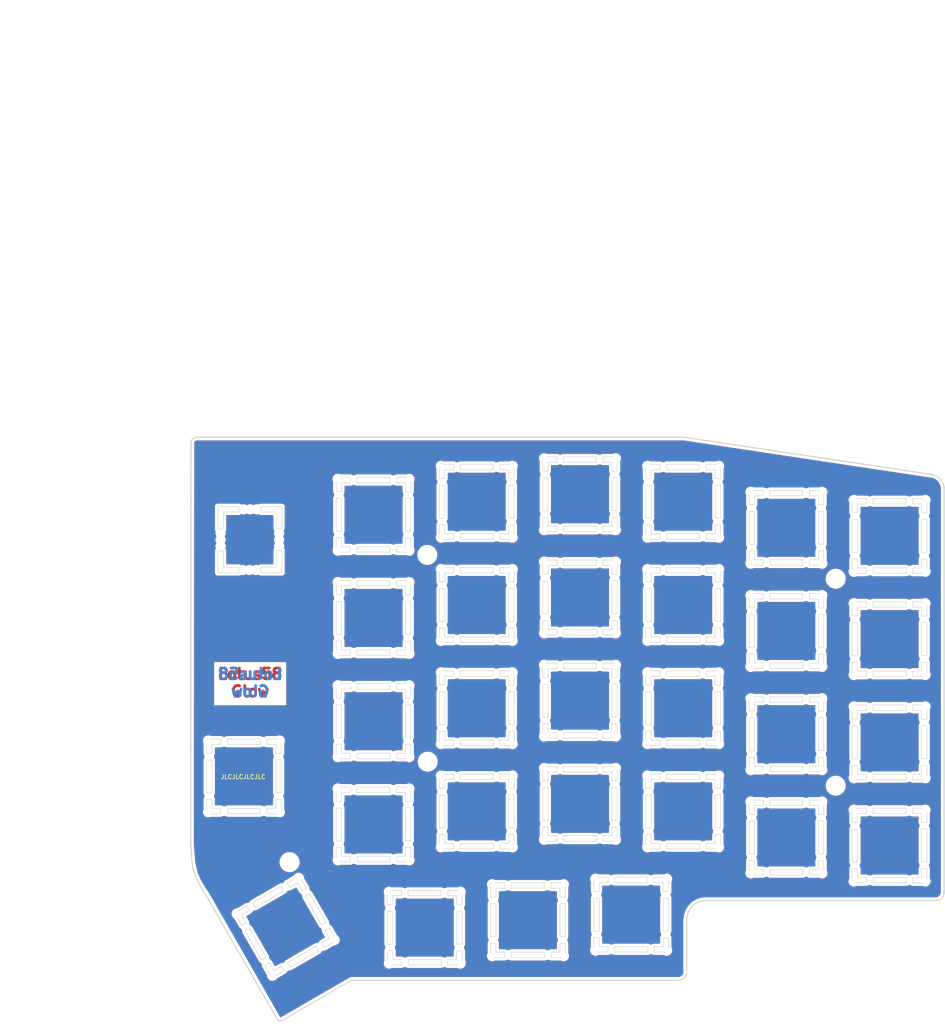
<source format=kicad_pcb>
(kicad_pcb (version 20171130) (host pcbnew "(5.1.9)-1")
  (title_block (title "Lotus 58 Glow MX") (date 2020-12-12) (rev 0.95) (company "Markus Knutsson <markus.knutsson@tweety.se>") (comment 1 https://github.com/TweetyDaBird) (comment 2 "Licensed under CERN-OHL-S v2 or any superseding version"))
  (layers (0 F.Cu signal) (31 B.Cu signal) (34 B.Paste user) (35 F.Paste user) (36 B.SilkS user) (37 F.SilkS user) (38 B.Mask user) (39 F.Mask user) (44 Edge.Cuts user))
  (net 0 "")
  (module MountingHole:MountingHole_2.7mm_M2.5 (layer F.Cu) (at 199.7 100)
    (fp_text reference REF** hide)
    (fp_text value MountingHole_2.7mm_M2.5)
    (pad 1 np_thru_hole circle (at 0 0) (size 2.7 2.7) (drill 2.7) (layers *.Cu *.Mask))
  )
  (module MountingHole:MountingHole_2.7mm_M2.5 (layer F.Cu) (at 199.7 61.8)
    (fp_text reference REF** hide)
    (fp_text value MountingHole_2.7mm_M2.5)
    (pad 1 np_thru_hole circle (at 0 0) (size 2.7 2.7) (drill 2.7) (layers *.Cu *.Mask))
  )
  (module MountingHole:MountingHole_2.7mm_M2.5 (layer F.Cu) (at 98.8949 114.1095)
    (fp_text reference REF** hide)
    (fp_text value MountingHole_2.7mm_M2.5)
    (pad 1 np_thru_hole circle (at 0 0) (size 2.7 2.7) (drill 2.7) (layers *.Cu *.Mask))
  )
  (module MountingHole:MountingHole_2.7mm_M2.5 (layer F.Cu) (at 124.3965 95.5675)
    (fp_text reference REF** hide)
    (fp_text value MountingHole_2.7mm_M2.5)
    (pad 1 np_thru_hole circle (at 0 0) (size 2.7 2.7) (drill 2.7) (layers *.Cu *.Mask))
  )
  (module MountingHole:MountingHole_2.7mm_M2.5 (layer F.Cu) (at 124.32538 57.40908)
    (fp_text reference REF** hide)
    (fp_text value MountingHole_2.7mm_M2.5)
    (pad 1 np_thru_hole circle (at 0 0) (size 2.7 2.7) (drill 2.7) (layers *.Cu *.Mask))
  )
  (module "Keyboard Library:Cherry_MX_Plate_Hole_Breakoff" (layer F.Cu) (at 114.4 50)
    (fp_text reference SW1 hide)
    (fp_text value SW_PUSH hide)
    (fp_line (start -4.28 6.9) (end -4.28 5.9) (layer Edge.Cuts) (width 0.1))
    (fp_line (start 4.25 5.9) (end 5.9 5.9) (layer Edge.Cuts) (width 0.1))
    (fp_line (start 3.06 5.9) (end 3.06 6.9) (layer Edge.Cuts) (width 0.1))
    (fp_line (start 6.9 6.9) (end 4.25 6.9) (layer Edge.Cuts) (width 0.1))
    (fp_line (start -6.9 6.9) (end -4.28 6.9) (layer Edge.Cuts) (width 0.1))
    (fp_line (start -5.9 5.9) (end -4.28 5.9) (layer Edge.Cuts) (width 0.1))
    (fp_line (start 3.06 6.9) (end -3.02 6.9) (layer Edge.Cuts) (width 0.1))
    (fp_line (start -3.02 6.9) (end -3.018995 5.9) (layer Edge.Cuts) (width 0.1))
    (fp_line (start -3.018995 5.9) (end 3.06 5.9) (layer Edge.Cuts) (width 0.1))
    (fp_line (start 4.25 5.9) (end 4.25 6.9) (layer Edge.Cuts) (width 0.1))
    (fp_line (start -4.25 -5.9) (end -4.25 -6.9) (layer Edge.Cuts) (width 0.1))
    (fp_line (start 3.011005 -6.9) (end 3.01 -5.9) (layer Edge.Cuts) (width 0.1))
    (fp_line (start 5.9 -5.9) (end 4.26 -5.9) (layer Edge.Cuts) (width 0.1))
    (fp_line (start -3.07 -5.9) (end -3.07 -6.9) (layer Edge.Cuts) (width 0.1))
    (fp_line (start 3.011005 -6.9) (end -3.07 -6.9) (layer Edge.Cuts) (width 0.1))
    (fp_line (start -4.25 -5.9) (end -5.9 -5.9) (layer Edge.Cuts) (width 0.1))
    (fp_line (start 4.26 -6.9) (end 4.26 -5.9) (layer Edge.Cuts) (width 0.1))
    (fp_line (start 3.01 -5.9) (end -3.07 -5.9) (layer Edge.Cuts) (width 0.1))
    (fp_line (start -4.25 -6.9) (end -6.9 -6.9) (layer Edge.Cuts) (width 0.1))
    (fp_line (start 6.9 -6.9) (end 4.26 -6.9) (layer Edge.Cuts) (width 0.1))
    (fp_line (start -6.9 -3.02) (end -5.9 -3.018995) (layer Edge.Cuts) (width 0.1))
    (fp_line (start -5.9 -3.018995) (end -5.9 3.06) (layer Edge.Cuts) (width 0.1))
    (fp_line (start -6.9 -6.9) (end -6.9 -4.28) (layer Edge.Cuts) (width 0.1))
    (fp_line (start -5.9 3.06) (end -6.9 3.06) (layer Edge.Cuts) (width 0.1))
    (fp_line (start -6.9 3.06) (end -6.9 -3.02) (layer Edge.Cuts) (width 0.1))
    (fp_line (start -6.9 -4.28) (end -5.9 -4.28) (layer Edge.Cuts) (width 0.1))
    (fp_line (start -5.9 4.25) (end -5.9 5.9) (layer Edge.Cuts) (width 0.1))
    (fp_line (start -6.9 6.9) (end -6.9 4.25) (layer Edge.Cuts) (width 0.1))
    (fp_line (start -5.9 -5.9) (end -5.9 -4.28) (layer Edge.Cuts) (width 0.1))
    (fp_line (start -5.9 4.25) (end -6.9 4.25) (layer Edge.Cuts) (width 0.1))
    (fp_line (start 5.9 -4.25) (end 5.9 -5.9) (layer Edge.Cuts) (width 0.1))
    (fp_line (start 5.9 -3.06) (end 6.9 -3.06) (layer Edge.Cuts) (width 0.1))
    (fp_line (start 6.9 3.02) (end 5.9 3.018995) (layer Edge.Cuts) (width 0.1))
    (fp_line (start 6.9 4.28) (end 5.9 4.28) (layer Edge.Cuts) (width 0.1))
    (fp_line (start 6.9 -6.9) (end 6.9 -4.25) (layer Edge.Cuts) (width 0.1))
    (fp_line (start 5.9 -4.25) (end 6.9 -4.25) (layer Edge.Cuts) (width 0.1))
    (fp_line (start 6.9 -3.06) (end 6.9 3.02) (layer Edge.Cuts) (width 0.1))
    (fp_line (start 5.9 3.018995) (end 5.9 -3.06) (layer Edge.Cuts) (width 0.1))
    (fp_line (start 6.9 6.9) (end 6.9 4.28) (layer Edge.Cuts) (width 0.1))
    (fp_line (start 5.9 5.9) (end 5.9 4.28) (layer Edge.Cuts) (width 0.1))
    (pad "" np_thru_hole circle (at 6.4 -3.6576) (size 0.8 0.8) (drill 0.8) (layers *.Cu *.Mask))
    (pad "" np_thru_hole circle (at 6.4 3.6576) (size 0.8 0.8) (drill 0.8) (layers *.Cu *.Mask))
    (pad "" np_thru_hole circle (at -6.4 -3.6576 180) (size 0.8 0.8) (drill 0.8) (layers *.Cu *.Mask))
    (pad "" np_thru_hole circle (at -6.4 3.6576 180) (size 0.8 0.8) (drill 0.8) (layers *.Cu *.Mask))
    (pad "" np_thru_hole circle (at -3.6576 -6.4 90) (size 0.8 0.8) (drill 0.8) (layers *.Cu *.Mask))
    (pad "" np_thru_hole circle (at 3.6576 -6.4 90) (size 0.8 0.8) (drill 0.8) (layers *.Cu *.Mask))
    (pad "" np_thru_hole circle (at -6.5786 -6.5786) (size 1 1) (drill 1) (layers *.Cu *.Mask))
    (pad "" np_thru_hole circle (at 6.5786 -6.5786) (size 1 1) (drill 1) (layers *.Cu *.Mask))
    (pad "" np_thru_hole circle (at 6.5786 6.5786) (size 1 1) (drill 1) (layers *.Cu *.Mask))
    (pad "" np_thru_hole circle (at -6.5786 6.5786) (size 1 1) (drill 1) (layers *.Cu *.Mask))
    (pad "" np_thru_hole circle (at -3.6576 6.4 270) (size 0.8 0.8) (drill 0.8) (layers *.Cu *.Mask))
    (pad "" np_thru_hole circle (at 3.6576 6.4 270) (size 0.8 0.8) (drill 0.8) (layers *.Cu *.Mask))
  )
  (module "Keyboard Library:RotaryEncoder_PlateHole_Breakoff" (layer F.Cu) (at 91.567 54.594 270)
    (fp_text reference SW30)
    (fp_text value Rotary_Encoder_Switch)
    (fp_line (start 6.1 2.03) (end 6.1 5.9) (layer Edge.Cuts) (width 0.1))
    (fp_line (start 6.1 2.03) (end 5.1 2.03) (layer Edge.Cuts) (width 0.1))
    (fp_line (start 5.1 2.03) (end 5.1 4.9) (layer Edge.Cuts) (width 0.1))
    (fp_line (start 6.1 -2.03) (end 6.1 -5.9) (layer Edge.Cuts) (width 0.1))
    (fp_line (start 5.1 -2.03) (end 5.1 -4.9) (layer Edge.Cuts) (width 0.1))
    (fp_line (start 5.1 -2.03) (end 6.1 -2.03) (layer Edge.Cuts) (width 0.1))
    (fp_line (start -5.1 2.03) (end -5.1 4.9) (layer Edge.Cuts) (width 0.1))
    (fp_line (start -6.1 2.03) (end -6.1 5.9) (layer Edge.Cuts) (width 0.1))
    (fp_line (start -5.1 2.03) (end -6.1 2.03) (layer Edge.Cuts) (width 0.1))
    (fp_line (start -5.1 -2.03) (end -5.1 -4.9) (layer Edge.Cuts) (width 0.1))
    (fp_line (start -6.1 -2.03) (end -6.1 -5.9) (layer Edge.Cuts) (width 0.1))
    (fp_line (start -6.1 -2.03) (end -5.1 -2.03) (layer Edge.Cuts) (width 0.1))
    (fp_line (start -2.1 -4.9) (end -5.1 -4.9) (layer Edge.Cuts) (width 0.1))
    (fp_line (start -2.1 -5.9) (end -6.1 -5.9) (layer Edge.Cuts) (width 0.1))
    (fp_line (start -2.1 -4.9) (end -2.1 -5.9) (layer Edge.Cuts) (width 0.1))
    (fp_line (start 1.96 -4.9) (end 5.1 -4.9) (layer Edge.Cuts) (width 0.1))
    (fp_line (start 1.96 -5.9) (end 6.1 -5.9) (layer Edge.Cuts) (width 0.1))
    (fp_line (start 1.96 -5.9) (end 1.96 -4.9) (layer Edge.Cuts) (width 0.1))
    (fp_line (start 2.1 4.9) (end 2.1 5.9) (layer Edge.Cuts) (width 0.1))
    (fp_line (start -1.96 5.9) (end -6.1 5.9) (layer Edge.Cuts) (width 0.1))
    (fp_line (start 2.1 5.9) (end 6.1 5.9) (layer Edge.Cuts) (width 0.1))
    (fp_line (start -1.96 4.9) (end -5.1 4.9) (layer Edge.Cuts) (width 0.1))
    (fp_line (start -1.96 5.9) (end -1.96 4.9) (layer Edge.Cuts) (width 0.1))
    (fp_line (start 2.1 4.9) (end 5.1 4.9) (layer Edge.Cuts) (width 0.1))
    (pad "" np_thru_hole circle (at 0 5.4 180) (size 0.9 0.9) (drill 0.9) (layers *.Cu *.Mask))
    (pad "" np_thru_hole circle (at -1.2 5.4 180) (size 0.9 0.9) (drill 0.9) (layers *.Cu *.Mask))
    (pad "" np_thru_hole circle (at 1.2 5.4 180) (size 0.9 0.9) (drill 0.9) (layers *.Cu *.Mask))
    (pad "" np_thru_hole circle (at -1.2 -5.4) (size 0.9 0.9) (drill 0.9) (layers *.Cu *.Mask))
    (pad "" np_thru_hole circle (at 0 -5.4) (size 0.9 0.9) (drill 0.9) (layers *.Cu *.Mask))
    (pad "" np_thru_hole circle (at 1.2 -5.4) (size 0.9 0.9) (drill 0.9) (layers *.Cu *.Mask))
    (pad "" np_thru_hole circle (at -5.6 1.13 90) (size 0.9 0.9) (drill 0.9) (layers *.Cu *.Mask))
    (pad "" np_thru_hole circle (at -5.6 -0.07 90) (size 0.9 0.9) (drill 0.9) (layers *.Cu *.Mask))
    (pad "" np_thru_hole circle (at -5.6 -1.27 90) (size 0.9 0.9) (drill 0.9) (layers *.Cu *.Mask))
    (pad "" np_thru_hole circle (at 5.6 0.07 270) (size 0.9 0.9) (drill 0.9) (layers *.Cu *.Mask))
    (pad "" np_thru_hole circle (at 5.6 1.27 270) (size 0.9 0.9) (drill 0.9) (layers *.Cu *.Mask))
    (pad "" np_thru_hole circle (at 5.6 -1.13 270) (size 0.9 0.9) (drill 0.9) (layers *.Cu *.Mask))
  )
  (module "Keyboard Library:Cherry_MX_Plate_Hole_Breakoff" (layer F.Cu) (at 190.6 109.55)
    (fp_text reference SW23 hide)
    (fp_text value SW_PUSH hide)
    (fp_line (start -4.28 6.9) (end -4.28 5.9) (layer Edge.Cuts) (width 0.1))
    (fp_line (start 4.25 5.9) (end 5.9 5.9) (layer Edge.Cuts) (width 0.1))
    (fp_line (start 3.06 5.9) (end 3.06 6.9) (layer Edge.Cuts) (width 0.1))
    (fp_line (start 6.9 6.9) (end 4.25 6.9) (layer Edge.Cuts) (width 0.1))
    (fp_line (start -6.9 6.9) (end -4.28 6.9) (layer Edge.Cuts) (width 0.1))
    (fp_line (start -5.9 5.9) (end -4.28 5.9) (layer Edge.Cuts) (width 0.1))
    (fp_line (start 3.06 6.9) (end -3.02 6.9) (layer Edge.Cuts) (width 0.1))
    (fp_line (start -3.02 6.9) (end -3.018995 5.9) (layer Edge.Cuts) (width 0.1))
    (fp_line (start -3.018995 5.9) (end 3.06 5.9) (layer Edge.Cuts) (width 0.1))
    (fp_line (start 4.25 5.9) (end 4.25 6.9) (layer Edge.Cuts) (width 0.1))
    (fp_line (start -4.25 -5.9) (end -4.25 -6.9) (layer Edge.Cuts) (width 0.1))
    (fp_line (start 3.011005 -6.9) (end 3.01 -5.9) (layer Edge.Cuts) (width 0.1))
    (fp_line (start 5.9 -5.9) (end 4.26 -5.9) (layer Edge.Cuts) (width 0.1))
    (fp_line (start -3.07 -5.9) (end -3.07 -6.9) (layer Edge.Cuts) (width 0.1))
    (fp_line (start 3.011005 -6.9) (end -3.07 -6.9) (layer Edge.Cuts) (width 0.1))
    (fp_line (start -4.25 -5.9) (end -5.9 -5.9) (layer Edge.Cuts) (width 0.1))
    (fp_line (start 4.26 -6.9) (end 4.26 -5.9) (layer Edge.Cuts) (width 0.1))
    (fp_line (start 3.01 -5.9) (end -3.07 -5.9) (layer Edge.Cuts) (width 0.1))
    (fp_line (start -4.25 -6.9) (end -6.9 -6.9) (layer Edge.Cuts) (width 0.1))
    (fp_line (start 6.9 -6.9) (end 4.26 -6.9) (layer Edge.Cuts) (width 0.1))
    (fp_line (start -6.9 -3.02) (end -5.9 -3.018995) (layer Edge.Cuts) (width 0.1))
    (fp_line (start -5.9 -3.018995) (end -5.9 3.06) (layer Edge.Cuts) (width 0.1))
    (fp_line (start -6.9 -6.9) (end -6.9 -4.28) (layer Edge.Cuts) (width 0.1))
    (fp_line (start -5.9 3.06) (end -6.9 3.06) (layer Edge.Cuts) (width 0.1))
    (fp_line (start -6.9 3.06) (end -6.9 -3.02) (layer Edge.Cuts) (width 0.1))
    (fp_line (start -6.9 -4.28) (end -5.9 -4.28) (layer Edge.Cuts) (width 0.1))
    (fp_line (start -5.9 4.25) (end -5.9 5.9) (layer Edge.Cuts) (width 0.1))
    (fp_line (start -6.9 6.9) (end -6.9 4.25) (layer Edge.Cuts) (width 0.1))
    (fp_line (start -5.9 -5.9) (end -5.9 -4.28) (layer Edge.Cuts) (width 0.1))
    (fp_line (start -5.9 4.25) (end -6.9 4.25) (layer Edge.Cuts) (width 0.1))
    (fp_line (start 5.9 -4.25) (end 5.9 -5.9) (layer Edge.Cuts) (width 0.1))
    (fp_line (start 5.9 -3.06) (end 6.9 -3.06) (layer Edge.Cuts) (width 0.1))
    (fp_line (start 6.9 3.02) (end 5.9 3.018995) (layer Edge.Cuts) (width 0.1))
    (fp_line (start 6.9 4.28) (end 5.9 4.28) (layer Edge.Cuts) (width 0.1))
    (fp_line (start 6.9 -6.9) (end 6.9 -4.25) (layer Edge.Cuts) (width 0.1))
    (fp_line (start 5.9 -4.25) (end 6.9 -4.25) (layer Edge.Cuts) (width 0.1))
    (fp_line (start 6.9 -3.06) (end 6.9 3.02) (layer Edge.Cuts) (width 0.1))
    (fp_line (start 5.9 3.018995) (end 5.9 -3.06) (layer Edge.Cuts) (width 0.1))
    (fp_line (start 6.9 6.9) (end 6.9 4.28) (layer Edge.Cuts) (width 0.1))
    (fp_line (start 5.9 5.9) (end 5.9 4.28) (layer Edge.Cuts) (width 0.1))
    (pad "" np_thru_hole circle (at 6.4 -3.6576) (size 0.8 0.8) (drill 0.8) (layers *.Cu *.Mask))
    (pad "" np_thru_hole circle (at 6.4 3.6576) (size 0.8 0.8) (drill 0.8) (layers *.Cu *.Mask))
    (pad "" np_thru_hole circle (at -6.4 -3.6576 180) (size 0.8 0.8) (drill 0.8) (layers *.Cu *.Mask))
    (pad "" np_thru_hole circle (at -6.4 3.6576 180) (size 0.8 0.8) (drill 0.8) (layers *.Cu *.Mask))
    (pad "" np_thru_hole circle (at -3.6576 -6.4 90) (size 0.8 0.8) (drill 0.8) (layers *.Cu *.Mask))
    (pad "" np_thru_hole circle (at 3.6576 -6.4 90) (size 0.8 0.8) (drill 0.8) (layers *.Cu *.Mask))
    (pad "" np_thru_hole circle (at -6.5786 -6.5786) (size 1 1) (drill 1) (layers *.Cu *.Mask))
    (pad "" np_thru_hole circle (at 6.5786 -6.5786) (size 1 1) (drill 1) (layers *.Cu *.Mask))
    (pad "" np_thru_hole circle (at 6.5786 6.5786) (size 1 1) (drill 1) (layers *.Cu *.Mask))
    (pad "" np_thru_hole circle (at -6.5786 6.5786) (size 1 1) (drill 1) (layers *.Cu *.Mask))
    (pad "" np_thru_hole circle (at -3.6576 6.4 270) (size 0.8 0.8) (drill 0.8) (layers *.Cu *.Mask))
    (pad "" np_thru_hole circle (at 3.6576 6.4 270) (size 0.8 0.8) (drill 0.8) (layers *.Cu *.Mask))
  )
  (module "Keyboard Library:Cherry_MX_Plate_Hole_Breakoff" (layer F.Cu) (at 161.95 123.8)
    (fp_text reference SW29 hide)
    (fp_text value SW_PUSH hide)
    (fp_line (start -4.28 6.9) (end -4.28 5.9) (layer Edge.Cuts) (width 0.1))
    (fp_line (start 4.25 5.9) (end 5.9 5.9) (layer Edge.Cuts) (width 0.1))
    (fp_line (start 3.06 5.9) (end 3.06 6.9) (layer Edge.Cuts) (width 0.1))
    (fp_line (start 6.9 6.9) (end 4.25 6.9) (layer Edge.Cuts) (width 0.1))
    (fp_line (start -6.9 6.9) (end -4.28 6.9) (layer Edge.Cuts) (width 0.1))
    (fp_line (start -5.9 5.9) (end -4.28 5.9) (layer Edge.Cuts) (width 0.1))
    (fp_line (start 3.06 6.9) (end -3.02 6.9) (layer Edge.Cuts) (width 0.1))
    (fp_line (start -3.02 6.9) (end -3.018995 5.9) (layer Edge.Cuts) (width 0.1))
    (fp_line (start -3.018995 5.9) (end 3.06 5.9) (layer Edge.Cuts) (width 0.1))
    (fp_line (start 4.25 5.9) (end 4.25 6.9) (layer Edge.Cuts) (width 0.1))
    (fp_line (start -4.25 -5.9) (end -4.25 -6.9) (layer Edge.Cuts) (width 0.1))
    (fp_line (start 3.011005 -6.9) (end 3.01 -5.9) (layer Edge.Cuts) (width 0.1))
    (fp_line (start 5.9 -5.9) (end 4.26 -5.9) (layer Edge.Cuts) (width 0.1))
    (fp_line (start -3.07 -5.9) (end -3.07 -6.9) (layer Edge.Cuts) (width 0.1))
    (fp_line (start 3.011005 -6.9) (end -3.07 -6.9) (layer Edge.Cuts) (width 0.1))
    (fp_line (start -4.25 -5.9) (end -5.9 -5.9) (layer Edge.Cuts) (width 0.1))
    (fp_line (start 4.26 -6.9) (end 4.26 -5.9) (layer Edge.Cuts) (width 0.1))
    (fp_line (start 3.01 -5.9) (end -3.07 -5.9) (layer Edge.Cuts) (width 0.1))
    (fp_line (start -4.25 -6.9) (end -6.9 -6.9) (layer Edge.Cuts) (width 0.1))
    (fp_line (start 6.9 -6.9) (end 4.26 -6.9) (layer Edge.Cuts) (width 0.1))
    (fp_line (start -6.9 -3.02) (end -5.9 -3.018995) (layer Edge.Cuts) (width 0.1))
    (fp_line (start -5.9 -3.018995) (end -5.9 3.06) (layer Edge.Cuts) (width 0.1))
    (fp_line (start -6.9 -6.9) (end -6.9 -4.28) (layer Edge.Cuts) (width 0.1))
    (fp_line (start -5.9 3.06) (end -6.9 3.06) (layer Edge.Cuts) (width 0.1))
    (fp_line (start -6.9 3.06) (end -6.9 -3.02) (layer Edge.Cuts) (width 0.1))
    (fp_line (start -6.9 -4.28) (end -5.9 -4.28) (layer Edge.Cuts) (width 0.1))
    (fp_line (start -5.9 4.25) (end -5.9 5.9) (layer Edge.Cuts) (width 0.1))
    (fp_line (start -6.9 6.9) (end -6.9 4.25) (layer Edge.Cuts) (width 0.1))
    (fp_line (start -5.9 -5.9) (end -5.9 -4.28) (layer Edge.Cuts) (width 0.1))
    (fp_line (start -5.9 4.25) (end -6.9 4.25) (layer Edge.Cuts) (width 0.1))
    (fp_line (start 5.9 -4.25) (end 5.9 -5.9) (layer Edge.Cuts) (width 0.1))
    (fp_line (start 5.9 -3.06) (end 6.9 -3.06) (layer Edge.Cuts) (width 0.1))
    (fp_line (start 6.9 3.02) (end 5.9 3.018995) (layer Edge.Cuts) (width 0.1))
    (fp_line (start 6.9 4.28) (end 5.9 4.28) (layer Edge.Cuts) (width 0.1))
    (fp_line (start 6.9 -6.9) (end 6.9 -4.25) (layer Edge.Cuts) (width 0.1))
    (fp_line (start 5.9 -4.25) (end 6.9 -4.25) (layer Edge.Cuts) (width 0.1))
    (fp_line (start 6.9 -3.06) (end 6.9 3.02) (layer Edge.Cuts) (width 0.1))
    (fp_line (start 5.9 3.018995) (end 5.9 -3.06) (layer Edge.Cuts) (width 0.1))
    (fp_line (start 6.9 6.9) (end 6.9 4.28) (layer Edge.Cuts) (width 0.1))
    (fp_line (start 5.9 5.9) (end 5.9 4.28) (layer Edge.Cuts) (width 0.1))
    (pad "" np_thru_hole circle (at 6.4 -3.6576) (size 0.8 0.8) (drill 0.8) (layers *.Cu *.Mask))
    (pad "" np_thru_hole circle (at 6.4 3.6576) (size 0.8 0.8) (drill 0.8) (layers *.Cu *.Mask))
    (pad "" np_thru_hole circle (at -6.4 -3.6576 180) (size 0.8 0.8) (drill 0.8) (layers *.Cu *.Mask))
    (pad "" np_thru_hole circle (at -6.4 3.6576 180) (size 0.8 0.8) (drill 0.8) (layers *.Cu *.Mask))
    (pad "" np_thru_hole circle (at -3.6576 -6.4 90) (size 0.8 0.8) (drill 0.8) (layers *.Cu *.Mask))
    (pad "" np_thru_hole circle (at 3.6576 -6.4 90) (size 0.8 0.8) (drill 0.8) (layers *.Cu *.Mask))
    (pad "" np_thru_hole circle (at -6.5786 -6.5786) (size 1 1) (drill 1) (layers *.Cu *.Mask))
    (pad "" np_thru_hole circle (at 6.5786 -6.5786) (size 1 1) (drill 1) (layers *.Cu *.Mask))
    (pad "" np_thru_hole circle (at 6.5786 6.5786) (size 1 1) (drill 1) (layers *.Cu *.Mask))
    (pad "" np_thru_hole circle (at -6.5786 6.5786) (size 1 1) (drill 1) (layers *.Cu *.Mask))
    (pad "" np_thru_hole circle (at -3.6576 6.4 270) (size 0.8 0.8) (drill 0.8) (layers *.Cu *.Mask))
    (pad "" np_thru_hole circle (at 3.6576 6.4 270) (size 0.8 0.8) (drill 0.8) (layers *.Cu *.Mask))
  )
  (module "Keyboard Library:Cherry_MX_Plate_Hole_Breakoff" (layer F.Cu) (at 142.8977 124.8283)
    (fp_text reference SW28 hide)
    (fp_text value SW_PUSH hide)
    (fp_line (start -4.28 6.9) (end -4.28 5.9) (layer Edge.Cuts) (width 0.1))
    (fp_line (start 4.25 5.9) (end 5.9 5.9) (layer Edge.Cuts) (width 0.1))
    (fp_line (start 3.06 5.9) (end 3.06 6.9) (layer Edge.Cuts) (width 0.1))
    (fp_line (start 6.9 6.9) (end 4.25 6.9) (layer Edge.Cuts) (width 0.1))
    (fp_line (start -6.9 6.9) (end -4.28 6.9) (layer Edge.Cuts) (width 0.1))
    (fp_line (start -5.9 5.9) (end -4.28 5.9) (layer Edge.Cuts) (width 0.1))
    (fp_line (start 3.06 6.9) (end -3.02 6.9) (layer Edge.Cuts) (width 0.1))
    (fp_line (start -3.02 6.9) (end -3.018995 5.9) (layer Edge.Cuts) (width 0.1))
    (fp_line (start -3.018995 5.9) (end 3.06 5.9) (layer Edge.Cuts) (width 0.1))
    (fp_line (start 4.25 5.9) (end 4.25 6.9) (layer Edge.Cuts) (width 0.1))
    (fp_line (start -4.25 -5.9) (end -4.25 -6.9) (layer Edge.Cuts) (width 0.1))
    (fp_line (start 3.011005 -6.9) (end 3.01 -5.9) (layer Edge.Cuts) (width 0.1))
    (fp_line (start 5.9 -5.9) (end 4.26 -5.9) (layer Edge.Cuts) (width 0.1))
    (fp_line (start -3.07 -5.9) (end -3.07 -6.9) (layer Edge.Cuts) (width 0.1))
    (fp_line (start 3.011005 -6.9) (end -3.07 -6.9) (layer Edge.Cuts) (width 0.1))
    (fp_line (start -4.25 -5.9) (end -5.9 -5.9) (layer Edge.Cuts) (width 0.1))
    (fp_line (start 4.26 -6.9) (end 4.26 -5.9) (layer Edge.Cuts) (width 0.1))
    (fp_line (start 3.01 -5.9) (end -3.07 -5.9) (layer Edge.Cuts) (width 0.1))
    (fp_line (start -4.25 -6.9) (end -6.9 -6.9) (layer Edge.Cuts) (width 0.1))
    (fp_line (start 6.9 -6.9) (end 4.26 -6.9) (layer Edge.Cuts) (width 0.1))
    (fp_line (start -6.9 -3.02) (end -5.9 -3.018995) (layer Edge.Cuts) (width 0.1))
    (fp_line (start -5.9 -3.018995) (end -5.9 3.06) (layer Edge.Cuts) (width 0.1))
    (fp_line (start -6.9 -6.9) (end -6.9 -4.28) (layer Edge.Cuts) (width 0.1))
    (fp_line (start -5.9 3.06) (end -6.9 3.06) (layer Edge.Cuts) (width 0.1))
    (fp_line (start -6.9 3.06) (end -6.9 -3.02) (layer Edge.Cuts) (width 0.1))
    (fp_line (start -6.9 -4.28) (end -5.9 -4.28) (layer Edge.Cuts) (width 0.1))
    (fp_line (start -5.9 4.25) (end -5.9 5.9) (layer Edge.Cuts) (width 0.1))
    (fp_line (start -6.9 6.9) (end -6.9 4.25) (layer Edge.Cuts) (width 0.1))
    (fp_line (start -5.9 -5.9) (end -5.9 -4.28) (layer Edge.Cuts) (width 0.1))
    (fp_line (start -5.9 4.25) (end -6.9 4.25) (layer Edge.Cuts) (width 0.1))
    (fp_line (start 5.9 -4.25) (end 5.9 -5.9) (layer Edge.Cuts) (width 0.1))
    (fp_line (start 5.9 -3.06) (end 6.9 -3.06) (layer Edge.Cuts) (width 0.1))
    (fp_line (start 6.9 3.02) (end 5.9 3.018995) (layer Edge.Cuts) (width 0.1))
    (fp_line (start 6.9 4.28) (end 5.9 4.28) (layer Edge.Cuts) (width 0.1))
    (fp_line (start 6.9 -6.9) (end 6.9 -4.25) (layer Edge.Cuts) (width 0.1))
    (fp_line (start 5.9 -4.25) (end 6.9 -4.25) (layer Edge.Cuts) (width 0.1))
    (fp_line (start 6.9 -3.06) (end 6.9 3.02) (layer Edge.Cuts) (width 0.1))
    (fp_line (start 5.9 3.018995) (end 5.9 -3.06) (layer Edge.Cuts) (width 0.1))
    (fp_line (start 6.9 6.9) (end 6.9 4.28) (layer Edge.Cuts) (width 0.1))
    (fp_line (start 5.9 5.9) (end 5.9 4.28) (layer Edge.Cuts) (width 0.1))
    (pad "" np_thru_hole circle (at 6.4 -3.6576) (size 0.8 0.8) (drill 0.8) (layers *.Cu *.Mask))
    (pad "" np_thru_hole circle (at 6.4 3.6576) (size 0.8 0.8) (drill 0.8) (layers *.Cu *.Mask))
    (pad "" np_thru_hole circle (at -6.4 -3.6576 180) (size 0.8 0.8) (drill 0.8) (layers *.Cu *.Mask))
    (pad "" np_thru_hole circle (at -6.4 3.6576 180) (size 0.8 0.8) (drill 0.8) (layers *.Cu *.Mask))
    (pad "" np_thru_hole circle (at -3.6576 -6.4 90) (size 0.8 0.8) (drill 0.8) (layers *.Cu *.Mask))
    (pad "" np_thru_hole circle (at 3.6576 -6.4 90) (size 0.8 0.8) (drill 0.8) (layers *.Cu *.Mask))
    (pad "" np_thru_hole circle (at -6.5786 -6.5786) (size 1 1) (drill 1) (layers *.Cu *.Mask))
    (pad "" np_thru_hole circle (at 6.5786 -6.5786) (size 1 1) (drill 1) (layers *.Cu *.Mask))
    (pad "" np_thru_hole circle (at 6.5786 6.5786) (size 1 1) (drill 1) (layers *.Cu *.Mask))
    (pad "" np_thru_hole circle (at -6.5786 6.5786) (size 1 1) (drill 1) (layers *.Cu *.Mask))
    (pad "" np_thru_hole circle (at -3.6576 6.4 270) (size 0.8 0.8) (drill 0.8) (layers *.Cu *.Mask))
    (pad "" np_thru_hole circle (at 3.6576 6.4 270) (size 0.8 0.8) (drill 0.8) (layers *.Cu *.Mask))
  )
  (module "Keyboard Library:Cherry_MX_Plate_Hole_Breakoff" (layer F.Cu) (at 123.85 126.2)
    (fp_text reference SW27 hide)
    (fp_text value SW_PUSH hide)
    (fp_line (start -4.28 6.9) (end -4.28 5.9) (layer Edge.Cuts) (width 0.1))
    (fp_line (start 4.25 5.9) (end 5.9 5.9) (layer Edge.Cuts) (width 0.1))
    (fp_line (start 3.06 5.9) (end 3.06 6.9) (layer Edge.Cuts) (width 0.1))
    (fp_line (start 6.9 6.9) (end 4.25 6.9) (layer Edge.Cuts) (width 0.1))
    (fp_line (start -6.9 6.9) (end -4.28 6.9) (layer Edge.Cuts) (width 0.1))
    (fp_line (start -5.9 5.9) (end -4.28 5.9) (layer Edge.Cuts) (width 0.1))
    (fp_line (start 3.06 6.9) (end -3.02 6.9) (layer Edge.Cuts) (width 0.1))
    (fp_line (start -3.02 6.9) (end -3.018995 5.9) (layer Edge.Cuts) (width 0.1))
    (fp_line (start -3.018995 5.9) (end 3.06 5.9) (layer Edge.Cuts) (width 0.1))
    (fp_line (start 4.25 5.9) (end 4.25 6.9) (layer Edge.Cuts) (width 0.1))
    (fp_line (start -4.25 -5.9) (end -4.25 -6.9) (layer Edge.Cuts) (width 0.1))
    (fp_line (start 3.011005 -6.9) (end 3.01 -5.9) (layer Edge.Cuts) (width 0.1))
    (fp_line (start 5.9 -5.9) (end 4.26 -5.9) (layer Edge.Cuts) (width 0.1))
    (fp_line (start -3.07 -5.9) (end -3.07 -6.9) (layer Edge.Cuts) (width 0.1))
    (fp_line (start 3.011005 -6.9) (end -3.07 -6.9) (layer Edge.Cuts) (width 0.1))
    (fp_line (start -4.25 -5.9) (end -5.9 -5.9) (layer Edge.Cuts) (width 0.1))
    (fp_line (start 4.26 -6.9) (end 4.26 -5.9) (layer Edge.Cuts) (width 0.1))
    (fp_line (start 3.01 -5.9) (end -3.07 -5.9) (layer Edge.Cuts) (width 0.1))
    (fp_line (start -4.25 -6.9) (end -6.9 -6.9) (layer Edge.Cuts) (width 0.1))
    (fp_line (start 6.9 -6.9) (end 4.26 -6.9) (layer Edge.Cuts) (width 0.1))
    (fp_line (start -6.9 -3.02) (end -5.9 -3.018995) (layer Edge.Cuts) (width 0.1))
    (fp_line (start -5.9 -3.018995) (end -5.9 3.06) (layer Edge.Cuts) (width 0.1))
    (fp_line (start -6.9 -6.9) (end -6.9 -4.28) (layer Edge.Cuts) (width 0.1))
    (fp_line (start -5.9 3.06) (end -6.9 3.06) (layer Edge.Cuts) (width 0.1))
    (fp_line (start -6.9 3.06) (end -6.9 -3.02) (layer Edge.Cuts) (width 0.1))
    (fp_line (start -6.9 -4.28) (end -5.9 -4.28) (layer Edge.Cuts) (width 0.1))
    (fp_line (start -5.9 4.25) (end -5.9 5.9) (layer Edge.Cuts) (width 0.1))
    (fp_line (start -6.9 6.9) (end -6.9 4.25) (layer Edge.Cuts) (width 0.1))
    (fp_line (start -5.9 -5.9) (end -5.9 -4.28) (layer Edge.Cuts) (width 0.1))
    (fp_line (start -5.9 4.25) (end -6.9 4.25) (layer Edge.Cuts) (width 0.1))
    (fp_line (start 5.9 -4.25) (end 5.9 -5.9) (layer Edge.Cuts) (width 0.1))
    (fp_line (start 5.9 -3.06) (end 6.9 -3.06) (layer Edge.Cuts) (width 0.1))
    (fp_line (start 6.9 3.02) (end 5.9 3.018995) (layer Edge.Cuts) (width 0.1))
    (fp_line (start 6.9 4.28) (end 5.9 4.28) (layer Edge.Cuts) (width 0.1))
    (fp_line (start 6.9 -6.9) (end 6.9 -4.25) (layer Edge.Cuts) (width 0.1))
    (fp_line (start 5.9 -4.25) (end 6.9 -4.25) (layer Edge.Cuts) (width 0.1))
    (fp_line (start 6.9 -3.06) (end 6.9 3.02) (layer Edge.Cuts) (width 0.1))
    (fp_line (start 5.9 3.018995) (end 5.9 -3.06) (layer Edge.Cuts) (width 0.1))
    (fp_line (start 6.9 6.9) (end 6.9 4.28) (layer Edge.Cuts) (width 0.1))
    (fp_line (start 5.9 5.9) (end 5.9 4.28) (layer Edge.Cuts) (width 0.1))
    (pad "" np_thru_hole circle (at 6.4 -3.6576) (size 0.8 0.8) (drill 0.8) (layers *.Cu *.Mask))
    (pad "" np_thru_hole circle (at 6.4 3.6576) (size 0.8 0.8) (drill 0.8) (layers *.Cu *.Mask))
    (pad "" np_thru_hole circle (at -6.4 -3.6576 180) (size 0.8 0.8) (drill 0.8) (layers *.Cu *.Mask))
    (pad "" np_thru_hole circle (at -6.4 3.6576 180) (size 0.8 0.8) (drill 0.8) (layers *.Cu *.Mask))
    (pad "" np_thru_hole circle (at -3.6576 -6.4 90) (size 0.8 0.8) (drill 0.8) (layers *.Cu *.Mask))
    (pad "" np_thru_hole circle (at 3.6576 -6.4 90) (size 0.8 0.8) (drill 0.8) (layers *.Cu *.Mask))
    (pad "" np_thru_hole circle (at -6.5786 -6.5786) (size 1 1) (drill 1) (layers *.Cu *.Mask))
    (pad "" np_thru_hole circle (at 6.5786 -6.5786) (size 1 1) (drill 1) (layers *.Cu *.Mask))
    (pad "" np_thru_hole circle (at 6.5786 6.5786) (size 1 1) (drill 1) (layers *.Cu *.Mask))
    (pad "" np_thru_hole circle (at -6.5786 6.5786) (size 1 1) (drill 1) (layers *.Cu *.Mask))
    (pad "" np_thru_hole circle (at -3.6576 6.4 270) (size 0.8 0.8) (drill 0.8) (layers *.Cu *.Mask))
    (pad "" np_thru_hole circle (at 3.6576 6.4 270) (size 0.8 0.8) (drill 0.8) (layers *.Cu *.Mask))
  )
  (module "Keyboard Library:Cherry_MX_Plate_Hole_Breakoff" (layer F.Cu) (at 98.171 126.0475 300)
    (fp_text reference SW26 hide)
    (fp_text value SW_PUSH hide)
    (fp_line (start -4.28 6.9) (end -4.28 5.9) (layer Edge.Cuts) (width 0.1))
    (fp_line (start 4.25 5.9) (end 5.9 5.9) (layer Edge.Cuts) (width 0.1))
    (fp_line (start 3.06 5.9) (end 3.06 6.9) (layer Edge.Cuts) (width 0.1))
    (fp_line (start 6.9 6.9) (end 4.25 6.9) (layer Edge.Cuts) (width 0.1))
    (fp_line (start -6.9 6.9) (end -4.28 6.9) (layer Edge.Cuts) (width 0.1))
    (fp_line (start -5.9 5.9) (end -4.28 5.9) (layer Edge.Cuts) (width 0.1))
    (fp_line (start 3.06 6.9) (end -3.02 6.9) (layer Edge.Cuts) (width 0.1))
    (fp_line (start -3.02 6.9) (end -3.018995 5.9) (layer Edge.Cuts) (width 0.1))
    (fp_line (start -3.018995 5.9) (end 3.06 5.9) (layer Edge.Cuts) (width 0.1))
    (fp_line (start 4.25 5.9) (end 4.25 6.9) (layer Edge.Cuts) (width 0.1))
    (fp_line (start -4.25 -5.9) (end -4.25 -6.9) (layer Edge.Cuts) (width 0.1))
    (fp_line (start 3.011005 -6.9) (end 3.01 -5.9) (layer Edge.Cuts) (width 0.1))
    (fp_line (start 5.9 -5.9) (end 4.26 -5.9) (layer Edge.Cuts) (width 0.1))
    (fp_line (start -3.07 -5.9) (end -3.07 -6.9) (layer Edge.Cuts) (width 0.1))
    (fp_line (start 3.011005 -6.9) (end -3.07 -6.9) (layer Edge.Cuts) (width 0.1))
    (fp_line (start -4.25 -5.9) (end -5.9 -5.9) (layer Edge.Cuts) (width 0.1))
    (fp_line (start 4.26 -6.9) (end 4.26 -5.9) (layer Edge.Cuts) (width 0.1))
    (fp_line (start 3.01 -5.9) (end -3.07 -5.9) (layer Edge.Cuts) (width 0.1))
    (fp_line (start -4.25 -6.9) (end -6.9 -6.9) (layer Edge.Cuts) (width 0.1))
    (fp_line (start 6.9 -6.9) (end 4.26 -6.9) (layer Edge.Cuts) (width 0.1))
    (fp_line (start -6.9 -3.02) (end -5.9 -3.018995) (layer Edge.Cuts) (width 0.1))
    (fp_line (start -5.9 -3.018995) (end -5.9 3.06) (layer Edge.Cuts) (width 0.1))
    (fp_line (start -6.9 -6.9) (end -6.9 -4.28) (layer Edge.Cuts) (width 0.1))
    (fp_line (start -5.9 3.06) (end -6.9 3.06) (layer Edge.Cuts) (width 0.1))
    (fp_line (start -6.9 3.06) (end -6.9 -3.02) (layer Edge.Cuts) (width 0.1))
    (fp_line (start -6.9 -4.28) (end -5.9 -4.28) (layer Edge.Cuts) (width 0.1))
    (fp_line (start -5.9 4.25) (end -5.9 5.9) (layer Edge.Cuts) (width 0.1))
    (fp_line (start -6.9 6.9) (end -6.9 4.25) (layer Edge.Cuts) (width 0.1))
    (fp_line (start -5.9 -5.9) (end -5.9 -4.28) (layer Edge.Cuts) (width 0.1))
    (fp_line (start -5.9 4.25) (end -6.9 4.25) (layer Edge.Cuts) (width 0.1))
    (fp_line (start 5.9 -4.25) (end 5.9 -5.9) (layer Edge.Cuts) (width 0.1))
    (fp_line (start 5.9 -3.06) (end 6.9 -3.06) (layer Edge.Cuts) (width 0.1))
    (fp_line (start 6.9 3.02) (end 5.9 3.018995) (layer Edge.Cuts) (width 0.1))
    (fp_line (start 6.9 4.28) (end 5.9 4.28) (layer Edge.Cuts) (width 0.1))
    (fp_line (start 6.9 -6.9) (end 6.9 -4.25) (layer Edge.Cuts) (width 0.1))
    (fp_line (start 5.9 -4.25) (end 6.9 -4.25) (layer Edge.Cuts) (width 0.1))
    (fp_line (start 6.9 -3.06) (end 6.9 3.02) (layer Edge.Cuts) (width 0.1))
    (fp_line (start 5.9 3.018995) (end 5.9 -3.06) (layer Edge.Cuts) (width 0.1))
    (fp_line (start 6.9 6.9) (end 6.9 4.28) (layer Edge.Cuts) (width 0.1))
    (fp_line (start 5.9 5.9) (end 5.9 4.28) (layer Edge.Cuts) (width 0.1))
    (pad "" np_thru_hole circle (at 6.4 -3.6576 300) (size 0.8 0.8) (drill 0.8) (layers *.Cu *.Mask))
    (pad "" np_thru_hole circle (at 6.4 3.6576 300) (size 0.8 0.8) (drill 0.8) (layers *.Cu *.Mask))
    (pad "" np_thru_hole circle (at -6.4 -3.6576 120) (size 0.8 0.8) (drill 0.8) (layers *.Cu *.Mask))
    (pad "" np_thru_hole circle (at -6.4 3.6576 120) (size 0.8 0.8) (drill 0.8) (layers *.Cu *.Mask))
    (pad "" np_thru_hole circle (at -3.6576 -6.4 30) (size 0.8 0.8) (drill 0.8) (layers *.Cu *.Mask))
    (pad "" np_thru_hole circle (at 3.6576 -6.4 30) (size 0.8 0.8) (drill 0.8) (layers *.Cu *.Mask))
    (pad "" np_thru_hole circle (at -6.5786 -6.5786 300) (size 1 1) (drill 1) (layers *.Cu *.Mask))
    (pad "" np_thru_hole circle (at 6.5786 -6.5786 300) (size 1 1) (drill 1) (layers *.Cu *.Mask))
    (pad "" np_thru_hole circle (at 6.5786 6.5786 300) (size 1 1) (drill 1) (layers *.Cu *.Mask))
    (pad "" np_thru_hole circle (at -6.5786 6.5786 300) (size 1 1) (drill 1) (layers *.Cu *.Mask))
    (pad "" np_thru_hole circle (at -3.6576 6.4 210) (size 0.8 0.8) (drill 0.8) (layers *.Cu *.Mask))
    (pad "" np_thru_hole circle (at 3.6576 6.4 210) (size 0.8 0.8) (drill 0.8) (layers *.Cu *.Mask))
  )
  (module "Keyboard Library:Cherry_MX_Plate_Hole_Breakoff" (layer F.Cu) (at 90.4748 98.2853)
    (fp_text reference SW25 hide)
    (fp_text value SW_PUSH hide)
    (fp_line (start -4.28 6.9) (end -4.28 5.9) (layer Edge.Cuts) (width 0.1))
    (fp_line (start 4.25 5.9) (end 5.9 5.9) (layer Edge.Cuts) (width 0.1))
    (fp_line (start 3.06 5.9) (end 3.06 6.9) (layer Edge.Cuts) (width 0.1))
    (fp_line (start 6.9 6.9) (end 4.25 6.9) (layer Edge.Cuts) (width 0.1))
    (fp_line (start -6.9 6.9) (end -4.28 6.9) (layer Edge.Cuts) (width 0.1))
    (fp_line (start -5.9 5.9) (end -4.28 5.9) (layer Edge.Cuts) (width 0.1))
    (fp_line (start 3.06 6.9) (end -3.02 6.9) (layer Edge.Cuts) (width 0.1))
    (fp_line (start -3.02 6.9) (end -3.018995 5.9) (layer Edge.Cuts) (width 0.1))
    (fp_line (start -3.018995 5.9) (end 3.06 5.9) (layer Edge.Cuts) (width 0.1))
    (fp_line (start 4.25 5.9) (end 4.25 6.9) (layer Edge.Cuts) (width 0.1))
    (fp_line (start -4.25 -5.9) (end -4.25 -6.9) (layer Edge.Cuts) (width 0.1))
    (fp_line (start 3.011005 -6.9) (end 3.01 -5.9) (layer Edge.Cuts) (width 0.1))
    (fp_line (start 5.9 -5.9) (end 4.26 -5.9) (layer Edge.Cuts) (width 0.1))
    (fp_line (start -3.07 -5.9) (end -3.07 -6.9) (layer Edge.Cuts) (width 0.1))
    (fp_line (start 3.011005 -6.9) (end -3.07 -6.9) (layer Edge.Cuts) (width 0.1))
    (fp_line (start -4.25 -5.9) (end -5.9 -5.9) (layer Edge.Cuts) (width 0.1))
    (fp_line (start 4.26 -6.9) (end 4.26 -5.9) (layer Edge.Cuts) (width 0.1))
    (fp_line (start 3.01 -5.9) (end -3.07 -5.9) (layer Edge.Cuts) (width 0.1))
    (fp_line (start -4.25 -6.9) (end -6.9 -6.9) (layer Edge.Cuts) (width 0.1))
    (fp_line (start 6.9 -6.9) (end 4.26 -6.9) (layer Edge.Cuts) (width 0.1))
    (fp_line (start -6.9 -3.02) (end -5.9 -3.018995) (layer Edge.Cuts) (width 0.1))
    (fp_line (start -5.9 -3.018995) (end -5.9 3.06) (layer Edge.Cuts) (width 0.1))
    (fp_line (start -6.9 -6.9) (end -6.9 -4.28) (layer Edge.Cuts) (width 0.1))
    (fp_line (start -5.9 3.06) (end -6.9 3.06) (layer Edge.Cuts) (width 0.1))
    (fp_line (start -6.9 3.06) (end -6.9 -3.02) (layer Edge.Cuts) (width 0.1))
    (fp_line (start -6.9 -4.28) (end -5.9 -4.28) (layer Edge.Cuts) (width 0.1))
    (fp_line (start -5.9 4.25) (end -5.9 5.9) (layer Edge.Cuts) (width 0.1))
    (fp_line (start -6.9 6.9) (end -6.9 4.25) (layer Edge.Cuts) (width 0.1))
    (fp_line (start -5.9 -5.9) (end -5.9 -4.28) (layer Edge.Cuts) (width 0.1))
    (fp_line (start -5.9 4.25) (end -6.9 4.25) (layer Edge.Cuts) (width 0.1))
    (fp_line (start 5.9 -4.25) (end 5.9 -5.9) (layer Edge.Cuts) (width 0.1))
    (fp_line (start 5.9 -3.06) (end 6.9 -3.06) (layer Edge.Cuts) (width 0.1))
    (fp_line (start 6.9 3.02) (end 5.9 3.018995) (layer Edge.Cuts) (width 0.1))
    (fp_line (start 6.9 4.28) (end 5.9 4.28) (layer Edge.Cuts) (width 0.1))
    (fp_line (start 6.9 -6.9) (end 6.9 -4.25) (layer Edge.Cuts) (width 0.1))
    (fp_line (start 5.9 -4.25) (end 6.9 -4.25) (layer Edge.Cuts) (width 0.1))
    (fp_line (start 6.9 -3.06) (end 6.9 3.02) (layer Edge.Cuts) (width 0.1))
    (fp_line (start 5.9 3.018995) (end 5.9 -3.06) (layer Edge.Cuts) (width 0.1))
    (fp_line (start 6.9 6.9) (end 6.9 4.28) (layer Edge.Cuts) (width 0.1))
    (fp_line (start 5.9 5.9) (end 5.9 4.28) (layer Edge.Cuts) (width 0.1))
    (pad "" np_thru_hole circle (at 6.4 -3.6576) (size 0.8 0.8) (drill 0.8) (layers *.Cu *.Mask))
    (pad "" np_thru_hole circle (at 6.4 3.6576) (size 0.8 0.8) (drill 0.8) (layers *.Cu *.Mask))
    (pad "" np_thru_hole circle (at -6.4 -3.6576 180) (size 0.8 0.8) (drill 0.8) (layers *.Cu *.Mask))
    (pad "" np_thru_hole circle (at -6.4 3.6576 180) (size 0.8 0.8) (drill 0.8) (layers *.Cu *.Mask))
    (pad "" np_thru_hole circle (at -3.6576 -6.4 90) (size 0.8 0.8) (drill 0.8) (layers *.Cu *.Mask))
    (pad "" np_thru_hole circle (at 3.6576 -6.4 90) (size 0.8 0.8) (drill 0.8) (layers *.Cu *.Mask))
    (pad "" np_thru_hole circle (at -6.5786 -6.5786) (size 1 1) (drill 1) (layers *.Cu *.Mask))
    (pad "" np_thru_hole circle (at 6.5786 -6.5786) (size 1 1) (drill 1) (layers *.Cu *.Mask))
    (pad "" np_thru_hole circle (at 6.5786 6.5786) (size 1 1) (drill 1) (layers *.Cu *.Mask))
    (pad "" np_thru_hole circle (at -6.5786 6.5786) (size 1 1) (drill 1) (layers *.Cu *.Mask))
    (pad "" np_thru_hole circle (at -3.6576 6.4 270) (size 0.8 0.8) (drill 0.8) (layers *.Cu *.Mask))
    (pad "" np_thru_hole circle (at 3.6576 6.4 270) (size 0.8 0.8) (drill 0.8) (layers *.Cu *.Mask))
  )
  (module "Keyboard Library:Cherry_MX_Plate_Hole_Breakoff" (layer F.Cu) (at 209.65 111.05)
    (fp_text reference SW24 hide)
    (fp_text value SW_PUSH hide)
    (fp_line (start -4.28 6.9) (end -4.28 5.9) (layer Edge.Cuts) (width 0.1))
    (fp_line (start 4.25 5.9) (end 5.9 5.9) (layer Edge.Cuts) (width 0.1))
    (fp_line (start 3.06 5.9) (end 3.06 6.9) (layer Edge.Cuts) (width 0.1))
    (fp_line (start 6.9 6.9) (end 4.25 6.9) (layer Edge.Cuts) (width 0.1))
    (fp_line (start -6.9 6.9) (end -4.28 6.9) (layer Edge.Cuts) (width 0.1))
    (fp_line (start -5.9 5.9) (end -4.28 5.9) (layer Edge.Cuts) (width 0.1))
    (fp_line (start 3.06 6.9) (end -3.02 6.9) (layer Edge.Cuts) (width 0.1))
    (fp_line (start -3.02 6.9) (end -3.018995 5.9) (layer Edge.Cuts) (width 0.1))
    (fp_line (start -3.018995 5.9) (end 3.06 5.9) (layer Edge.Cuts) (width 0.1))
    (fp_line (start 4.25 5.9) (end 4.25 6.9) (layer Edge.Cuts) (width 0.1))
    (fp_line (start -4.25 -5.9) (end -4.25 -6.9) (layer Edge.Cuts) (width 0.1))
    (fp_line (start 3.011005 -6.9) (end 3.01 -5.9) (layer Edge.Cuts) (width 0.1))
    (fp_line (start 5.9 -5.9) (end 4.26 -5.9) (layer Edge.Cuts) (width 0.1))
    (fp_line (start -3.07 -5.9) (end -3.07 -6.9) (layer Edge.Cuts) (width 0.1))
    (fp_line (start 3.011005 -6.9) (end -3.07 -6.9) (layer Edge.Cuts) (width 0.1))
    (fp_line (start -4.25 -5.9) (end -5.9 -5.9) (layer Edge.Cuts) (width 0.1))
    (fp_line (start 4.26 -6.9) (end 4.26 -5.9) (layer Edge.Cuts) (width 0.1))
    (fp_line (start 3.01 -5.9) (end -3.07 -5.9) (layer Edge.Cuts) (width 0.1))
    (fp_line (start -4.25 -6.9) (end -6.9 -6.9) (layer Edge.Cuts) (width 0.1))
    (fp_line (start 6.9 -6.9) (end 4.26 -6.9) (layer Edge.Cuts) (width 0.1))
    (fp_line (start -6.9 -3.02) (end -5.9 -3.018995) (layer Edge.Cuts) (width 0.1))
    (fp_line (start -5.9 -3.018995) (end -5.9 3.06) (layer Edge.Cuts) (width 0.1))
    (fp_line (start -6.9 -6.9) (end -6.9 -4.28) (layer Edge.Cuts) (width 0.1))
    (fp_line (start -5.9 3.06) (end -6.9 3.06) (layer Edge.Cuts) (width 0.1))
    (fp_line (start -6.9 3.06) (end -6.9 -3.02) (layer Edge.Cuts) (width 0.1))
    (fp_line (start -6.9 -4.28) (end -5.9 -4.28) (layer Edge.Cuts) (width 0.1))
    (fp_line (start -5.9 4.25) (end -5.9 5.9) (layer Edge.Cuts) (width 0.1))
    (fp_line (start -6.9 6.9) (end -6.9 4.25) (layer Edge.Cuts) (width 0.1))
    (fp_line (start -5.9 -5.9) (end -5.9 -4.28) (layer Edge.Cuts) (width 0.1))
    (fp_line (start -5.9 4.25) (end -6.9 4.25) (layer Edge.Cuts) (width 0.1))
    (fp_line (start 5.9 -4.25) (end 5.9 -5.9) (layer Edge.Cuts) (width 0.1))
    (fp_line (start 5.9 -3.06) (end 6.9 -3.06) (layer Edge.Cuts) (width 0.1))
    (fp_line (start 6.9 3.02) (end 5.9 3.018995) (layer Edge.Cuts) (width 0.1))
    (fp_line (start 6.9 4.28) (end 5.9 4.28) (layer Edge.Cuts) (width 0.1))
    (fp_line (start 6.9 -6.9) (end 6.9 -4.25) (layer Edge.Cuts) (width 0.1))
    (fp_line (start 5.9 -4.25) (end 6.9 -4.25) (layer Edge.Cuts) (width 0.1))
    (fp_line (start 6.9 -3.06) (end 6.9 3.02) (layer Edge.Cuts) (width 0.1))
    (fp_line (start 5.9 3.018995) (end 5.9 -3.06) (layer Edge.Cuts) (width 0.1))
    (fp_line (start 6.9 6.9) (end 6.9 4.28) (layer Edge.Cuts) (width 0.1))
    (fp_line (start 5.9 5.9) (end 5.9 4.28) (layer Edge.Cuts) (width 0.1))
    (pad "" np_thru_hole circle (at 6.4 -3.6576) (size 0.8 0.8) (drill 0.8) (layers *.Cu *.Mask))
    (pad "" np_thru_hole circle (at 6.4 3.6576) (size 0.8 0.8) (drill 0.8) (layers *.Cu *.Mask))
    (pad "" np_thru_hole circle (at -6.4 -3.6576 180) (size 0.8 0.8) (drill 0.8) (layers *.Cu *.Mask))
    (pad "" np_thru_hole circle (at -6.4 3.6576 180) (size 0.8 0.8) (drill 0.8) (layers *.Cu *.Mask))
    (pad "" np_thru_hole circle (at -3.6576 -6.4 90) (size 0.8 0.8) (drill 0.8) (layers *.Cu *.Mask))
    (pad "" np_thru_hole circle (at 3.6576 -6.4 90) (size 0.8 0.8) (drill 0.8) (layers *.Cu *.Mask))
    (pad "" np_thru_hole circle (at -6.5786 -6.5786) (size 1 1) (drill 1) (layers *.Cu *.Mask))
    (pad "" np_thru_hole circle (at 6.5786 -6.5786) (size 1 1) (drill 1) (layers *.Cu *.Mask))
    (pad "" np_thru_hole circle (at 6.5786 6.5786) (size 1 1) (drill 1) (layers *.Cu *.Mask))
    (pad "" np_thru_hole circle (at -6.5786 6.5786) (size 1 1) (drill 1) (layers *.Cu *.Mask))
    (pad "" np_thru_hole circle (at -3.6576 6.4 270) (size 0.8 0.8) (drill 0.8) (layers *.Cu *.Mask))
    (pad "" np_thru_hole circle (at 3.6576 6.4 270) (size 0.8 0.8) (drill 0.8) (layers *.Cu *.Mask))
  )
  (module "Keyboard Library:Cherry_MX_Plate_Hole_Breakoff" (layer F.Cu) (at 171.55 104.75)
    (fp_text reference SW22 hide)
    (fp_text value SW_PUSH hide)
    (fp_line (start -4.28 6.9) (end -4.28 5.9) (layer Edge.Cuts) (width 0.1))
    (fp_line (start 4.25 5.9) (end 5.9 5.9) (layer Edge.Cuts) (width 0.1))
    (fp_line (start 3.06 5.9) (end 3.06 6.9) (layer Edge.Cuts) (width 0.1))
    (fp_line (start 6.9 6.9) (end 4.25 6.9) (layer Edge.Cuts) (width 0.1))
    (fp_line (start -6.9 6.9) (end -4.28 6.9) (layer Edge.Cuts) (width 0.1))
    (fp_line (start -5.9 5.9) (end -4.28 5.9) (layer Edge.Cuts) (width 0.1))
    (fp_line (start 3.06 6.9) (end -3.02 6.9) (layer Edge.Cuts) (width 0.1))
    (fp_line (start -3.02 6.9) (end -3.018995 5.9) (layer Edge.Cuts) (width 0.1))
    (fp_line (start -3.018995 5.9) (end 3.06 5.9) (layer Edge.Cuts) (width 0.1))
    (fp_line (start 4.25 5.9) (end 4.25 6.9) (layer Edge.Cuts) (width 0.1))
    (fp_line (start -4.25 -5.9) (end -4.25 -6.9) (layer Edge.Cuts) (width 0.1))
    (fp_line (start 3.011005 -6.9) (end 3.01 -5.9) (layer Edge.Cuts) (width 0.1))
    (fp_line (start 5.9 -5.9) (end 4.26 -5.9) (layer Edge.Cuts) (width 0.1))
    (fp_line (start -3.07 -5.9) (end -3.07 -6.9) (layer Edge.Cuts) (width 0.1))
    (fp_line (start 3.011005 -6.9) (end -3.07 -6.9) (layer Edge.Cuts) (width 0.1))
    (fp_line (start -4.25 -5.9) (end -5.9 -5.9) (layer Edge.Cuts) (width 0.1))
    (fp_line (start 4.26 -6.9) (end 4.26 -5.9) (layer Edge.Cuts) (width 0.1))
    (fp_line (start 3.01 -5.9) (end -3.07 -5.9) (layer Edge.Cuts) (width 0.1))
    (fp_line (start -4.25 -6.9) (end -6.9 -6.9) (layer Edge.Cuts) (width 0.1))
    (fp_line (start 6.9 -6.9) (end 4.26 -6.9) (layer Edge.Cuts) (width 0.1))
    (fp_line (start -6.9 -3.02) (end -5.9 -3.018995) (layer Edge.Cuts) (width 0.1))
    (fp_line (start -5.9 -3.018995) (end -5.9 3.06) (layer Edge.Cuts) (width 0.1))
    (fp_line (start -6.9 -6.9) (end -6.9 -4.28) (layer Edge.Cuts) (width 0.1))
    (fp_line (start -5.9 3.06) (end -6.9 3.06) (layer Edge.Cuts) (width 0.1))
    (fp_line (start -6.9 3.06) (end -6.9 -3.02) (layer Edge.Cuts) (width 0.1))
    (fp_line (start -6.9 -4.28) (end -5.9 -4.28) (layer Edge.Cuts) (width 0.1))
    (fp_line (start -5.9 4.25) (end -5.9 5.9) (layer Edge.Cuts) (width 0.1))
    (fp_line (start -6.9 6.9) (end -6.9 4.25) (layer Edge.Cuts) (width 0.1))
    (fp_line (start -5.9 -5.9) (end -5.9 -4.28) (layer Edge.Cuts) (width 0.1))
    (fp_line (start -5.9 4.25) (end -6.9 4.25) (layer Edge.Cuts) (width 0.1))
    (fp_line (start 5.9 -4.25) (end 5.9 -5.9) (layer Edge.Cuts) (width 0.1))
    (fp_line (start 5.9 -3.06) (end 6.9 -3.06) (layer Edge.Cuts) (width 0.1))
    (fp_line (start 6.9 3.02) (end 5.9 3.018995) (layer Edge.Cuts) (width 0.1))
    (fp_line (start 6.9 4.28) (end 5.9 4.28) (layer Edge.Cuts) (width 0.1))
    (fp_line (start 6.9 -6.9) (end 6.9 -4.25) (layer Edge.Cuts) (width 0.1))
    (fp_line (start 5.9 -4.25) (end 6.9 -4.25) (layer Edge.Cuts) (width 0.1))
    (fp_line (start 6.9 -3.06) (end 6.9 3.02) (layer Edge.Cuts) (width 0.1))
    (fp_line (start 5.9 3.018995) (end 5.9 -3.06) (layer Edge.Cuts) (width 0.1))
    (fp_line (start 6.9 6.9) (end 6.9 4.28) (layer Edge.Cuts) (width 0.1))
    (fp_line (start 5.9 5.9) (end 5.9 4.28) (layer Edge.Cuts) (width 0.1))
    (pad "" np_thru_hole circle (at 6.4 -3.6576) (size 0.8 0.8) (drill 0.8) (layers *.Cu *.Mask))
    (pad "" np_thru_hole circle (at 6.4 3.6576) (size 0.8 0.8) (drill 0.8) (layers *.Cu *.Mask))
    (pad "" np_thru_hole circle (at -6.4 -3.6576 180) (size 0.8 0.8) (drill 0.8) (layers *.Cu *.Mask))
    (pad "" np_thru_hole circle (at -6.4 3.6576 180) (size 0.8 0.8) (drill 0.8) (layers *.Cu *.Mask))
    (pad "" np_thru_hole circle (at -3.6576 -6.4 90) (size 0.8 0.8) (drill 0.8) (layers *.Cu *.Mask))
    (pad "" np_thru_hole circle (at 3.6576 -6.4 90) (size 0.8 0.8) (drill 0.8) (layers *.Cu *.Mask))
    (pad "" np_thru_hole circle (at -6.5786 -6.5786) (size 1 1) (drill 1) (layers *.Cu *.Mask))
    (pad "" np_thru_hole circle (at 6.5786 -6.5786) (size 1 1) (drill 1) (layers *.Cu *.Mask))
    (pad "" np_thru_hole circle (at 6.5786 6.5786) (size 1 1) (drill 1) (layers *.Cu *.Mask))
    (pad "" np_thru_hole circle (at -6.5786 6.5786) (size 1 1) (drill 1) (layers *.Cu *.Mask))
    (pad "" np_thru_hole circle (at -3.6576 6.4 270) (size 0.8 0.8) (drill 0.8) (layers *.Cu *.Mask))
    (pad "" np_thru_hole circle (at 3.6576 6.4 270) (size 0.8 0.8) (drill 0.8) (layers *.Cu *.Mask))
  )
  (module "Keyboard Library:Cherry_MX_Plate_Hole_Breakoff" (layer F.Cu) (at 152.5 103.36)
    (fp_text reference SW21 hide)
    (fp_text value SW_PUSH hide)
    (fp_line (start -4.28 6.9) (end -4.28 5.9) (layer Edge.Cuts) (width 0.1))
    (fp_line (start 4.25 5.9) (end 5.9 5.9) (layer Edge.Cuts) (width 0.1))
    (fp_line (start 3.06 5.9) (end 3.06 6.9) (layer Edge.Cuts) (width 0.1))
    (fp_line (start 6.9 6.9) (end 4.25 6.9) (layer Edge.Cuts) (width 0.1))
    (fp_line (start -6.9 6.9) (end -4.28 6.9) (layer Edge.Cuts) (width 0.1))
    (fp_line (start -5.9 5.9) (end -4.28 5.9) (layer Edge.Cuts) (width 0.1))
    (fp_line (start 3.06 6.9) (end -3.02 6.9) (layer Edge.Cuts) (width 0.1))
    (fp_line (start -3.02 6.9) (end -3.018995 5.9) (layer Edge.Cuts) (width 0.1))
    (fp_line (start -3.018995 5.9) (end 3.06 5.9) (layer Edge.Cuts) (width 0.1))
    (fp_line (start 4.25 5.9) (end 4.25 6.9) (layer Edge.Cuts) (width 0.1))
    (fp_line (start -4.25 -5.9) (end -4.25 -6.9) (layer Edge.Cuts) (width 0.1))
    (fp_line (start 3.011005 -6.9) (end 3.01 -5.9) (layer Edge.Cuts) (width 0.1))
    (fp_line (start 5.9 -5.9) (end 4.26 -5.9) (layer Edge.Cuts) (width 0.1))
    (fp_line (start -3.07 -5.9) (end -3.07 -6.9) (layer Edge.Cuts) (width 0.1))
    (fp_line (start 3.011005 -6.9) (end -3.07 -6.9) (layer Edge.Cuts) (width 0.1))
    (fp_line (start -4.25 -5.9) (end -5.9 -5.9) (layer Edge.Cuts) (width 0.1))
    (fp_line (start 4.26 -6.9) (end 4.26 -5.9) (layer Edge.Cuts) (width 0.1))
    (fp_line (start 3.01 -5.9) (end -3.07 -5.9) (layer Edge.Cuts) (width 0.1))
    (fp_line (start -4.25 -6.9) (end -6.9 -6.9) (layer Edge.Cuts) (width 0.1))
    (fp_line (start 6.9 -6.9) (end 4.26 -6.9) (layer Edge.Cuts) (width 0.1))
    (fp_line (start -6.9 -3.02) (end -5.9 -3.018995) (layer Edge.Cuts) (width 0.1))
    (fp_line (start -5.9 -3.018995) (end -5.9 3.06) (layer Edge.Cuts) (width 0.1))
    (fp_line (start -6.9 -6.9) (end -6.9 -4.28) (layer Edge.Cuts) (width 0.1))
    (fp_line (start -5.9 3.06) (end -6.9 3.06) (layer Edge.Cuts) (width 0.1))
    (fp_line (start -6.9 3.06) (end -6.9 -3.02) (layer Edge.Cuts) (width 0.1))
    (fp_line (start -6.9 -4.28) (end -5.9 -4.28) (layer Edge.Cuts) (width 0.1))
    (fp_line (start -5.9 4.25) (end -5.9 5.9) (layer Edge.Cuts) (width 0.1))
    (fp_line (start -6.9 6.9) (end -6.9 4.25) (layer Edge.Cuts) (width 0.1))
    (fp_line (start -5.9 -5.9) (end -5.9 -4.28) (layer Edge.Cuts) (width 0.1))
    (fp_line (start -5.9 4.25) (end -6.9 4.25) (layer Edge.Cuts) (width 0.1))
    (fp_line (start 5.9 -4.25) (end 5.9 -5.9) (layer Edge.Cuts) (width 0.1))
    (fp_line (start 5.9 -3.06) (end 6.9 -3.06) (layer Edge.Cuts) (width 0.1))
    (fp_line (start 6.9 3.02) (end 5.9 3.018995) (layer Edge.Cuts) (width 0.1))
    (fp_line (start 6.9 4.28) (end 5.9 4.28) (layer Edge.Cuts) (width 0.1))
    (fp_line (start 6.9 -6.9) (end 6.9 -4.25) (layer Edge.Cuts) (width 0.1))
    (fp_line (start 5.9 -4.25) (end 6.9 -4.25) (layer Edge.Cuts) (width 0.1))
    (fp_line (start 6.9 -3.06) (end 6.9 3.02) (layer Edge.Cuts) (width 0.1))
    (fp_line (start 5.9 3.018995) (end 5.9 -3.06) (layer Edge.Cuts) (width 0.1))
    (fp_line (start 6.9 6.9) (end 6.9 4.28) (layer Edge.Cuts) (width 0.1))
    (fp_line (start 5.9 5.9) (end 5.9 4.28) (layer Edge.Cuts) (width 0.1))
    (pad "" np_thru_hole circle (at 6.4 -3.6576) (size 0.8 0.8) (drill 0.8) (layers *.Cu *.Mask))
    (pad "" np_thru_hole circle (at 6.4 3.6576) (size 0.8 0.8) (drill 0.8) (layers *.Cu *.Mask))
    (pad "" np_thru_hole circle (at -6.4 -3.6576 180) (size 0.8 0.8) (drill 0.8) (layers *.Cu *.Mask))
    (pad "" np_thru_hole circle (at -6.4 3.6576 180) (size 0.8 0.8) (drill 0.8) (layers *.Cu *.Mask))
    (pad "" np_thru_hole circle (at -3.6576 -6.4 90) (size 0.8 0.8) (drill 0.8) (layers *.Cu *.Mask))
    (pad "" np_thru_hole circle (at 3.6576 -6.4 90) (size 0.8 0.8) (drill 0.8) (layers *.Cu *.Mask))
    (pad "" np_thru_hole circle (at -6.5786 -6.5786) (size 1 1) (drill 1) (layers *.Cu *.Mask))
    (pad "" np_thru_hole circle (at 6.5786 -6.5786) (size 1 1) (drill 1) (layers *.Cu *.Mask))
    (pad "" np_thru_hole circle (at 6.5786 6.5786) (size 1 1) (drill 1) (layers *.Cu *.Mask))
    (pad "" np_thru_hole circle (at -6.5786 6.5786) (size 1 1) (drill 1) (layers *.Cu *.Mask))
    (pad "" np_thru_hole circle (at -3.6576 6.4 270) (size 0.8 0.8) (drill 0.8) (layers *.Cu *.Mask))
    (pad "" np_thru_hole circle (at 3.6576 6.4 270) (size 0.8 0.8) (drill 0.8) (layers *.Cu *.Mask))
  )
  (module "Keyboard Library:Cherry_MX_Plate_Hole_Breakoff" (layer F.Cu) (at 133.45 104.75)
    (fp_text reference SW20 hide)
    (fp_text value SW_PUSH hide)
    (fp_line (start -4.28 6.9) (end -4.28 5.9) (layer Edge.Cuts) (width 0.1))
    (fp_line (start 4.25 5.9) (end 5.9 5.9) (layer Edge.Cuts) (width 0.1))
    (fp_line (start 3.06 5.9) (end 3.06 6.9) (layer Edge.Cuts) (width 0.1))
    (fp_line (start 6.9 6.9) (end 4.25 6.9) (layer Edge.Cuts) (width 0.1))
    (fp_line (start -6.9 6.9) (end -4.28 6.9) (layer Edge.Cuts) (width 0.1))
    (fp_line (start -5.9 5.9) (end -4.28 5.9) (layer Edge.Cuts) (width 0.1))
    (fp_line (start 3.06 6.9) (end -3.02 6.9) (layer Edge.Cuts) (width 0.1))
    (fp_line (start -3.02 6.9) (end -3.018995 5.9) (layer Edge.Cuts) (width 0.1))
    (fp_line (start -3.018995 5.9) (end 3.06 5.9) (layer Edge.Cuts) (width 0.1))
    (fp_line (start 4.25 5.9) (end 4.25 6.9) (layer Edge.Cuts) (width 0.1))
    (fp_line (start -4.25 -5.9) (end -4.25 -6.9) (layer Edge.Cuts) (width 0.1))
    (fp_line (start 3.011005 -6.9) (end 3.01 -5.9) (layer Edge.Cuts) (width 0.1))
    (fp_line (start 5.9 -5.9) (end 4.26 -5.9) (layer Edge.Cuts) (width 0.1))
    (fp_line (start -3.07 -5.9) (end -3.07 -6.9) (layer Edge.Cuts) (width 0.1))
    (fp_line (start 3.011005 -6.9) (end -3.07 -6.9) (layer Edge.Cuts) (width 0.1))
    (fp_line (start -4.25 -5.9) (end -5.9 -5.9) (layer Edge.Cuts) (width 0.1))
    (fp_line (start 4.26 -6.9) (end 4.26 -5.9) (layer Edge.Cuts) (width 0.1))
    (fp_line (start 3.01 -5.9) (end -3.07 -5.9) (layer Edge.Cuts) (width 0.1))
    (fp_line (start -4.25 -6.9) (end -6.9 -6.9) (layer Edge.Cuts) (width 0.1))
    (fp_line (start 6.9 -6.9) (end 4.26 -6.9) (layer Edge.Cuts) (width 0.1))
    (fp_line (start -6.9 -3.02) (end -5.9 -3.018995) (layer Edge.Cuts) (width 0.1))
    (fp_line (start -5.9 -3.018995) (end -5.9 3.06) (layer Edge.Cuts) (width 0.1))
    (fp_line (start -6.9 -6.9) (end -6.9 -4.28) (layer Edge.Cuts) (width 0.1))
    (fp_line (start -5.9 3.06) (end -6.9 3.06) (layer Edge.Cuts) (width 0.1))
    (fp_line (start -6.9 3.06) (end -6.9 -3.02) (layer Edge.Cuts) (width 0.1))
    (fp_line (start -6.9 -4.28) (end -5.9 -4.28) (layer Edge.Cuts) (width 0.1))
    (fp_line (start -5.9 4.25) (end -5.9 5.9) (layer Edge.Cuts) (width 0.1))
    (fp_line (start -6.9 6.9) (end -6.9 4.25) (layer Edge.Cuts) (width 0.1))
    (fp_line (start -5.9 -5.9) (end -5.9 -4.28) (layer Edge.Cuts) (width 0.1))
    (fp_line (start -5.9 4.25) (end -6.9 4.25) (layer Edge.Cuts) (width 0.1))
    (fp_line (start 5.9 -4.25) (end 5.9 -5.9) (layer Edge.Cuts) (width 0.1))
    (fp_line (start 5.9 -3.06) (end 6.9 -3.06) (layer Edge.Cuts) (width 0.1))
    (fp_line (start 6.9 3.02) (end 5.9 3.018995) (layer Edge.Cuts) (width 0.1))
    (fp_line (start 6.9 4.28) (end 5.9 4.28) (layer Edge.Cuts) (width 0.1))
    (fp_line (start 6.9 -6.9) (end 6.9 -4.25) (layer Edge.Cuts) (width 0.1))
    (fp_line (start 5.9 -4.25) (end 6.9 -4.25) (layer Edge.Cuts) (width 0.1))
    (fp_line (start 6.9 -3.06) (end 6.9 3.02) (layer Edge.Cuts) (width 0.1))
    (fp_line (start 5.9 3.018995) (end 5.9 -3.06) (layer Edge.Cuts) (width 0.1))
    (fp_line (start 6.9 6.9) (end 6.9 4.28) (layer Edge.Cuts) (width 0.1))
    (fp_line (start 5.9 5.9) (end 5.9 4.28) (layer Edge.Cuts) (width 0.1))
    (pad "" np_thru_hole circle (at 6.4 -3.6576) (size 0.8 0.8) (drill 0.8) (layers *.Cu *.Mask))
    (pad "" np_thru_hole circle (at 6.4 3.6576) (size 0.8 0.8) (drill 0.8) (layers *.Cu *.Mask))
    (pad "" np_thru_hole circle (at -6.4 -3.6576 180) (size 0.8 0.8) (drill 0.8) (layers *.Cu *.Mask))
    (pad "" np_thru_hole circle (at -6.4 3.6576 180) (size 0.8 0.8) (drill 0.8) (layers *.Cu *.Mask))
    (pad "" np_thru_hole circle (at -3.6576 -6.4 90) (size 0.8 0.8) (drill 0.8) (layers *.Cu *.Mask))
    (pad "" np_thru_hole circle (at 3.6576 -6.4 90) (size 0.8 0.8) (drill 0.8) (layers *.Cu *.Mask))
    (pad "" np_thru_hole circle (at -6.5786 -6.5786) (size 1 1) (drill 1) (layers *.Cu *.Mask))
    (pad "" np_thru_hole circle (at 6.5786 -6.5786) (size 1 1) (drill 1) (layers *.Cu *.Mask))
    (pad "" np_thru_hole circle (at 6.5786 6.5786) (size 1 1) (drill 1) (layers *.Cu *.Mask))
    (pad "" np_thru_hole circle (at -6.5786 6.5786) (size 1 1) (drill 1) (layers *.Cu *.Mask))
    (pad "" np_thru_hole circle (at -3.6576 6.4 270) (size 0.8 0.8) (drill 0.8) (layers *.Cu *.Mask))
    (pad "" np_thru_hole circle (at 3.6576 6.4 270) (size 0.8 0.8) (drill 0.8) (layers *.Cu *.Mask))
  )
  (module "Keyboard Library:Cherry_MX_Plate_Hole_Breakoff" (layer F.Cu) (at 114.4 107.15)
    (fp_text reference SW19 hide)
    (fp_text value SW_PUSH hide)
    (fp_line (start -4.28 6.9) (end -4.28 5.9) (layer Edge.Cuts) (width 0.1))
    (fp_line (start 4.25 5.9) (end 5.9 5.9) (layer Edge.Cuts) (width 0.1))
    (fp_line (start 3.06 5.9) (end 3.06 6.9) (layer Edge.Cuts) (width 0.1))
    (fp_line (start 6.9 6.9) (end 4.25 6.9) (layer Edge.Cuts) (width 0.1))
    (fp_line (start -6.9 6.9) (end -4.28 6.9) (layer Edge.Cuts) (width 0.1))
    (fp_line (start -5.9 5.9) (end -4.28 5.9) (layer Edge.Cuts) (width 0.1))
    (fp_line (start 3.06 6.9) (end -3.02 6.9) (layer Edge.Cuts) (width 0.1))
    (fp_line (start -3.02 6.9) (end -3.018995 5.9) (layer Edge.Cuts) (width 0.1))
    (fp_line (start -3.018995 5.9) (end 3.06 5.9) (layer Edge.Cuts) (width 0.1))
    (fp_line (start 4.25 5.9) (end 4.25 6.9) (layer Edge.Cuts) (width 0.1))
    (fp_line (start -4.25 -5.9) (end -4.25 -6.9) (layer Edge.Cuts) (width 0.1))
    (fp_line (start 3.011005 -6.9) (end 3.01 -5.9) (layer Edge.Cuts) (width 0.1))
    (fp_line (start 5.9 -5.9) (end 4.26 -5.9) (layer Edge.Cuts) (width 0.1))
    (fp_line (start -3.07 -5.9) (end -3.07 -6.9) (layer Edge.Cuts) (width 0.1))
    (fp_line (start 3.011005 -6.9) (end -3.07 -6.9) (layer Edge.Cuts) (width 0.1))
    (fp_line (start -4.25 -5.9) (end -5.9 -5.9) (layer Edge.Cuts) (width 0.1))
    (fp_line (start 4.26 -6.9) (end 4.26 -5.9) (layer Edge.Cuts) (width 0.1))
    (fp_line (start 3.01 -5.9) (end -3.07 -5.9) (layer Edge.Cuts) (width 0.1))
    (fp_line (start -4.25 -6.9) (end -6.9 -6.9) (layer Edge.Cuts) (width 0.1))
    (fp_line (start 6.9 -6.9) (end 4.26 -6.9) (layer Edge.Cuts) (width 0.1))
    (fp_line (start -6.9 -3.02) (end -5.9 -3.018995) (layer Edge.Cuts) (width 0.1))
    (fp_line (start -5.9 -3.018995) (end -5.9 3.06) (layer Edge.Cuts) (width 0.1))
    (fp_line (start -6.9 -6.9) (end -6.9 -4.28) (layer Edge.Cuts) (width 0.1))
    (fp_line (start -5.9 3.06) (end -6.9 3.06) (layer Edge.Cuts) (width 0.1))
    (fp_line (start -6.9 3.06) (end -6.9 -3.02) (layer Edge.Cuts) (width 0.1))
    (fp_line (start -6.9 -4.28) (end -5.9 -4.28) (layer Edge.Cuts) (width 0.1))
    (fp_line (start -5.9 4.25) (end -5.9 5.9) (layer Edge.Cuts) (width 0.1))
    (fp_line (start -6.9 6.9) (end -6.9 4.25) (layer Edge.Cuts) (width 0.1))
    (fp_line (start -5.9 -5.9) (end -5.9 -4.28) (layer Edge.Cuts) (width 0.1))
    (fp_line (start -5.9 4.25) (end -6.9 4.25) (layer Edge.Cuts) (width 0.1))
    (fp_line (start 5.9 -4.25) (end 5.9 -5.9) (layer Edge.Cuts) (width 0.1))
    (fp_line (start 5.9 -3.06) (end 6.9 -3.06) (layer Edge.Cuts) (width 0.1))
    (fp_line (start 6.9 3.02) (end 5.9 3.018995) (layer Edge.Cuts) (width 0.1))
    (fp_line (start 6.9 4.28) (end 5.9 4.28) (layer Edge.Cuts) (width 0.1))
    (fp_line (start 6.9 -6.9) (end 6.9 -4.25) (layer Edge.Cuts) (width 0.1))
    (fp_line (start 5.9 -4.25) (end 6.9 -4.25) (layer Edge.Cuts) (width 0.1))
    (fp_line (start 6.9 -3.06) (end 6.9 3.02) (layer Edge.Cuts) (width 0.1))
    (fp_line (start 5.9 3.018995) (end 5.9 -3.06) (layer Edge.Cuts) (width 0.1))
    (fp_line (start 6.9 6.9) (end 6.9 4.28) (layer Edge.Cuts) (width 0.1))
    (fp_line (start 5.9 5.9) (end 5.9 4.28) (layer Edge.Cuts) (width 0.1))
    (pad "" np_thru_hole circle (at 6.4 -3.6576) (size 0.8 0.8) (drill 0.8) (layers *.Cu *.Mask))
    (pad "" np_thru_hole circle (at 6.4 3.6576) (size 0.8 0.8) (drill 0.8) (layers *.Cu *.Mask))
    (pad "" np_thru_hole circle (at -6.4 -3.6576 180) (size 0.8 0.8) (drill 0.8) (layers *.Cu *.Mask))
    (pad "" np_thru_hole circle (at -6.4 3.6576 180) (size 0.8 0.8) (drill 0.8) (layers *.Cu *.Mask))
    (pad "" np_thru_hole circle (at -3.6576 -6.4 90) (size 0.8 0.8) (drill 0.8) (layers *.Cu *.Mask))
    (pad "" np_thru_hole circle (at 3.6576 -6.4 90) (size 0.8 0.8) (drill 0.8) (layers *.Cu *.Mask))
    (pad "" np_thru_hole circle (at -6.5786 -6.5786) (size 1 1) (drill 1) (layers *.Cu *.Mask))
    (pad "" np_thru_hole circle (at 6.5786 -6.5786) (size 1 1) (drill 1) (layers *.Cu *.Mask))
    (pad "" np_thru_hole circle (at 6.5786 6.5786) (size 1 1) (drill 1) (layers *.Cu *.Mask))
    (pad "" np_thru_hole circle (at -6.5786 6.5786) (size 1 1) (drill 1) (layers *.Cu *.Mask))
    (pad "" np_thru_hole circle (at -3.6576 6.4 270) (size 0.8 0.8) (drill 0.8) (layers *.Cu *.Mask))
    (pad "" np_thru_hole circle (at 3.6576 6.4 270) (size 0.8 0.8) (drill 0.8) (layers *.Cu *.Mask))
  )
  (module "Keyboard Library:Cherry_MX_Plate_Hole_Breakoff" (layer F.Cu) (at 209.65 92)
    (fp_text reference SW18 hide)
    (fp_text value SW_PUSH hide)
    (fp_line (start -4.28 6.9) (end -4.28 5.9) (layer Edge.Cuts) (width 0.1))
    (fp_line (start 4.25 5.9) (end 5.9 5.9) (layer Edge.Cuts) (width 0.1))
    (fp_line (start 3.06 5.9) (end 3.06 6.9) (layer Edge.Cuts) (width 0.1))
    (fp_line (start 6.9 6.9) (end 4.25 6.9) (layer Edge.Cuts) (width 0.1))
    (fp_line (start -6.9 6.9) (end -4.28 6.9) (layer Edge.Cuts) (width 0.1))
    (fp_line (start -5.9 5.9) (end -4.28 5.9) (layer Edge.Cuts) (width 0.1))
    (fp_line (start 3.06 6.9) (end -3.02 6.9) (layer Edge.Cuts) (width 0.1))
    (fp_line (start -3.02 6.9) (end -3.018995 5.9) (layer Edge.Cuts) (width 0.1))
    (fp_line (start -3.018995 5.9) (end 3.06 5.9) (layer Edge.Cuts) (width 0.1))
    (fp_line (start 4.25 5.9) (end 4.25 6.9) (layer Edge.Cuts) (width 0.1))
    (fp_line (start -4.25 -5.9) (end -4.25 -6.9) (layer Edge.Cuts) (width 0.1))
    (fp_line (start 3.011005 -6.9) (end 3.01 -5.9) (layer Edge.Cuts) (width 0.1))
    (fp_line (start 5.9 -5.9) (end 4.26 -5.9) (layer Edge.Cuts) (width 0.1))
    (fp_line (start -3.07 -5.9) (end -3.07 -6.9) (layer Edge.Cuts) (width 0.1))
    (fp_line (start 3.011005 -6.9) (end -3.07 -6.9) (layer Edge.Cuts) (width 0.1))
    (fp_line (start -4.25 -5.9) (end -5.9 -5.9) (layer Edge.Cuts) (width 0.1))
    (fp_line (start 4.26 -6.9) (end 4.26 -5.9) (layer Edge.Cuts) (width 0.1))
    (fp_line (start 3.01 -5.9) (end -3.07 -5.9) (layer Edge.Cuts) (width 0.1))
    (fp_line (start -4.25 -6.9) (end -6.9 -6.9) (layer Edge.Cuts) (width 0.1))
    (fp_line (start 6.9 -6.9) (end 4.26 -6.9) (layer Edge.Cuts) (width 0.1))
    (fp_line (start -6.9 -3.02) (end -5.9 -3.018995) (layer Edge.Cuts) (width 0.1))
    (fp_line (start -5.9 -3.018995) (end -5.9 3.06) (layer Edge.Cuts) (width 0.1))
    (fp_line (start -6.9 -6.9) (end -6.9 -4.28) (layer Edge.Cuts) (width 0.1))
    (fp_line (start -5.9 3.06) (end -6.9 3.06) (layer Edge.Cuts) (width 0.1))
    (fp_line (start -6.9 3.06) (end -6.9 -3.02) (layer Edge.Cuts) (width 0.1))
    (fp_line (start -6.9 -4.28) (end -5.9 -4.28) (layer Edge.Cuts) (width 0.1))
    (fp_line (start -5.9 4.25) (end -5.9 5.9) (layer Edge.Cuts) (width 0.1))
    (fp_line (start -6.9 6.9) (end -6.9 4.25) (layer Edge.Cuts) (width 0.1))
    (fp_line (start -5.9 -5.9) (end -5.9 -4.28) (layer Edge.Cuts) (width 0.1))
    (fp_line (start -5.9 4.25) (end -6.9 4.25) (layer Edge.Cuts) (width 0.1))
    (fp_line (start 5.9 -4.25) (end 5.9 -5.9) (layer Edge.Cuts) (width 0.1))
    (fp_line (start 5.9 -3.06) (end 6.9 -3.06) (layer Edge.Cuts) (width 0.1))
    (fp_line (start 6.9 3.02) (end 5.9 3.018995) (layer Edge.Cuts) (width 0.1))
    (fp_line (start 6.9 4.28) (end 5.9 4.28) (layer Edge.Cuts) (width 0.1))
    (fp_line (start 6.9 -6.9) (end 6.9 -4.25) (layer Edge.Cuts) (width 0.1))
    (fp_line (start 5.9 -4.25) (end 6.9 -4.25) (layer Edge.Cuts) (width 0.1))
    (fp_line (start 6.9 -3.06) (end 6.9 3.02) (layer Edge.Cuts) (width 0.1))
    (fp_line (start 5.9 3.018995) (end 5.9 -3.06) (layer Edge.Cuts) (width 0.1))
    (fp_line (start 6.9 6.9) (end 6.9 4.28) (layer Edge.Cuts) (width 0.1))
    (fp_line (start 5.9 5.9) (end 5.9 4.28) (layer Edge.Cuts) (width 0.1))
    (pad "" np_thru_hole circle (at 6.4 -3.6576) (size 0.8 0.8) (drill 0.8) (layers *.Cu *.Mask))
    (pad "" np_thru_hole circle (at 6.4 3.6576) (size 0.8 0.8) (drill 0.8) (layers *.Cu *.Mask))
    (pad "" np_thru_hole circle (at -6.4 -3.6576 180) (size 0.8 0.8) (drill 0.8) (layers *.Cu *.Mask))
    (pad "" np_thru_hole circle (at -6.4 3.6576 180) (size 0.8 0.8) (drill 0.8) (layers *.Cu *.Mask))
    (pad "" np_thru_hole circle (at -3.6576 -6.4 90) (size 0.8 0.8) (drill 0.8) (layers *.Cu *.Mask))
    (pad "" np_thru_hole circle (at 3.6576 -6.4 90) (size 0.8 0.8) (drill 0.8) (layers *.Cu *.Mask))
    (pad "" np_thru_hole circle (at -6.5786 -6.5786) (size 1 1) (drill 1) (layers *.Cu *.Mask))
    (pad "" np_thru_hole circle (at 6.5786 -6.5786) (size 1 1) (drill 1) (layers *.Cu *.Mask))
    (pad "" np_thru_hole circle (at 6.5786 6.5786) (size 1 1) (drill 1) (layers *.Cu *.Mask))
    (pad "" np_thru_hole circle (at -6.5786 6.5786) (size 1 1) (drill 1) (layers *.Cu *.Mask))
    (pad "" np_thru_hole circle (at -3.6576 6.4 270) (size 0.8 0.8) (drill 0.8) (layers *.Cu *.Mask))
    (pad "" np_thru_hole circle (at 3.6576 6.4 270) (size 0.8 0.8) (drill 0.8) (layers *.Cu *.Mask))
  )
  (module "Keyboard Library:Cherry_MX_Plate_Hole_Breakoff" (layer F.Cu) (at 190.6 90.5)
    (fp_text reference SW17 hide)
    (fp_text value SW_PUSH hide)
    (fp_line (start -4.28 6.9) (end -4.28 5.9) (layer Edge.Cuts) (width 0.1))
    (fp_line (start 4.25 5.9) (end 5.9 5.9) (layer Edge.Cuts) (width 0.1))
    (fp_line (start 3.06 5.9) (end 3.06 6.9) (layer Edge.Cuts) (width 0.1))
    (fp_line (start 6.9 6.9) (end 4.25 6.9) (layer Edge.Cuts) (width 0.1))
    (fp_line (start -6.9 6.9) (end -4.28 6.9) (layer Edge.Cuts) (width 0.1))
    (fp_line (start -5.9 5.9) (end -4.28 5.9) (layer Edge.Cuts) (width 0.1))
    (fp_line (start 3.06 6.9) (end -3.02 6.9) (layer Edge.Cuts) (width 0.1))
    (fp_line (start -3.02 6.9) (end -3.018995 5.9) (layer Edge.Cuts) (width 0.1))
    (fp_line (start -3.018995 5.9) (end 3.06 5.9) (layer Edge.Cuts) (width 0.1))
    (fp_line (start 4.25 5.9) (end 4.25 6.9) (layer Edge.Cuts) (width 0.1))
    (fp_line (start -4.25 -5.9) (end -4.25 -6.9) (layer Edge.Cuts) (width 0.1))
    (fp_line (start 3.011005 -6.9) (end 3.01 -5.9) (layer Edge.Cuts) (width 0.1))
    (fp_line (start 5.9 -5.9) (end 4.26 -5.9) (layer Edge.Cuts) (width 0.1))
    (fp_line (start -3.07 -5.9) (end -3.07 -6.9) (layer Edge.Cuts) (width 0.1))
    (fp_line (start 3.011005 -6.9) (end -3.07 -6.9) (layer Edge.Cuts) (width 0.1))
    (fp_line (start -4.25 -5.9) (end -5.9 -5.9) (layer Edge.Cuts) (width 0.1))
    (fp_line (start 4.26 -6.9) (end 4.26 -5.9) (layer Edge.Cuts) (width 0.1))
    (fp_line (start 3.01 -5.9) (end -3.07 -5.9) (layer Edge.Cuts) (width 0.1))
    (fp_line (start -4.25 -6.9) (end -6.9 -6.9) (layer Edge.Cuts) (width 0.1))
    (fp_line (start 6.9 -6.9) (end 4.26 -6.9) (layer Edge.Cuts) (width 0.1))
    (fp_line (start -6.9 -3.02) (end -5.9 -3.018995) (layer Edge.Cuts) (width 0.1))
    (fp_line (start -5.9 -3.018995) (end -5.9 3.06) (layer Edge.Cuts) (width 0.1))
    (fp_line (start -6.9 -6.9) (end -6.9 -4.28) (layer Edge.Cuts) (width 0.1))
    (fp_line (start -5.9 3.06) (end -6.9 3.06) (layer Edge.Cuts) (width 0.1))
    (fp_line (start -6.9 3.06) (end -6.9 -3.02) (layer Edge.Cuts) (width 0.1))
    (fp_line (start -6.9 -4.28) (end -5.9 -4.28) (layer Edge.Cuts) (width 0.1))
    (fp_line (start -5.9 4.25) (end -5.9 5.9) (layer Edge.Cuts) (width 0.1))
    (fp_line (start -6.9 6.9) (end -6.9 4.25) (layer Edge.Cuts) (width 0.1))
    (fp_line (start -5.9 -5.9) (end -5.9 -4.28) (layer Edge.Cuts) (width 0.1))
    (fp_line (start -5.9 4.25) (end -6.9 4.25) (layer Edge.Cuts) (width 0.1))
    (fp_line (start 5.9 -4.25) (end 5.9 -5.9) (layer Edge.Cuts) (width 0.1))
    (fp_line (start 5.9 -3.06) (end 6.9 -3.06) (layer Edge.Cuts) (width 0.1))
    (fp_line (start 6.9 3.02) (end 5.9 3.018995) (layer Edge.Cuts) (width 0.1))
    (fp_line (start 6.9 4.28) (end 5.9 4.28) (layer Edge.Cuts) (width 0.1))
    (fp_line (start 6.9 -6.9) (end 6.9 -4.25) (layer Edge.Cuts) (width 0.1))
    (fp_line (start 5.9 -4.25) (end 6.9 -4.25) (layer Edge.Cuts) (width 0.1))
    (fp_line (start 6.9 -3.06) (end 6.9 3.02) (layer Edge.Cuts) (width 0.1))
    (fp_line (start 5.9 3.018995) (end 5.9 -3.06) (layer Edge.Cuts) (width 0.1))
    (fp_line (start 6.9 6.9) (end 6.9 4.28) (layer Edge.Cuts) (width 0.1))
    (fp_line (start 5.9 5.9) (end 5.9 4.28) (layer Edge.Cuts) (width 0.1))
    (pad "" np_thru_hole circle (at 6.4 -3.6576) (size 0.8 0.8) (drill 0.8) (layers *.Cu *.Mask))
    (pad "" np_thru_hole circle (at 6.4 3.6576) (size 0.8 0.8) (drill 0.8) (layers *.Cu *.Mask))
    (pad "" np_thru_hole circle (at -6.4 -3.6576 180) (size 0.8 0.8) (drill 0.8) (layers *.Cu *.Mask))
    (pad "" np_thru_hole circle (at -6.4 3.6576 180) (size 0.8 0.8) (drill 0.8) (layers *.Cu *.Mask))
    (pad "" np_thru_hole circle (at -3.6576 -6.4 90) (size 0.8 0.8) (drill 0.8) (layers *.Cu *.Mask))
    (pad "" np_thru_hole circle (at 3.6576 -6.4 90) (size 0.8 0.8) (drill 0.8) (layers *.Cu *.Mask))
    (pad "" np_thru_hole circle (at -6.5786 -6.5786) (size 1 1) (drill 1) (layers *.Cu *.Mask))
    (pad "" np_thru_hole circle (at 6.5786 -6.5786) (size 1 1) (drill 1) (layers *.Cu *.Mask))
    (pad "" np_thru_hole circle (at 6.5786 6.5786) (size 1 1) (drill 1) (layers *.Cu *.Mask))
    (pad "" np_thru_hole circle (at -6.5786 6.5786) (size 1 1) (drill 1) (layers *.Cu *.Mask))
    (pad "" np_thru_hole circle (at -3.6576 6.4 270) (size 0.8 0.8) (drill 0.8) (layers *.Cu *.Mask))
    (pad "" np_thru_hole circle (at 3.6576 6.4 270) (size 0.8 0.8) (drill 0.8) (layers *.Cu *.Mask))
  )
  (module "Keyboard Library:Cherry_MX_Plate_Hole_Breakoff" (layer F.Cu) (at 171.55 85.7)
    (fp_text reference SW16 hide)
    (fp_text value SW_PUSH hide)
    (fp_line (start -4.28 6.9) (end -4.28 5.9) (layer Edge.Cuts) (width 0.1))
    (fp_line (start 4.25 5.9) (end 5.9 5.9) (layer Edge.Cuts) (width 0.1))
    (fp_line (start 3.06 5.9) (end 3.06 6.9) (layer Edge.Cuts) (width 0.1))
    (fp_line (start 6.9 6.9) (end 4.25 6.9) (layer Edge.Cuts) (width 0.1))
    (fp_line (start -6.9 6.9) (end -4.28 6.9) (layer Edge.Cuts) (width 0.1))
    (fp_line (start -5.9 5.9) (end -4.28 5.9) (layer Edge.Cuts) (width 0.1))
    (fp_line (start 3.06 6.9) (end -3.02 6.9) (layer Edge.Cuts) (width 0.1))
    (fp_line (start -3.02 6.9) (end -3.018995 5.9) (layer Edge.Cuts) (width 0.1))
    (fp_line (start -3.018995 5.9) (end 3.06 5.9) (layer Edge.Cuts) (width 0.1))
    (fp_line (start 4.25 5.9) (end 4.25 6.9) (layer Edge.Cuts) (width 0.1))
    (fp_line (start -4.25 -5.9) (end -4.25 -6.9) (layer Edge.Cuts) (width 0.1))
    (fp_line (start 3.011005 -6.9) (end 3.01 -5.9) (layer Edge.Cuts) (width 0.1))
    (fp_line (start 5.9 -5.9) (end 4.26 -5.9) (layer Edge.Cuts) (width 0.1))
    (fp_line (start -3.07 -5.9) (end -3.07 -6.9) (layer Edge.Cuts) (width 0.1))
    (fp_line (start 3.011005 -6.9) (end -3.07 -6.9) (layer Edge.Cuts) (width 0.1))
    (fp_line (start -4.25 -5.9) (end -5.9 -5.9) (layer Edge.Cuts) (width 0.1))
    (fp_line (start 4.26 -6.9) (end 4.26 -5.9) (layer Edge.Cuts) (width 0.1))
    (fp_line (start 3.01 -5.9) (end -3.07 -5.9) (layer Edge.Cuts) (width 0.1))
    (fp_line (start -4.25 -6.9) (end -6.9 -6.9) (layer Edge.Cuts) (width 0.1))
    (fp_line (start 6.9 -6.9) (end 4.26 -6.9) (layer Edge.Cuts) (width 0.1))
    (fp_line (start -6.9 -3.02) (end -5.9 -3.018995) (layer Edge.Cuts) (width 0.1))
    (fp_line (start -5.9 -3.018995) (end -5.9 3.06) (layer Edge.Cuts) (width 0.1))
    (fp_line (start -6.9 -6.9) (end -6.9 -4.28) (layer Edge.Cuts) (width 0.1))
    (fp_line (start -5.9 3.06) (end -6.9 3.06) (layer Edge.Cuts) (width 0.1))
    (fp_line (start -6.9 3.06) (end -6.9 -3.02) (layer Edge.Cuts) (width 0.1))
    (fp_line (start -6.9 -4.28) (end -5.9 -4.28) (layer Edge.Cuts) (width 0.1))
    (fp_line (start -5.9 4.25) (end -5.9 5.9) (layer Edge.Cuts) (width 0.1))
    (fp_line (start -6.9 6.9) (end -6.9 4.25) (layer Edge.Cuts) (width 0.1))
    (fp_line (start -5.9 -5.9) (end -5.9 -4.28) (layer Edge.Cuts) (width 0.1))
    (fp_line (start -5.9 4.25) (end -6.9 4.25) (layer Edge.Cuts) (width 0.1))
    (fp_line (start 5.9 -4.25) (end 5.9 -5.9) (layer Edge.Cuts) (width 0.1))
    (fp_line (start 5.9 -3.06) (end 6.9 -3.06) (layer Edge.Cuts) (width 0.1))
    (fp_line (start 6.9 3.02) (end 5.9 3.018995) (layer Edge.Cuts) (width 0.1))
    (fp_line (start 6.9 4.28) (end 5.9 4.28) (layer Edge.Cuts) (width 0.1))
    (fp_line (start 6.9 -6.9) (end 6.9 -4.25) (layer Edge.Cuts) (width 0.1))
    (fp_line (start 5.9 -4.25) (end 6.9 -4.25) (layer Edge.Cuts) (width 0.1))
    (fp_line (start 6.9 -3.06) (end 6.9 3.02) (layer Edge.Cuts) (width 0.1))
    (fp_line (start 5.9 3.018995) (end 5.9 -3.06) (layer Edge.Cuts) (width 0.1))
    (fp_line (start 6.9 6.9) (end 6.9 4.28) (layer Edge.Cuts) (width 0.1))
    (fp_line (start 5.9 5.9) (end 5.9 4.28) (layer Edge.Cuts) (width 0.1))
    (pad "" np_thru_hole circle (at 6.4 -3.6576) (size 0.8 0.8) (drill 0.8) (layers *.Cu *.Mask))
    (pad "" np_thru_hole circle (at 6.4 3.6576) (size 0.8 0.8) (drill 0.8) (layers *.Cu *.Mask))
    (pad "" np_thru_hole circle (at -6.4 -3.6576 180) (size 0.8 0.8) (drill 0.8) (layers *.Cu *.Mask))
    (pad "" np_thru_hole circle (at -6.4 3.6576 180) (size 0.8 0.8) (drill 0.8) (layers *.Cu *.Mask))
    (pad "" np_thru_hole circle (at -3.6576 -6.4 90) (size 0.8 0.8) (drill 0.8) (layers *.Cu *.Mask))
    (pad "" np_thru_hole circle (at 3.6576 -6.4 90) (size 0.8 0.8) (drill 0.8) (layers *.Cu *.Mask))
    (pad "" np_thru_hole circle (at -6.5786 -6.5786) (size 1 1) (drill 1) (layers *.Cu *.Mask))
    (pad "" np_thru_hole circle (at 6.5786 -6.5786) (size 1 1) (drill 1) (layers *.Cu *.Mask))
    (pad "" np_thru_hole circle (at 6.5786 6.5786) (size 1 1) (drill 1) (layers *.Cu *.Mask))
    (pad "" np_thru_hole circle (at -6.5786 6.5786) (size 1 1) (drill 1) (layers *.Cu *.Mask))
    (pad "" np_thru_hole circle (at -3.6576 6.4 270) (size 0.8 0.8) (drill 0.8) (layers *.Cu *.Mask))
    (pad "" np_thru_hole circle (at 3.6576 6.4 270) (size 0.8 0.8) (drill 0.8) (layers *.Cu *.Mask))
  )
  (module "Keyboard Library:Cherry_MX_Plate_Hole_Breakoff" (layer F.Cu) (at 152.5 84.31)
    (fp_text reference SW15 hide)
    (fp_text value SW_PUSH hide)
    (fp_line (start -4.28 6.9) (end -4.28 5.9) (layer Edge.Cuts) (width 0.1))
    (fp_line (start 4.25 5.9) (end 5.9 5.9) (layer Edge.Cuts) (width 0.1))
    (fp_line (start 3.06 5.9) (end 3.06 6.9) (layer Edge.Cuts) (width 0.1))
    (fp_line (start 6.9 6.9) (end 4.25 6.9) (layer Edge.Cuts) (width 0.1))
    (fp_line (start -6.9 6.9) (end -4.28 6.9) (layer Edge.Cuts) (width 0.1))
    (fp_line (start -5.9 5.9) (end -4.28 5.9) (layer Edge.Cuts) (width 0.1))
    (fp_line (start 3.06 6.9) (end -3.02 6.9) (layer Edge.Cuts) (width 0.1))
    (fp_line (start -3.02 6.9) (end -3.018995 5.9) (layer Edge.Cuts) (width 0.1))
    (fp_line (start -3.018995 5.9) (end 3.06 5.9) (layer Edge.Cuts) (width 0.1))
    (fp_line (start 4.25 5.9) (end 4.25 6.9) (layer Edge.Cuts) (width 0.1))
    (fp_line (start -4.25 -5.9) (end -4.25 -6.9) (layer Edge.Cuts) (width 0.1))
    (fp_line (start 3.011005 -6.9) (end 3.01 -5.9) (layer Edge.Cuts) (width 0.1))
    (fp_line (start 5.9 -5.9) (end 4.26 -5.9) (layer Edge.Cuts) (width 0.1))
    (fp_line (start -3.07 -5.9) (end -3.07 -6.9) (layer Edge.Cuts) (width 0.1))
    (fp_line (start 3.011005 -6.9) (end -3.07 -6.9) (layer Edge.Cuts) (width 0.1))
    (fp_line (start -4.25 -5.9) (end -5.9 -5.9) (layer Edge.Cuts) (width 0.1))
    (fp_line (start 4.26 -6.9) (end 4.26 -5.9) (layer Edge.Cuts) (width 0.1))
    (fp_line (start 3.01 -5.9) (end -3.07 -5.9) (layer Edge.Cuts) (width 0.1))
    (fp_line (start -4.25 -6.9) (end -6.9 -6.9) (layer Edge.Cuts) (width 0.1))
    (fp_line (start 6.9 -6.9) (end 4.26 -6.9) (layer Edge.Cuts) (width 0.1))
    (fp_line (start -6.9 -3.02) (end -5.9 -3.018995) (layer Edge.Cuts) (width 0.1))
    (fp_line (start -5.9 -3.018995) (end -5.9 3.06) (layer Edge.Cuts) (width 0.1))
    (fp_line (start -6.9 -6.9) (end -6.9 -4.28) (layer Edge.Cuts) (width 0.1))
    (fp_line (start -5.9 3.06) (end -6.9 3.06) (layer Edge.Cuts) (width 0.1))
    (fp_line (start -6.9 3.06) (end -6.9 -3.02) (layer Edge.Cuts) (width 0.1))
    (fp_line (start -6.9 -4.28) (end -5.9 -4.28) (layer Edge.Cuts) (width 0.1))
    (fp_line (start -5.9 4.25) (end -5.9 5.9) (layer Edge.Cuts) (width 0.1))
    (fp_line (start -6.9 6.9) (end -6.9 4.25) (layer Edge.Cuts) (width 0.1))
    (fp_line (start -5.9 -5.9) (end -5.9 -4.28) (layer Edge.Cuts) (width 0.1))
    (fp_line (start -5.9 4.25) (end -6.9 4.25) (layer Edge.Cuts) (width 0.1))
    (fp_line (start 5.9 -4.25) (end 5.9 -5.9) (layer Edge.Cuts) (width 0.1))
    (fp_line (start 5.9 -3.06) (end 6.9 -3.06) (layer Edge.Cuts) (width 0.1))
    (fp_line (start 6.9 3.02) (end 5.9 3.018995) (layer Edge.Cuts) (width 0.1))
    (fp_line (start 6.9 4.28) (end 5.9 4.28) (layer Edge.Cuts) (width 0.1))
    (fp_line (start 6.9 -6.9) (end 6.9 -4.25) (layer Edge.Cuts) (width 0.1))
    (fp_line (start 5.9 -4.25) (end 6.9 -4.25) (layer Edge.Cuts) (width 0.1))
    (fp_line (start 6.9 -3.06) (end 6.9 3.02) (layer Edge.Cuts) (width 0.1))
    (fp_line (start 5.9 3.018995) (end 5.9 -3.06) (layer Edge.Cuts) (width 0.1))
    (fp_line (start 6.9 6.9) (end 6.9 4.28) (layer Edge.Cuts) (width 0.1))
    (fp_line (start 5.9 5.9) (end 5.9 4.28) (layer Edge.Cuts) (width 0.1))
    (pad "" np_thru_hole circle (at 6.4 -3.6576) (size 0.8 0.8) (drill 0.8) (layers *.Cu *.Mask))
    (pad "" np_thru_hole circle (at 6.4 3.6576) (size 0.8 0.8) (drill 0.8) (layers *.Cu *.Mask))
    (pad "" np_thru_hole circle (at -6.4 -3.6576 180) (size 0.8 0.8) (drill 0.8) (layers *.Cu *.Mask))
    (pad "" np_thru_hole circle (at -6.4 3.6576 180) (size 0.8 0.8) (drill 0.8) (layers *.Cu *.Mask))
    (pad "" np_thru_hole circle (at -3.6576 -6.4 90) (size 0.8 0.8) (drill 0.8) (layers *.Cu *.Mask))
    (pad "" np_thru_hole circle (at 3.6576 -6.4 90) (size 0.8 0.8) (drill 0.8) (layers *.Cu *.Mask))
    (pad "" np_thru_hole circle (at -6.5786 -6.5786) (size 1 1) (drill 1) (layers *.Cu *.Mask))
    (pad "" np_thru_hole circle (at 6.5786 -6.5786) (size 1 1) (drill 1) (layers *.Cu *.Mask))
    (pad "" np_thru_hole circle (at 6.5786 6.5786) (size 1 1) (drill 1) (layers *.Cu *.Mask))
    (pad "" np_thru_hole circle (at -6.5786 6.5786) (size 1 1) (drill 1) (layers *.Cu *.Mask))
    (pad "" np_thru_hole circle (at -3.6576 6.4 270) (size 0.8 0.8) (drill 0.8) (layers *.Cu *.Mask))
    (pad "" np_thru_hole circle (at 3.6576 6.4 270) (size 0.8 0.8) (drill 0.8) (layers *.Cu *.Mask))
  )
  (module "Keyboard Library:Cherry_MX_Plate_Hole_Breakoff" (layer F.Cu) (at 133.45 85.7)
    (fp_text reference SW14 hide)
    (fp_text value SW_PUSH hide)
    (fp_line (start -4.28 6.9) (end -4.28 5.9) (layer Edge.Cuts) (width 0.1))
    (fp_line (start 4.25 5.9) (end 5.9 5.9) (layer Edge.Cuts) (width 0.1))
    (fp_line (start 3.06 5.9) (end 3.06 6.9) (layer Edge.Cuts) (width 0.1))
    (fp_line (start 6.9 6.9) (end 4.25 6.9) (layer Edge.Cuts) (width 0.1))
    (fp_line (start -6.9 6.9) (end -4.28 6.9) (layer Edge.Cuts) (width 0.1))
    (fp_line (start -5.9 5.9) (end -4.28 5.9) (layer Edge.Cuts) (width 0.1))
    (fp_line (start 3.06 6.9) (end -3.02 6.9) (layer Edge.Cuts) (width 0.1))
    (fp_line (start -3.02 6.9) (end -3.018995 5.9) (layer Edge.Cuts) (width 0.1))
    (fp_line (start -3.018995 5.9) (end 3.06 5.9) (layer Edge.Cuts) (width 0.1))
    (fp_line (start 4.25 5.9) (end 4.25 6.9) (layer Edge.Cuts) (width 0.1))
    (fp_line (start -4.25 -5.9) (end -4.25 -6.9) (layer Edge.Cuts) (width 0.1))
    (fp_line (start 3.011005 -6.9) (end 3.01 -5.9) (layer Edge.Cuts) (width 0.1))
    (fp_line (start 5.9 -5.9) (end 4.26 -5.9) (layer Edge.Cuts) (width 0.1))
    (fp_line (start -3.07 -5.9) (end -3.07 -6.9) (layer Edge.Cuts) (width 0.1))
    (fp_line (start 3.011005 -6.9) (end -3.07 -6.9) (layer Edge.Cuts) (width 0.1))
    (fp_line (start -4.25 -5.9) (end -5.9 -5.9) (layer Edge.Cuts) (width 0.1))
    (fp_line (start 4.26 -6.9) (end 4.26 -5.9) (layer Edge.Cuts) (width 0.1))
    (fp_line (start 3.01 -5.9) (end -3.07 -5.9) (layer Edge.Cuts) (width 0.1))
    (fp_line (start -4.25 -6.9) (end -6.9 -6.9) (layer Edge.Cuts) (width 0.1))
    (fp_line (start 6.9 -6.9) (end 4.26 -6.9) (layer Edge.Cuts) (width 0.1))
    (fp_line (start -6.9 -3.02) (end -5.9 -3.018995) (layer Edge.Cuts) (width 0.1))
    (fp_line (start -5.9 -3.018995) (end -5.9 3.06) (layer Edge.Cuts) (width 0.1))
    (fp_line (start -6.9 -6.9) (end -6.9 -4.28) (layer Edge.Cuts) (width 0.1))
    (fp_line (start -5.9 3.06) (end -6.9 3.06) (layer Edge.Cuts) (width 0.1))
    (fp_line (start -6.9 3.06) (end -6.9 -3.02) (layer Edge.Cuts) (width 0.1))
    (fp_line (start -6.9 -4.28) (end -5.9 -4.28) (layer Edge.Cuts) (width 0.1))
    (fp_line (start -5.9 4.25) (end -5.9 5.9) (layer Edge.Cuts) (width 0.1))
    (fp_line (start -6.9 6.9) (end -6.9 4.25) (layer Edge.Cuts) (width 0.1))
    (fp_line (start -5.9 -5.9) (end -5.9 -4.28) (layer Edge.Cuts) (width 0.1))
    (fp_line (start -5.9 4.25) (end -6.9 4.25) (layer Edge.Cuts) (width 0.1))
    (fp_line (start 5.9 -4.25) (end 5.9 -5.9) (layer Edge.Cuts) (width 0.1))
    (fp_line (start 5.9 -3.06) (end 6.9 -3.06) (layer Edge.Cuts) (width 0.1))
    (fp_line (start 6.9 3.02) (end 5.9 3.018995) (layer Edge.Cuts) (width 0.1))
    (fp_line (start 6.9 4.28) (end 5.9 4.28) (layer Edge.Cuts) (width 0.1))
    (fp_line (start 6.9 -6.9) (end 6.9 -4.25) (layer Edge.Cuts) (width 0.1))
    (fp_line (start 5.9 -4.25) (end 6.9 -4.25) (layer Edge.Cuts) (width 0.1))
    (fp_line (start 6.9 -3.06) (end 6.9 3.02) (layer Edge.Cuts) (width 0.1))
    (fp_line (start 5.9 3.018995) (end 5.9 -3.06) (layer Edge.Cuts) (width 0.1))
    (fp_line (start 6.9 6.9) (end 6.9 4.28) (layer Edge.Cuts) (width 0.1))
    (fp_line (start 5.9 5.9) (end 5.9 4.28) (layer Edge.Cuts) (width 0.1))
    (pad "" np_thru_hole circle (at 6.4 -3.6576) (size 0.8 0.8) (drill 0.8) (layers *.Cu *.Mask))
    (pad "" np_thru_hole circle (at 6.4 3.6576) (size 0.8 0.8) (drill 0.8) (layers *.Cu *.Mask))
    (pad "" np_thru_hole circle (at -6.4 -3.6576 180) (size 0.8 0.8) (drill 0.8) (layers *.Cu *.Mask))
    (pad "" np_thru_hole circle (at -6.4 3.6576 180) (size 0.8 0.8) (drill 0.8) (layers *.Cu *.Mask))
    (pad "" np_thru_hole circle (at -3.6576 -6.4 90) (size 0.8 0.8) (drill 0.8) (layers *.Cu *.Mask))
    (pad "" np_thru_hole circle (at 3.6576 -6.4 90) (size 0.8 0.8) (drill 0.8) (layers *.Cu *.Mask))
    (pad "" np_thru_hole circle (at -6.5786 -6.5786) (size 1 1) (drill 1) (layers *.Cu *.Mask))
    (pad "" np_thru_hole circle (at 6.5786 -6.5786) (size 1 1) (drill 1) (layers *.Cu *.Mask))
    (pad "" np_thru_hole circle (at 6.5786 6.5786) (size 1 1) (drill 1) (layers *.Cu *.Mask))
    (pad "" np_thru_hole circle (at -6.5786 6.5786) (size 1 1) (drill 1) (layers *.Cu *.Mask))
    (pad "" np_thru_hole circle (at -3.6576 6.4 270) (size 0.8 0.8) (drill 0.8) (layers *.Cu *.Mask))
    (pad "" np_thru_hole circle (at 3.6576 6.4 270) (size 0.8 0.8) (drill 0.8) (layers *.Cu *.Mask))
  )
  (module "Keyboard Library:Cherry_MX_Plate_Hole_Breakoff" (layer F.Cu) (at 114.4 88.1)
    (fp_text reference SW13 hide)
    (fp_text value SW_PUSH hide)
    (fp_line (start -4.28 6.9) (end -4.28 5.9) (layer Edge.Cuts) (width 0.1))
    (fp_line (start 4.25 5.9) (end 5.9 5.9) (layer Edge.Cuts) (width 0.1))
    (fp_line (start 3.06 5.9) (end 3.06 6.9) (layer Edge.Cuts) (width 0.1))
    (fp_line (start 6.9 6.9) (end 4.25 6.9) (layer Edge.Cuts) (width 0.1))
    (fp_line (start -6.9 6.9) (end -4.28 6.9) (layer Edge.Cuts) (width 0.1))
    (fp_line (start -5.9 5.9) (end -4.28 5.9) (layer Edge.Cuts) (width 0.1))
    (fp_line (start 3.06 6.9) (end -3.02 6.9) (layer Edge.Cuts) (width 0.1))
    (fp_line (start -3.02 6.9) (end -3.018995 5.9) (layer Edge.Cuts) (width 0.1))
    (fp_line (start -3.018995 5.9) (end 3.06 5.9) (layer Edge.Cuts) (width 0.1))
    (fp_line (start 4.25 5.9) (end 4.25 6.9) (layer Edge.Cuts) (width 0.1))
    (fp_line (start -4.25 -5.9) (end -4.25 -6.9) (layer Edge.Cuts) (width 0.1))
    (fp_line (start 3.011005 -6.9) (end 3.01 -5.9) (layer Edge.Cuts) (width 0.1))
    (fp_line (start 5.9 -5.9) (end 4.26 -5.9) (layer Edge.Cuts) (width 0.1))
    (fp_line (start -3.07 -5.9) (end -3.07 -6.9) (layer Edge.Cuts) (width 0.1))
    (fp_line (start 3.011005 -6.9) (end -3.07 -6.9) (layer Edge.Cuts) (width 0.1))
    (fp_line (start -4.25 -5.9) (end -5.9 -5.9) (layer Edge.Cuts) (width 0.1))
    (fp_line (start 4.26 -6.9) (end 4.26 -5.9) (layer Edge.Cuts) (width 0.1))
    (fp_line (start 3.01 -5.9) (end -3.07 -5.9) (layer Edge.Cuts) (width 0.1))
    (fp_line (start -4.25 -6.9) (end -6.9 -6.9) (layer Edge.Cuts) (width 0.1))
    (fp_line (start 6.9 -6.9) (end 4.26 -6.9) (layer Edge.Cuts) (width 0.1))
    (fp_line (start -6.9 -3.02) (end -5.9 -3.018995) (layer Edge.Cuts) (width 0.1))
    (fp_line (start -5.9 -3.018995) (end -5.9 3.06) (layer Edge.Cuts) (width 0.1))
    (fp_line (start -6.9 -6.9) (end -6.9 -4.28) (layer Edge.Cuts) (width 0.1))
    (fp_line (start -5.9 3.06) (end -6.9 3.06) (layer Edge.Cuts) (width 0.1))
    (fp_line (start -6.9 3.06) (end -6.9 -3.02) (layer Edge.Cuts) (width 0.1))
    (fp_line (start -6.9 -4.28) (end -5.9 -4.28) (layer Edge.Cuts) (width 0.1))
    (fp_line (start -5.9 4.25) (end -5.9 5.9) (layer Edge.Cuts) (width 0.1))
    (fp_line (start -6.9 6.9) (end -6.9 4.25) (layer Edge.Cuts) (width 0.1))
    (fp_line (start -5.9 -5.9) (end -5.9 -4.28) (layer Edge.Cuts) (width 0.1))
    (fp_line (start -5.9 4.25) (end -6.9 4.25) (layer Edge.Cuts) (width 0.1))
    (fp_line (start 5.9 -4.25) (end 5.9 -5.9) (layer Edge.Cuts) (width 0.1))
    (fp_line (start 5.9 -3.06) (end 6.9 -3.06) (layer Edge.Cuts) (width 0.1))
    (fp_line (start 6.9 3.02) (end 5.9 3.018995) (layer Edge.Cuts) (width 0.1))
    (fp_line (start 6.9 4.28) (end 5.9 4.28) (layer Edge.Cuts) (width 0.1))
    (fp_line (start 6.9 -6.9) (end 6.9 -4.25) (layer Edge.Cuts) (width 0.1))
    (fp_line (start 5.9 -4.25) (end 6.9 -4.25) (layer Edge.Cuts) (width 0.1))
    (fp_line (start 6.9 -3.06) (end 6.9 3.02) (layer Edge.Cuts) (width 0.1))
    (fp_line (start 5.9 3.018995) (end 5.9 -3.06) (layer Edge.Cuts) (width 0.1))
    (fp_line (start 6.9 6.9) (end 6.9 4.28) (layer Edge.Cuts) (width 0.1))
    (fp_line (start 5.9 5.9) (end 5.9 4.28) (layer Edge.Cuts) (width 0.1))
    (pad "" np_thru_hole circle (at 6.4 -3.6576) (size 0.8 0.8) (drill 0.8) (layers *.Cu *.Mask))
    (pad "" np_thru_hole circle (at 6.4 3.6576) (size 0.8 0.8) (drill 0.8) (layers *.Cu *.Mask))
    (pad "" np_thru_hole circle (at -6.4 -3.6576 180) (size 0.8 0.8) (drill 0.8) (layers *.Cu *.Mask))
    (pad "" np_thru_hole circle (at -6.4 3.6576 180) (size 0.8 0.8) (drill 0.8) (layers *.Cu *.Mask))
    (pad "" np_thru_hole circle (at -3.6576 -6.4 90) (size 0.8 0.8) (drill 0.8) (layers *.Cu *.Mask))
    (pad "" np_thru_hole circle (at 3.6576 -6.4 90) (size 0.8 0.8) (drill 0.8) (layers *.Cu *.Mask))
    (pad "" np_thru_hole circle (at -6.5786 -6.5786) (size 1 1) (drill 1) (layers *.Cu *.Mask))
    (pad "" np_thru_hole circle (at 6.5786 -6.5786) (size 1 1) (drill 1) (layers *.Cu *.Mask))
    (pad "" np_thru_hole circle (at 6.5786 6.5786) (size 1 1) (drill 1) (layers *.Cu *.Mask))
    (pad "" np_thru_hole circle (at -6.5786 6.5786) (size 1 1) (drill 1) (layers *.Cu *.Mask))
    (pad "" np_thru_hole circle (at -3.6576 6.4 270) (size 0.8 0.8) (drill 0.8) (layers *.Cu *.Mask))
    (pad "" np_thru_hole circle (at 3.6576 6.4 270) (size 0.8 0.8) (drill 0.8) (layers *.Cu *.Mask))
  )
  (module "Keyboard Library:Cherry_MX_Plate_Hole_Breakoff" (layer F.Cu) (at 209.65 72.95)
    (fp_text reference SW12 hide)
    (fp_text value SW_PUSH hide)
    (fp_line (start -4.28 6.9) (end -4.28 5.9) (layer Edge.Cuts) (width 0.1))
    (fp_line (start 4.25 5.9) (end 5.9 5.9) (layer Edge.Cuts) (width 0.1))
    (fp_line (start 3.06 5.9) (end 3.06 6.9) (layer Edge.Cuts) (width 0.1))
    (fp_line (start 6.9 6.9) (end 4.25 6.9) (layer Edge.Cuts) (width 0.1))
    (fp_line (start -6.9 6.9) (end -4.28 6.9) (layer Edge.Cuts) (width 0.1))
    (fp_line (start -5.9 5.9) (end -4.28 5.9) (layer Edge.Cuts) (width 0.1))
    (fp_line (start 3.06 6.9) (end -3.02 6.9) (layer Edge.Cuts) (width 0.1))
    (fp_line (start -3.02 6.9) (end -3.018995 5.9) (layer Edge.Cuts) (width 0.1))
    (fp_line (start -3.018995 5.9) (end 3.06 5.9) (layer Edge.Cuts) (width 0.1))
    (fp_line (start 4.25 5.9) (end 4.25 6.9) (layer Edge.Cuts) (width 0.1))
    (fp_line (start -4.25 -5.9) (end -4.25 -6.9) (layer Edge.Cuts) (width 0.1))
    (fp_line (start 3.011005 -6.9) (end 3.01 -5.9) (layer Edge.Cuts) (width 0.1))
    (fp_line (start 5.9 -5.9) (end 4.26 -5.9) (layer Edge.Cuts) (width 0.1))
    (fp_line (start -3.07 -5.9) (end -3.07 -6.9) (layer Edge.Cuts) (width 0.1))
    (fp_line (start 3.011005 -6.9) (end -3.07 -6.9) (layer Edge.Cuts) (width 0.1))
    (fp_line (start -4.25 -5.9) (end -5.9 -5.9) (layer Edge.Cuts) (width 0.1))
    (fp_line (start 4.26 -6.9) (end 4.26 -5.9) (layer Edge.Cuts) (width 0.1))
    (fp_line (start 3.01 -5.9) (end -3.07 -5.9) (layer Edge.Cuts) (width 0.1))
    (fp_line (start -4.25 -6.9) (end -6.9 -6.9) (layer Edge.Cuts) (width 0.1))
    (fp_line (start 6.9 -6.9) (end 4.26 -6.9) (layer Edge.Cuts) (width 0.1))
    (fp_line (start -6.9 -3.02) (end -5.9 -3.018995) (layer Edge.Cuts) (width 0.1))
    (fp_line (start -5.9 -3.018995) (end -5.9 3.06) (layer Edge.Cuts) (width 0.1))
    (fp_line (start -6.9 -6.9) (end -6.9 -4.28) (layer Edge.Cuts) (width 0.1))
    (fp_line (start -5.9 3.06) (end -6.9 3.06) (layer Edge.Cuts) (width 0.1))
    (fp_line (start -6.9 3.06) (end -6.9 -3.02) (layer Edge.Cuts) (width 0.1))
    (fp_line (start -6.9 -4.28) (end -5.9 -4.28) (layer Edge.Cuts) (width 0.1))
    (fp_line (start -5.9 4.25) (end -5.9 5.9) (layer Edge.Cuts) (width 0.1))
    (fp_line (start -6.9 6.9) (end -6.9 4.25) (layer Edge.Cuts) (width 0.1))
    (fp_line (start -5.9 -5.9) (end -5.9 -4.28) (layer Edge.Cuts) (width 0.1))
    (fp_line (start -5.9 4.25) (end -6.9 4.25) (layer Edge.Cuts) (width 0.1))
    (fp_line (start 5.9 -4.25) (end 5.9 -5.9) (layer Edge.Cuts) (width 0.1))
    (fp_line (start 5.9 -3.06) (end 6.9 -3.06) (layer Edge.Cuts) (width 0.1))
    (fp_line (start 6.9 3.02) (end 5.9 3.018995) (layer Edge.Cuts) (width 0.1))
    (fp_line (start 6.9 4.28) (end 5.9 4.28) (layer Edge.Cuts) (width 0.1))
    (fp_line (start 6.9 -6.9) (end 6.9 -4.25) (layer Edge.Cuts) (width 0.1))
    (fp_line (start 5.9 -4.25) (end 6.9 -4.25) (layer Edge.Cuts) (width 0.1))
    (fp_line (start 6.9 -3.06) (end 6.9 3.02) (layer Edge.Cuts) (width 0.1))
    (fp_line (start 5.9 3.018995) (end 5.9 -3.06) (layer Edge.Cuts) (width 0.1))
    (fp_line (start 6.9 6.9) (end 6.9 4.28) (layer Edge.Cuts) (width 0.1))
    (fp_line (start 5.9 5.9) (end 5.9 4.28) (layer Edge.Cuts) (width 0.1))
    (pad "" np_thru_hole circle (at 6.4 -3.6576) (size 0.8 0.8) (drill 0.8) (layers *.Cu *.Mask))
    (pad "" np_thru_hole circle (at 6.4 3.6576) (size 0.8 0.8) (drill 0.8) (layers *.Cu *.Mask))
    (pad "" np_thru_hole circle (at -6.4 -3.6576 180) (size 0.8 0.8) (drill 0.8) (layers *.Cu *.Mask))
    (pad "" np_thru_hole circle (at -6.4 3.6576 180) (size 0.8 0.8) (drill 0.8) (layers *.Cu *.Mask))
    (pad "" np_thru_hole circle (at -3.6576 -6.4 90) (size 0.8 0.8) (drill 0.8) (layers *.Cu *.Mask))
    (pad "" np_thru_hole circle (at 3.6576 -6.4 90) (size 0.8 0.8) (drill 0.8) (layers *.Cu *.Mask))
    (pad "" np_thru_hole circle (at -6.5786 -6.5786) (size 1 1) (drill 1) (layers *.Cu *.Mask))
    (pad "" np_thru_hole circle (at 6.5786 -6.5786) (size 1 1) (drill 1) (layers *.Cu *.Mask))
    (pad "" np_thru_hole circle (at 6.5786 6.5786) (size 1 1) (drill 1) (layers *.Cu *.Mask))
    (pad "" np_thru_hole circle (at -6.5786 6.5786) (size 1 1) (drill 1) (layers *.Cu *.Mask))
    (pad "" np_thru_hole circle (at -3.6576 6.4 270) (size 0.8 0.8) (drill 0.8) (layers *.Cu *.Mask))
    (pad "" np_thru_hole circle (at 3.6576 6.4 270) (size 0.8 0.8) (drill 0.8) (layers *.Cu *.Mask))
  )
  (module "Keyboard Library:Cherry_MX_Plate_Hole_Breakoff" (layer F.Cu) (at 190.6 71.45)
    (fp_text reference SW11 hide)
    (fp_text value SW_PUSH hide)
    (fp_line (start -4.28 6.9) (end -4.28 5.9) (layer Edge.Cuts) (width 0.1))
    (fp_line (start 4.25 5.9) (end 5.9 5.9) (layer Edge.Cuts) (width 0.1))
    (fp_line (start 3.06 5.9) (end 3.06 6.9) (layer Edge.Cuts) (width 0.1))
    (fp_line (start 6.9 6.9) (end 4.25 6.9) (layer Edge.Cuts) (width 0.1))
    (fp_line (start -6.9 6.9) (end -4.28 6.9) (layer Edge.Cuts) (width 0.1))
    (fp_line (start -5.9 5.9) (end -4.28 5.9) (layer Edge.Cuts) (width 0.1))
    (fp_line (start 3.06 6.9) (end -3.02 6.9) (layer Edge.Cuts) (width 0.1))
    (fp_line (start -3.02 6.9) (end -3.018995 5.9) (layer Edge.Cuts) (width 0.1))
    (fp_line (start -3.018995 5.9) (end 3.06 5.9) (layer Edge.Cuts) (width 0.1))
    (fp_line (start 4.25 5.9) (end 4.25 6.9) (layer Edge.Cuts) (width 0.1))
    (fp_line (start -4.25 -5.9) (end -4.25 -6.9) (layer Edge.Cuts) (width 0.1))
    (fp_line (start 3.011005 -6.9) (end 3.01 -5.9) (layer Edge.Cuts) (width 0.1))
    (fp_line (start 5.9 -5.9) (end 4.26 -5.9) (layer Edge.Cuts) (width 0.1))
    (fp_line (start -3.07 -5.9) (end -3.07 -6.9) (layer Edge.Cuts) (width 0.1))
    (fp_line (start 3.011005 -6.9) (end -3.07 -6.9) (layer Edge.Cuts) (width 0.1))
    (fp_line (start -4.25 -5.9) (end -5.9 -5.9) (layer Edge.Cuts) (width 0.1))
    (fp_line (start 4.26 -6.9) (end 4.26 -5.9) (layer Edge.Cuts) (width 0.1))
    (fp_line (start 3.01 -5.9) (end -3.07 -5.9) (layer Edge.Cuts) (width 0.1))
    (fp_line (start -4.25 -6.9) (end -6.9 -6.9) (layer Edge.Cuts) (width 0.1))
    (fp_line (start 6.9 -6.9) (end 4.26 -6.9) (layer Edge.Cuts) (width 0.1))
    (fp_line (start -6.9 -3.02) (end -5.9 -3.018995) (layer Edge.Cuts) (width 0.1))
    (fp_line (start -5.9 -3.018995) (end -5.9 3.06) (layer Edge.Cuts) (width 0.1))
    (fp_line (start -6.9 -6.9) (end -6.9 -4.28) (layer Edge.Cuts) (width 0.1))
    (fp_line (start -5.9 3.06) (end -6.9 3.06) (layer Edge.Cuts) (width 0.1))
    (fp_line (start -6.9 3.06) (end -6.9 -3.02) (layer Edge.Cuts) (width 0.1))
    (fp_line (start -6.9 -4.28) (end -5.9 -4.28) (layer Edge.Cuts) (width 0.1))
    (fp_line (start -5.9 4.25) (end -5.9 5.9) (layer Edge.Cuts) (width 0.1))
    (fp_line (start -6.9 6.9) (end -6.9 4.25) (layer Edge.Cuts) (width 0.1))
    (fp_line (start -5.9 -5.9) (end -5.9 -4.28) (layer Edge.Cuts) (width 0.1))
    (fp_line (start -5.9 4.25) (end -6.9 4.25) (layer Edge.Cuts) (width 0.1))
    (fp_line (start 5.9 -4.25) (end 5.9 -5.9) (layer Edge.Cuts) (width 0.1))
    (fp_line (start 5.9 -3.06) (end 6.9 -3.06) (layer Edge.Cuts) (width 0.1))
    (fp_line (start 6.9 3.02) (end 5.9 3.018995) (layer Edge.Cuts) (width 0.1))
    (fp_line (start 6.9 4.28) (end 5.9 4.28) (layer Edge.Cuts) (width 0.1))
    (fp_line (start 6.9 -6.9) (end 6.9 -4.25) (layer Edge.Cuts) (width 0.1))
    (fp_line (start 5.9 -4.25) (end 6.9 -4.25) (layer Edge.Cuts) (width 0.1))
    (fp_line (start 6.9 -3.06) (end 6.9 3.02) (layer Edge.Cuts) (width 0.1))
    (fp_line (start 5.9 3.018995) (end 5.9 -3.06) (layer Edge.Cuts) (width 0.1))
    (fp_line (start 6.9 6.9) (end 6.9 4.28) (layer Edge.Cuts) (width 0.1))
    (fp_line (start 5.9 5.9) (end 5.9 4.28) (layer Edge.Cuts) (width 0.1))
    (pad "" np_thru_hole circle (at 6.4 -3.6576) (size 0.8 0.8) (drill 0.8) (layers *.Cu *.Mask))
    (pad "" np_thru_hole circle (at 6.4 3.6576) (size 0.8 0.8) (drill 0.8) (layers *.Cu *.Mask))
    (pad "" np_thru_hole circle (at -6.4 -3.6576 180) (size 0.8 0.8) (drill 0.8) (layers *.Cu *.Mask))
    (pad "" np_thru_hole circle (at -6.4 3.6576 180) (size 0.8 0.8) (drill 0.8) (layers *.Cu *.Mask))
    (pad "" np_thru_hole circle (at -3.6576 -6.4 90) (size 0.8 0.8) (drill 0.8) (layers *.Cu *.Mask))
    (pad "" np_thru_hole circle (at 3.6576 -6.4 90) (size 0.8 0.8) (drill 0.8) (layers *.Cu *.Mask))
    (pad "" np_thru_hole circle (at -6.5786 -6.5786) (size 1 1) (drill 1) (layers *.Cu *.Mask))
    (pad "" np_thru_hole circle (at 6.5786 -6.5786) (size 1 1) (drill 1) (layers *.Cu *.Mask))
    (pad "" np_thru_hole circle (at 6.5786 6.5786) (size 1 1) (drill 1) (layers *.Cu *.Mask))
    (pad "" np_thru_hole circle (at -6.5786 6.5786) (size 1 1) (drill 1) (layers *.Cu *.Mask))
    (pad "" np_thru_hole circle (at -3.6576 6.4 270) (size 0.8 0.8) (drill 0.8) (layers *.Cu *.Mask))
    (pad "" np_thru_hole circle (at 3.6576 6.4 270) (size 0.8 0.8) (drill 0.8) (layers *.Cu *.Mask))
  )
  (module "Keyboard Library:Cherry_MX_Plate_Hole_Breakoff" (layer F.Cu) (at 171.55 66.65)
    (fp_text reference SW10 hide)
    (fp_text value SW_PUSH hide)
    (fp_line (start -4.28 6.9) (end -4.28 5.9) (layer Edge.Cuts) (width 0.1))
    (fp_line (start 4.25 5.9) (end 5.9 5.9) (layer Edge.Cuts) (width 0.1))
    (fp_line (start 3.06 5.9) (end 3.06 6.9) (layer Edge.Cuts) (width 0.1))
    (fp_line (start 6.9 6.9) (end 4.25 6.9) (layer Edge.Cuts) (width 0.1))
    (fp_line (start -6.9 6.9) (end -4.28 6.9) (layer Edge.Cuts) (width 0.1))
    (fp_line (start -5.9 5.9) (end -4.28 5.9) (layer Edge.Cuts) (width 0.1))
    (fp_line (start 3.06 6.9) (end -3.02 6.9) (layer Edge.Cuts) (width 0.1))
    (fp_line (start -3.02 6.9) (end -3.018995 5.9) (layer Edge.Cuts) (width 0.1))
    (fp_line (start -3.018995 5.9) (end 3.06 5.9) (layer Edge.Cuts) (width 0.1))
    (fp_line (start 4.25 5.9) (end 4.25 6.9) (layer Edge.Cuts) (width 0.1))
    (fp_line (start -4.25 -5.9) (end -4.25 -6.9) (layer Edge.Cuts) (width 0.1))
    (fp_line (start 3.011005 -6.9) (end 3.01 -5.9) (layer Edge.Cuts) (width 0.1))
    (fp_line (start 5.9 -5.9) (end 4.26 -5.9) (layer Edge.Cuts) (width 0.1))
    (fp_line (start -3.07 -5.9) (end -3.07 -6.9) (layer Edge.Cuts) (width 0.1))
    (fp_line (start 3.011005 -6.9) (end -3.07 -6.9) (layer Edge.Cuts) (width 0.1))
    (fp_line (start -4.25 -5.9) (end -5.9 -5.9) (layer Edge.Cuts) (width 0.1))
    (fp_line (start 4.26 -6.9) (end 4.26 -5.9) (layer Edge.Cuts) (width 0.1))
    (fp_line (start 3.01 -5.9) (end -3.07 -5.9) (layer Edge.Cuts) (width 0.1))
    (fp_line (start -4.25 -6.9) (end -6.9 -6.9) (layer Edge.Cuts) (width 0.1))
    (fp_line (start 6.9 -6.9) (end 4.26 -6.9) (layer Edge.Cuts) (width 0.1))
    (fp_line (start -6.9 -3.02) (end -5.9 -3.018995) (layer Edge.Cuts) (width 0.1))
    (fp_line (start -5.9 -3.018995) (end -5.9 3.06) (layer Edge.Cuts) (width 0.1))
    (fp_line (start -6.9 -6.9) (end -6.9 -4.28) (layer Edge.Cuts) (width 0.1))
    (fp_line (start -5.9 3.06) (end -6.9 3.06) (layer Edge.Cuts) (width 0.1))
    (fp_line (start -6.9 3.06) (end -6.9 -3.02) (layer Edge.Cuts) (width 0.1))
    (fp_line (start -6.9 -4.28) (end -5.9 -4.28) (layer Edge.Cuts) (width 0.1))
    (fp_line (start -5.9 4.25) (end -5.9 5.9) (layer Edge.Cuts) (width 0.1))
    (fp_line (start -6.9 6.9) (end -6.9 4.25) (layer Edge.Cuts) (width 0.1))
    (fp_line (start -5.9 -5.9) (end -5.9 -4.28) (layer Edge.Cuts) (width 0.1))
    (fp_line (start -5.9 4.25) (end -6.9 4.25) (layer Edge.Cuts) (width 0.1))
    (fp_line (start 5.9 -4.25) (end 5.9 -5.9) (layer Edge.Cuts) (width 0.1))
    (fp_line (start 5.9 -3.06) (end 6.9 -3.06) (layer Edge.Cuts) (width 0.1))
    (fp_line (start 6.9 3.02) (end 5.9 3.018995) (layer Edge.Cuts) (width 0.1))
    (fp_line (start 6.9 4.28) (end 5.9 4.28) (layer Edge.Cuts) (width 0.1))
    (fp_line (start 6.9 -6.9) (end 6.9 -4.25) (layer Edge.Cuts) (width 0.1))
    (fp_line (start 5.9 -4.25) (end 6.9 -4.25) (layer Edge.Cuts) (width 0.1))
    (fp_line (start 6.9 -3.06) (end 6.9 3.02) (layer Edge.Cuts) (width 0.1))
    (fp_line (start 5.9 3.018995) (end 5.9 -3.06) (layer Edge.Cuts) (width 0.1))
    (fp_line (start 6.9 6.9) (end 6.9 4.28) (layer Edge.Cuts) (width 0.1))
    (fp_line (start 5.9 5.9) (end 5.9 4.28) (layer Edge.Cuts) (width 0.1))
    (pad "" np_thru_hole circle (at 6.4 -3.6576) (size 0.8 0.8) (drill 0.8) (layers *.Cu *.Mask))
    (pad "" np_thru_hole circle (at 6.4 3.6576) (size 0.8 0.8) (drill 0.8) (layers *.Cu *.Mask))
    (pad "" np_thru_hole circle (at -6.4 -3.6576 180) (size 0.8 0.8) (drill 0.8) (layers *.Cu *.Mask))
    (pad "" np_thru_hole circle (at -6.4 3.6576 180) (size 0.8 0.8) (drill 0.8) (layers *.Cu *.Mask))
    (pad "" np_thru_hole circle (at -3.6576 -6.4 90) (size 0.8 0.8) (drill 0.8) (layers *.Cu *.Mask))
    (pad "" np_thru_hole circle (at 3.6576 -6.4 90) (size 0.8 0.8) (drill 0.8) (layers *.Cu *.Mask))
    (pad "" np_thru_hole circle (at -6.5786 -6.5786) (size 1 1) (drill 1) (layers *.Cu *.Mask))
    (pad "" np_thru_hole circle (at 6.5786 -6.5786) (size 1 1) (drill 1) (layers *.Cu *.Mask))
    (pad "" np_thru_hole circle (at 6.5786 6.5786) (size 1 1) (drill 1) (layers *.Cu *.Mask))
    (pad "" np_thru_hole circle (at -6.5786 6.5786) (size 1 1) (drill 1) (layers *.Cu *.Mask))
    (pad "" np_thru_hole circle (at -3.6576 6.4 270) (size 0.8 0.8) (drill 0.8) (layers *.Cu *.Mask))
    (pad "" np_thru_hole circle (at 3.6576 6.4 270) (size 0.8 0.8) (drill 0.8) (layers *.Cu *.Mask))
  )
  (module "Keyboard Library:Cherry_MX_Plate_Hole_Breakoff" (layer F.Cu) (at 152.5 65.26)
    (fp_text reference SW9 hide)
    (fp_text value SW_PUSH hide)
    (fp_line (start -4.28 6.9) (end -4.28 5.9) (layer Edge.Cuts) (width 0.1))
    (fp_line (start 4.25 5.9) (end 5.9 5.9) (layer Edge.Cuts) (width 0.1))
    (fp_line (start 3.06 5.9) (end 3.06 6.9) (layer Edge.Cuts) (width 0.1))
    (fp_line (start 6.9 6.9) (end 4.25 6.9) (layer Edge.Cuts) (width 0.1))
    (fp_line (start -6.9 6.9) (end -4.28 6.9) (layer Edge.Cuts) (width 0.1))
    (fp_line (start -5.9 5.9) (end -4.28 5.9) (layer Edge.Cuts) (width 0.1))
    (fp_line (start 3.06 6.9) (end -3.02 6.9) (layer Edge.Cuts) (width 0.1))
    (fp_line (start -3.02 6.9) (end -3.018995 5.9) (layer Edge.Cuts) (width 0.1))
    (fp_line (start -3.018995 5.9) (end 3.06 5.9) (layer Edge.Cuts) (width 0.1))
    (fp_line (start 4.25 5.9) (end 4.25 6.9) (layer Edge.Cuts) (width 0.1))
    (fp_line (start -4.25 -5.9) (end -4.25 -6.9) (layer Edge.Cuts) (width 0.1))
    (fp_line (start 3.011005 -6.9) (end 3.01 -5.9) (layer Edge.Cuts) (width 0.1))
    (fp_line (start 5.9 -5.9) (end 4.26 -5.9) (layer Edge.Cuts) (width 0.1))
    (fp_line (start -3.07 -5.9) (end -3.07 -6.9) (layer Edge.Cuts) (width 0.1))
    (fp_line (start 3.011005 -6.9) (end -3.07 -6.9) (layer Edge.Cuts) (width 0.1))
    (fp_line (start -4.25 -5.9) (end -5.9 -5.9) (layer Edge.Cuts) (width 0.1))
    (fp_line (start 4.26 -6.9) (end 4.26 -5.9) (layer Edge.Cuts) (width 0.1))
    (fp_line (start 3.01 -5.9) (end -3.07 -5.9) (layer Edge.Cuts) (width 0.1))
    (fp_line (start -4.25 -6.9) (end -6.9 -6.9) (layer Edge.Cuts) (width 0.1))
    (fp_line (start 6.9 -6.9) (end 4.26 -6.9) (layer Edge.Cuts) (width 0.1))
    (fp_line (start -6.9 -3.02) (end -5.9 -3.018995) (layer Edge.Cuts) (width 0.1))
    (fp_line (start -5.9 -3.018995) (end -5.9 3.06) (layer Edge.Cuts) (width 0.1))
    (fp_line (start -6.9 -6.9) (end -6.9 -4.28) (layer Edge.Cuts) (width 0.1))
    (fp_line (start -5.9 3.06) (end -6.9 3.06) (layer Edge.Cuts) (width 0.1))
    (fp_line (start -6.9 3.06) (end -6.9 -3.02) (layer Edge.Cuts) (width 0.1))
    (fp_line (start -6.9 -4.28) (end -5.9 -4.28) (layer Edge.Cuts) (width 0.1))
    (fp_line (start -5.9 4.25) (end -5.9 5.9) (layer Edge.Cuts) (width 0.1))
    (fp_line (start -6.9 6.9) (end -6.9 4.25) (layer Edge.Cuts) (width 0.1))
    (fp_line (start -5.9 -5.9) (end -5.9 -4.28) (layer Edge.Cuts) (width 0.1))
    (fp_line (start -5.9 4.25) (end -6.9 4.25) (layer Edge.Cuts) (width 0.1))
    (fp_line (start 5.9 -4.25) (end 5.9 -5.9) (layer Edge.Cuts) (width 0.1))
    (fp_line (start 5.9 -3.06) (end 6.9 -3.06) (layer Edge.Cuts) (width 0.1))
    (fp_line (start 6.9 3.02) (end 5.9 3.018995) (layer Edge.Cuts) (width 0.1))
    (fp_line (start 6.9 4.28) (end 5.9 4.28) (layer Edge.Cuts) (width 0.1))
    (fp_line (start 6.9 -6.9) (end 6.9 -4.25) (layer Edge.Cuts) (width 0.1))
    (fp_line (start 5.9 -4.25) (end 6.9 -4.25) (layer Edge.Cuts) (width 0.1))
    (fp_line (start 6.9 -3.06) (end 6.9 3.02) (layer Edge.Cuts) (width 0.1))
    (fp_line (start 5.9 3.018995) (end 5.9 -3.06) (layer Edge.Cuts) (width 0.1))
    (fp_line (start 6.9 6.9) (end 6.9 4.28) (layer Edge.Cuts) (width 0.1))
    (fp_line (start 5.9 5.9) (end 5.9 4.28) (layer Edge.Cuts) (width 0.1))
    (pad "" np_thru_hole circle (at 6.4 -3.6576) (size 0.8 0.8) (drill 0.8) (layers *.Cu *.Mask))
    (pad "" np_thru_hole circle (at 6.4 3.6576) (size 0.8 0.8) (drill 0.8) (layers *.Cu *.Mask))
    (pad "" np_thru_hole circle (at -6.4 -3.6576 180) (size 0.8 0.8) (drill 0.8) (layers *.Cu *.Mask))
    (pad "" np_thru_hole circle (at -6.4 3.6576 180) (size 0.8 0.8) (drill 0.8) (layers *.Cu *.Mask))
    (pad "" np_thru_hole circle (at -3.6576 -6.4 90) (size 0.8 0.8) (drill 0.8) (layers *.Cu *.Mask))
    (pad "" np_thru_hole circle (at 3.6576 -6.4 90) (size 0.8 0.8) (drill 0.8) (layers *.Cu *.Mask))
    (pad "" np_thru_hole circle (at -6.5786 -6.5786) (size 1 1) (drill 1) (layers *.Cu *.Mask))
    (pad "" np_thru_hole circle (at 6.5786 -6.5786) (size 1 1) (drill 1) (layers *.Cu *.Mask))
    (pad "" np_thru_hole circle (at 6.5786 6.5786) (size 1 1) (drill 1) (layers *.Cu *.Mask))
    (pad "" np_thru_hole circle (at -6.5786 6.5786) (size 1 1) (drill 1) (layers *.Cu *.Mask))
    (pad "" np_thru_hole circle (at -3.6576 6.4 270) (size 0.8 0.8) (drill 0.8) (layers *.Cu *.Mask))
    (pad "" np_thru_hole circle (at 3.6576 6.4 270) (size 0.8 0.8) (drill 0.8) (layers *.Cu *.Mask))
  )
  (module "Keyboard Library:Cherry_MX_Plate_Hole_Breakoff" (layer F.Cu) (at 133.45 66.65)
    (fp_text reference SW8 hide)
    (fp_text value SW_PUSH hide)
    (fp_line (start -4.28 6.9) (end -4.28 5.9) (layer Edge.Cuts) (width 0.1))
    (fp_line (start 4.25 5.9) (end 5.9 5.9) (layer Edge.Cuts) (width 0.1))
    (fp_line (start 3.06 5.9) (end 3.06 6.9) (layer Edge.Cuts) (width 0.1))
    (fp_line (start 6.9 6.9) (end 4.25 6.9) (layer Edge.Cuts) (width 0.1))
    (fp_line (start -6.9 6.9) (end -4.28 6.9) (layer Edge.Cuts) (width 0.1))
    (fp_line (start -5.9 5.9) (end -4.28 5.9) (layer Edge.Cuts) (width 0.1))
    (fp_line (start 3.06 6.9) (end -3.02 6.9) (layer Edge.Cuts) (width 0.1))
    (fp_line (start -3.02 6.9) (end -3.018995 5.9) (layer Edge.Cuts) (width 0.1))
    (fp_line (start -3.018995 5.9) (end 3.06 5.9) (layer Edge.Cuts) (width 0.1))
    (fp_line (start 4.25 5.9) (end 4.25 6.9) (layer Edge.Cuts) (width 0.1))
    (fp_line (start -4.25 -5.9) (end -4.25 -6.9) (layer Edge.Cuts) (width 0.1))
    (fp_line (start 3.011005 -6.9) (end 3.01 -5.9) (layer Edge.Cuts) (width 0.1))
    (fp_line (start 5.9 -5.9) (end 4.26 -5.9) (layer Edge.Cuts) (width 0.1))
    (fp_line (start -3.07 -5.9) (end -3.07 -6.9) (layer Edge.Cuts) (width 0.1))
    (fp_line (start 3.011005 -6.9) (end -3.07 -6.9) (layer Edge.Cuts) (width 0.1))
    (fp_line (start -4.25 -5.9) (end -5.9 -5.9) (layer Edge.Cuts) (width 0.1))
    (fp_line (start 4.26 -6.9) (end 4.26 -5.9) (layer Edge.Cuts) (width 0.1))
    (fp_line (start 3.01 -5.9) (end -3.07 -5.9) (layer Edge.Cuts) (width 0.1))
    (fp_line (start -4.25 -6.9) (end -6.9 -6.9) (layer Edge.Cuts) (width 0.1))
    (fp_line (start 6.9 -6.9) (end 4.26 -6.9) (layer Edge.Cuts) (width 0.1))
    (fp_line (start -6.9 -3.02) (end -5.9 -3.018995) (layer Edge.Cuts) (width 0.1))
    (fp_line (start -5.9 -3.018995) (end -5.9 3.06) (layer Edge.Cuts) (width 0.1))
    (fp_line (start -6.9 -6.9) (end -6.9 -4.28) (layer Edge.Cuts) (width 0.1))
    (fp_line (start -5.9 3.06) (end -6.9 3.06) (layer Edge.Cuts) (width 0.1))
    (fp_line (start -6.9 3.06) (end -6.9 -3.02) (layer Edge.Cuts) (width 0.1))
    (fp_line (start -6.9 -4.28) (end -5.9 -4.28) (layer Edge.Cuts) (width 0.1))
    (fp_line (start -5.9 4.25) (end -5.9 5.9) (layer Edge.Cuts) (width 0.1))
    (fp_line (start -6.9 6.9) (end -6.9 4.25) (layer Edge.Cuts) (width 0.1))
    (fp_line (start -5.9 -5.9) (end -5.9 -4.28) (layer Edge.Cuts) (width 0.1))
    (fp_line (start -5.9 4.25) (end -6.9 4.25) (layer Edge.Cuts) (width 0.1))
    (fp_line (start 5.9 -4.25) (end 5.9 -5.9) (layer Edge.Cuts) (width 0.1))
    (fp_line (start 5.9 -3.06) (end 6.9 -3.06) (layer Edge.Cuts) (width 0.1))
    (fp_line (start 6.9 3.02) (end 5.9 3.018995) (layer Edge.Cuts) (width 0.1))
    (fp_line (start 6.9 4.28) (end 5.9 4.28) (layer Edge.Cuts) (width 0.1))
    (fp_line (start 6.9 -6.9) (end 6.9 -4.25) (layer Edge.Cuts) (width 0.1))
    (fp_line (start 5.9 -4.25) (end 6.9 -4.25) (layer Edge.Cuts) (width 0.1))
    (fp_line (start 6.9 -3.06) (end 6.9 3.02) (layer Edge.Cuts) (width 0.1))
    (fp_line (start 5.9 3.018995) (end 5.9 -3.06) (layer Edge.Cuts) (width 0.1))
    (fp_line (start 6.9 6.9) (end 6.9 4.28) (layer Edge.Cuts) (width 0.1))
    (fp_line (start 5.9 5.9) (end 5.9 4.28) (layer Edge.Cuts) (width 0.1))
    (pad "" np_thru_hole circle (at 6.4 -3.6576) (size 0.8 0.8) (drill 0.8) (layers *.Cu *.Mask))
    (pad "" np_thru_hole circle (at 6.4 3.6576) (size 0.8 0.8) (drill 0.8) (layers *.Cu *.Mask))
    (pad "" np_thru_hole circle (at -6.4 -3.6576 180) (size 0.8 0.8) (drill 0.8) (layers *.Cu *.Mask))
    (pad "" np_thru_hole circle (at -6.4 3.6576 180) (size 0.8 0.8) (drill 0.8) (layers *.Cu *.Mask))
    (pad "" np_thru_hole circle (at -3.6576 -6.4 90) (size 0.8 0.8) (drill 0.8) (layers *.Cu *.Mask))
    (pad "" np_thru_hole circle (at 3.6576 -6.4 90) (size 0.8 0.8) (drill 0.8) (layers *.Cu *.Mask))
    (pad "" np_thru_hole circle (at -6.5786 -6.5786) (size 1 1) (drill 1) (layers *.Cu *.Mask))
    (pad "" np_thru_hole circle (at 6.5786 -6.5786) (size 1 1) (drill 1) (layers *.Cu *.Mask))
    (pad "" np_thru_hole circle (at 6.5786 6.5786) (size 1 1) (drill 1) (layers *.Cu *.Mask))
    (pad "" np_thru_hole circle (at -6.5786 6.5786) (size 1 1) (drill 1) (layers *.Cu *.Mask))
    (pad "" np_thru_hole circle (at -3.6576 6.4 270) (size 0.8 0.8) (drill 0.8) (layers *.Cu *.Mask))
    (pad "" np_thru_hole circle (at 3.6576 6.4 270) (size 0.8 0.8) (drill 0.8) (layers *.Cu *.Mask))
  )
  (module "Keyboard Library:Cherry_MX_Plate_Hole_Breakoff" (layer F.Cu) (at 114.4 69.05)
    (fp_text reference SW7 hide)
    (fp_text value SW_PUSH hide)
    (fp_line (start -4.28 6.9) (end -4.28 5.9) (layer Edge.Cuts) (width 0.1))
    (fp_line (start 4.25 5.9) (end 5.9 5.9) (layer Edge.Cuts) (width 0.1))
    (fp_line (start 3.06 5.9) (end 3.06 6.9) (layer Edge.Cuts) (width 0.1))
    (fp_line (start 6.9 6.9) (end 4.25 6.9) (layer Edge.Cuts) (width 0.1))
    (fp_line (start -6.9 6.9) (end -4.28 6.9) (layer Edge.Cuts) (width 0.1))
    (fp_line (start -5.9 5.9) (end -4.28 5.9) (layer Edge.Cuts) (width 0.1))
    (fp_line (start 3.06 6.9) (end -3.02 6.9) (layer Edge.Cuts) (width 0.1))
    (fp_line (start -3.02 6.9) (end -3.018995 5.9) (layer Edge.Cuts) (width 0.1))
    (fp_line (start -3.018995 5.9) (end 3.06 5.9) (layer Edge.Cuts) (width 0.1))
    (fp_line (start 4.25 5.9) (end 4.25 6.9) (layer Edge.Cuts) (width 0.1))
    (fp_line (start -4.25 -5.9) (end -4.25 -6.9) (layer Edge.Cuts) (width 0.1))
    (fp_line (start 3.011005 -6.9) (end 3.01 -5.9) (layer Edge.Cuts) (width 0.1))
    (fp_line (start 5.9 -5.9) (end 4.26 -5.9) (layer Edge.Cuts) (width 0.1))
    (fp_line (start -3.07 -5.9) (end -3.07 -6.9) (layer Edge.Cuts) (width 0.1))
    (fp_line (start 3.011005 -6.9) (end -3.07 -6.9) (layer Edge.Cuts) (width 0.1))
    (fp_line (start -4.25 -5.9) (end -5.9 -5.9) (layer Edge.Cuts) (width 0.1))
    (fp_line (start 4.26 -6.9) (end 4.26 -5.9) (layer Edge.Cuts) (width 0.1))
    (fp_line (start 3.01 -5.9) (end -3.07 -5.9) (layer Edge.Cuts) (width 0.1))
    (fp_line (start -4.25 -6.9) (end -6.9 -6.9) (layer Edge.Cuts) (width 0.1))
    (fp_line (start 6.9 -6.9) (end 4.26 -6.9) (layer Edge.Cuts) (width 0.1))
    (fp_line (start -6.9 -3.02) (end -5.9 -3.018995) (layer Edge.Cuts) (width 0.1))
    (fp_line (start -5.9 -3.018995) (end -5.9 3.06) (layer Edge.Cuts) (width 0.1))
    (fp_line (start -6.9 -6.9) (end -6.9 -4.28) (layer Edge.Cuts) (width 0.1))
    (fp_line (start -5.9 3.06) (end -6.9 3.06) (layer Edge.Cuts) (width 0.1))
    (fp_line (start -6.9 3.06) (end -6.9 -3.02) (layer Edge.Cuts) (width 0.1))
    (fp_line (start -6.9 -4.28) (end -5.9 -4.28) (layer Edge.Cuts) (width 0.1))
    (fp_line (start -5.9 4.25) (end -5.9 5.9) (layer Edge.Cuts) (width 0.1))
    (fp_line (start -6.9 6.9) (end -6.9 4.25) (layer Edge.Cuts) (width 0.1))
    (fp_line (start -5.9 -5.9) (end -5.9 -4.28) (layer Edge.Cuts) (width 0.1))
    (fp_line (start -5.9 4.25) (end -6.9 4.25) (layer Edge.Cuts) (width 0.1))
    (fp_line (start 5.9 -4.25) (end 5.9 -5.9) (layer Edge.Cuts) (width 0.1))
    (fp_line (start 5.9 -3.06) (end 6.9 -3.06) (layer Edge.Cuts) (width 0.1))
    (fp_line (start 6.9 3.02) (end 5.9 3.018995) (layer Edge.Cuts) (width 0.1))
    (fp_line (start 6.9 4.28) (end 5.9 4.28) (layer Edge.Cuts) (width 0.1))
    (fp_line (start 6.9 -6.9) (end 6.9 -4.25) (layer Edge.Cuts) (width 0.1))
    (fp_line (start 5.9 -4.25) (end 6.9 -4.25) (layer Edge.Cuts) (width 0.1))
    (fp_line (start 6.9 -3.06) (end 6.9 3.02) (layer Edge.Cuts) (width 0.1))
    (fp_line (start 5.9 3.018995) (end 5.9 -3.06) (layer Edge.Cuts) (width 0.1))
    (fp_line (start 6.9 6.9) (end 6.9 4.28) (layer Edge.Cuts) (width 0.1))
    (fp_line (start 5.9 5.9) (end 5.9 4.28) (layer Edge.Cuts) (width 0.1))
    (pad "" np_thru_hole circle (at 6.4 -3.6576) (size 0.8 0.8) (drill 0.8) (layers *.Cu *.Mask))
    (pad "" np_thru_hole circle (at 6.4 3.6576) (size 0.8 0.8) (drill 0.8) (layers *.Cu *.Mask))
    (pad "" np_thru_hole circle (at -6.4 -3.6576 180) (size 0.8 0.8) (drill 0.8) (layers *.Cu *.Mask))
    (pad "" np_thru_hole circle (at -6.4 3.6576 180) (size 0.8 0.8) (drill 0.8) (layers *.Cu *.Mask))
    (pad "" np_thru_hole circle (at -3.6576 -6.4 90) (size 0.8 0.8) (drill 0.8) (layers *.Cu *.Mask))
    (pad "" np_thru_hole circle (at 3.6576 -6.4 90) (size 0.8 0.8) (drill 0.8) (layers *.Cu *.Mask))
    (pad "" np_thru_hole circle (at -6.5786 -6.5786) (size 1 1) (drill 1) (layers *.Cu *.Mask))
    (pad "" np_thru_hole circle (at 6.5786 -6.5786) (size 1 1) (drill 1) (layers *.Cu *.Mask))
    (pad "" np_thru_hole circle (at 6.5786 6.5786) (size 1 1) (drill 1) (layers *.Cu *.Mask))
    (pad "" np_thru_hole circle (at -6.5786 6.5786) (size 1 1) (drill 1) (layers *.Cu *.Mask))
    (pad "" np_thru_hole circle (at -3.6576 6.4 270) (size 0.8 0.8) (drill 0.8) (layers *.Cu *.Mask))
    (pad "" np_thru_hole circle (at 3.6576 6.4 270) (size 0.8 0.8) (drill 0.8) (layers *.Cu *.Mask))
  )
  (module "Keyboard Library:Cherry_MX_Plate_Hole_Breakoff" (layer F.Cu) (at 209.65 53.9)
    (fp_text reference SW6 hide)
    (fp_text value SW_PUSH hide)
    (fp_line (start -4.28 6.9) (end -4.28 5.9) (layer Edge.Cuts) (width 0.1))
    (fp_line (start 4.25 5.9) (end 5.9 5.9) (layer Edge.Cuts) (width 0.1))
    (fp_line (start 3.06 5.9) (end 3.06 6.9) (layer Edge.Cuts) (width 0.1))
    (fp_line (start 6.9 6.9) (end 4.25 6.9) (layer Edge.Cuts) (width 0.1))
    (fp_line (start -6.9 6.9) (end -4.28 6.9) (layer Edge.Cuts) (width 0.1))
    (fp_line (start -5.9 5.9) (end -4.28 5.9) (layer Edge.Cuts) (width 0.1))
    (fp_line (start 3.06 6.9) (end -3.02 6.9) (layer Edge.Cuts) (width 0.1))
    (fp_line (start -3.02 6.9) (end -3.018995 5.9) (layer Edge.Cuts) (width 0.1))
    (fp_line (start -3.018995 5.9) (end 3.06 5.9) (layer Edge.Cuts) (width 0.1))
    (fp_line (start 4.25 5.9) (end 4.25 6.9) (layer Edge.Cuts) (width 0.1))
    (fp_line (start -4.25 -5.9) (end -4.25 -6.9) (layer Edge.Cuts) (width 0.1))
    (fp_line (start 3.011005 -6.9) (end 3.01 -5.9) (layer Edge.Cuts) (width 0.1))
    (fp_line (start 5.9 -5.9) (end 4.26 -5.9) (layer Edge.Cuts) (width 0.1))
    (fp_line (start -3.07 -5.9) (end -3.07 -6.9) (layer Edge.Cuts) (width 0.1))
    (fp_line (start 3.011005 -6.9) (end -3.07 -6.9) (layer Edge.Cuts) (width 0.1))
    (fp_line (start -4.25 -5.9) (end -5.9 -5.9) (layer Edge.Cuts) (width 0.1))
    (fp_line (start 4.26 -6.9) (end 4.26 -5.9) (layer Edge.Cuts) (width 0.1))
    (fp_line (start 3.01 -5.9) (end -3.07 -5.9) (layer Edge.Cuts) (width 0.1))
    (fp_line (start -4.25 -6.9) (end -6.9 -6.9) (layer Edge.Cuts) (width 0.1))
    (fp_line (start 6.9 -6.9) (end 4.26 -6.9) (layer Edge.Cuts) (width 0.1))
    (fp_line (start -6.9 -3.02) (end -5.9 -3.018995) (layer Edge.Cuts) (width 0.1))
    (fp_line (start -5.9 -3.018995) (end -5.9 3.06) (layer Edge.Cuts) (width 0.1))
    (fp_line (start -6.9 -6.9) (end -6.9 -4.28) (layer Edge.Cuts) (width 0.1))
    (fp_line (start -5.9 3.06) (end -6.9 3.06) (layer Edge.Cuts) (width 0.1))
    (fp_line (start -6.9 3.06) (end -6.9 -3.02) (layer Edge.Cuts) (width 0.1))
    (fp_line (start -6.9 -4.28) (end -5.9 -4.28) (layer Edge.Cuts) (width 0.1))
    (fp_line (start -5.9 4.25) (end -5.9 5.9) (layer Edge.Cuts) (width 0.1))
    (fp_line (start -6.9 6.9) (end -6.9 4.25) (layer Edge.Cuts) (width 0.1))
    (fp_line (start -5.9 -5.9) (end -5.9 -4.28) (layer Edge.Cuts) (width 0.1))
    (fp_line (start -5.9 4.25) (end -6.9 4.25) (layer Edge.Cuts) (width 0.1))
    (fp_line (start 5.9 -4.25) (end 5.9 -5.9) (layer Edge.Cuts) (width 0.1))
    (fp_line (start 5.9 -3.06) (end 6.9 -3.06) (layer Edge.Cuts) (width 0.1))
    (fp_line (start 6.9 3.02) (end 5.9 3.018995) (layer Edge.Cuts) (width 0.1))
    (fp_line (start 6.9 4.28) (end 5.9 4.28) (layer Edge.Cuts) (width 0.1))
    (fp_line (start 6.9 -6.9) (end 6.9 -4.25) (layer Edge.Cuts) (width 0.1))
    (fp_line (start 5.9 -4.25) (end 6.9 -4.25) (layer Edge.Cuts) (width 0.1))
    (fp_line (start 6.9 -3.06) (end 6.9 3.02) (layer Edge.Cuts) (width 0.1))
    (fp_line (start 5.9 3.018995) (end 5.9 -3.06) (layer Edge.Cuts) (width 0.1))
    (fp_line (start 6.9 6.9) (end 6.9 4.28) (layer Edge.Cuts) (width 0.1))
    (fp_line (start 5.9 5.9) (end 5.9 4.28) (layer Edge.Cuts) (width 0.1))
    (pad "" np_thru_hole circle (at 6.4 -3.6576) (size 0.8 0.8) (drill 0.8) (layers *.Cu *.Mask))
    (pad "" np_thru_hole circle (at 6.4 3.6576) (size 0.8 0.8) (drill 0.8) (layers *.Cu *.Mask))
    (pad "" np_thru_hole circle (at -6.4 -3.6576 180) (size 0.8 0.8) (drill 0.8) (layers *.Cu *.Mask))
    (pad "" np_thru_hole circle (at -6.4 3.6576 180) (size 0.8 0.8) (drill 0.8) (layers *.Cu *.Mask))
    (pad "" np_thru_hole circle (at -3.6576 -6.4 90) (size 0.8 0.8) (drill 0.8) (layers *.Cu *.Mask))
    (pad "" np_thru_hole circle (at 3.6576 -6.4 90) (size 0.8 0.8) (drill 0.8) (layers *.Cu *.Mask))
    (pad "" np_thru_hole circle (at -6.5786 -6.5786) (size 1 1) (drill 1) (layers *.Cu *.Mask))
    (pad "" np_thru_hole circle (at 6.5786 -6.5786) (size 1 1) (drill 1) (layers *.Cu *.Mask))
    (pad "" np_thru_hole circle (at 6.5786 6.5786) (size 1 1) (drill 1) (layers *.Cu *.Mask))
    (pad "" np_thru_hole circle (at -6.5786 6.5786) (size 1 1) (drill 1) (layers *.Cu *.Mask))
    (pad "" np_thru_hole circle (at -3.6576 6.4 270) (size 0.8 0.8) (drill 0.8) (layers *.Cu *.Mask))
    (pad "" np_thru_hole circle (at 3.6576 6.4 270) (size 0.8 0.8) (drill 0.8) (layers *.Cu *.Mask))
  )
  (module "Keyboard Library:Cherry_MX_Plate_Hole_Breakoff" (layer F.Cu) (at 190.6 52.4)
    (fp_text reference SW5 hide)
    (fp_text value SW_PUSH hide)
    (fp_line (start -4.28 6.9) (end -4.28 5.9) (layer Edge.Cuts) (width 0.1))
    (fp_line (start 4.25 5.9) (end 5.9 5.9) (layer Edge.Cuts) (width 0.1))
    (fp_line (start 3.06 5.9) (end 3.06 6.9) (layer Edge.Cuts) (width 0.1))
    (fp_line (start 6.9 6.9) (end 4.25 6.9) (layer Edge.Cuts) (width 0.1))
    (fp_line (start -6.9 6.9) (end -4.28 6.9) (layer Edge.Cuts) (width 0.1))
    (fp_line (start -5.9 5.9) (end -4.28 5.9) (layer Edge.Cuts) (width 0.1))
    (fp_line (start 3.06 6.9) (end -3.02 6.9) (layer Edge.Cuts) (width 0.1))
    (fp_line (start -3.02 6.9) (end -3.018995 5.9) (layer Edge.Cuts) (width 0.1))
    (fp_line (start -3.018995 5.9) (end 3.06 5.9) (layer Edge.Cuts) (width 0.1))
    (fp_line (start 4.25 5.9) (end 4.25 6.9) (layer Edge.Cuts) (width 0.1))
    (fp_line (start -4.25 -5.9) (end -4.25 -6.9) (layer Edge.Cuts) (width 0.1))
    (fp_line (start 3.011005 -6.9) (end 3.01 -5.9) (layer Edge.Cuts) (width 0.1))
    (fp_line (start 5.9 -5.9) (end 4.26 -5.9) (layer Edge.Cuts) (width 0.1))
    (fp_line (start -3.07 -5.9) (end -3.07 -6.9) (layer Edge.Cuts) (width 0.1))
    (fp_line (start 3.011005 -6.9) (end -3.07 -6.9) (layer Edge.Cuts) (width 0.1))
    (fp_line (start -4.25 -5.9) (end -5.9 -5.9) (layer Edge.Cuts) (width 0.1))
    (fp_line (start 4.26 -6.9) (end 4.26 -5.9) (layer Edge.Cuts) (width 0.1))
    (fp_line (start 3.01 -5.9) (end -3.07 -5.9) (layer Edge.Cuts) (width 0.1))
    (fp_line (start -4.25 -6.9) (end -6.9 -6.9) (layer Edge.Cuts) (width 0.1))
    (fp_line (start 6.9 -6.9) (end 4.26 -6.9) (layer Edge.Cuts) (width 0.1))
    (fp_line (start -6.9 -3.02) (end -5.9 -3.018995) (layer Edge.Cuts) (width 0.1))
    (fp_line (start -5.9 -3.018995) (end -5.9 3.06) (layer Edge.Cuts) (width 0.1))
    (fp_line (start -6.9 -6.9) (end -6.9 -4.28) (layer Edge.Cuts) (width 0.1))
    (fp_line (start -5.9 3.06) (end -6.9 3.06) (layer Edge.Cuts) (width 0.1))
    (fp_line (start -6.9 3.06) (end -6.9 -3.02) (layer Edge.Cuts) (width 0.1))
    (fp_line (start -6.9 -4.28) (end -5.9 -4.28) (layer Edge.Cuts) (width 0.1))
    (fp_line (start -5.9 4.25) (end -5.9 5.9) (layer Edge.Cuts) (width 0.1))
    (fp_line (start -6.9 6.9) (end -6.9 4.25) (layer Edge.Cuts) (width 0.1))
    (fp_line (start -5.9 -5.9) (end -5.9 -4.28) (layer Edge.Cuts) (width 0.1))
    (fp_line (start -5.9 4.25) (end -6.9 4.25) (layer Edge.Cuts) (width 0.1))
    (fp_line (start 5.9 -4.25) (end 5.9 -5.9) (layer Edge.Cuts) (width 0.1))
    (fp_line (start 5.9 -3.06) (end 6.9 -3.06) (layer Edge.Cuts) (width 0.1))
    (fp_line (start 6.9 3.02) (end 5.9 3.018995) (layer Edge.Cuts) (width 0.1))
    (fp_line (start 6.9 4.28) (end 5.9 4.28) (layer Edge.Cuts) (width 0.1))
    (fp_line (start 6.9 -6.9) (end 6.9 -4.25) (layer Edge.Cuts) (width 0.1))
    (fp_line (start 5.9 -4.25) (end 6.9 -4.25) (layer Edge.Cuts) (width 0.1))
    (fp_line (start 6.9 -3.06) (end 6.9 3.02) (layer Edge.Cuts) (width 0.1))
    (fp_line (start 5.9 3.018995) (end 5.9 -3.06) (layer Edge.Cuts) (width 0.1))
    (fp_line (start 6.9 6.9) (end 6.9 4.28) (layer Edge.Cuts) (width 0.1))
    (fp_line (start 5.9 5.9) (end 5.9 4.28) (layer Edge.Cuts) (width 0.1))
    (pad "" np_thru_hole circle (at 6.4 -3.6576) (size 0.8 0.8) (drill 0.8) (layers *.Cu *.Mask))
    (pad "" np_thru_hole circle (at 6.4 3.6576) (size 0.8 0.8) (drill 0.8) (layers *.Cu *.Mask))
    (pad "" np_thru_hole circle (at -6.4 -3.6576 180) (size 0.8 0.8) (drill 0.8) (layers *.Cu *.Mask))
    (pad "" np_thru_hole circle (at -6.4 3.6576 180) (size 0.8 0.8) (drill 0.8) (layers *.Cu *.Mask))
    (pad "" np_thru_hole circle (at -3.6576 -6.4 90) (size 0.8 0.8) (drill 0.8) (layers *.Cu *.Mask))
    (pad "" np_thru_hole circle (at 3.6576 -6.4 90) (size 0.8 0.8) (drill 0.8) (layers *.Cu *.Mask))
    (pad "" np_thru_hole circle (at -6.5786 -6.5786) (size 1 1) (drill 1) (layers *.Cu *.Mask))
    (pad "" np_thru_hole circle (at 6.5786 -6.5786) (size 1 1) (drill 1) (layers *.Cu *.Mask))
    (pad "" np_thru_hole circle (at 6.5786 6.5786) (size 1 1) (drill 1) (layers *.Cu *.Mask))
    (pad "" np_thru_hole circle (at -6.5786 6.5786) (size 1 1) (drill 1) (layers *.Cu *.Mask))
    (pad "" np_thru_hole circle (at -3.6576 6.4 270) (size 0.8 0.8) (drill 0.8) (layers *.Cu *.Mask))
    (pad "" np_thru_hole circle (at 3.6576 6.4 270) (size 0.8 0.8) (drill 0.8) (layers *.Cu *.Mask))
  )
  (module "Keyboard Library:Cherry_MX_Plate_Hole_Breakoff" (layer F.Cu) (at 171.55 47.6)
    (fp_text reference SW4 hide)
    (fp_text value SW_PUSH hide)
    (fp_line (start -4.28 6.9) (end -4.28 5.9) (layer Edge.Cuts) (width 0.1))
    (fp_line (start 4.25 5.9) (end 5.9 5.9) (layer Edge.Cuts) (width 0.1))
    (fp_line (start 3.06 5.9) (end 3.06 6.9) (layer Edge.Cuts) (width 0.1))
    (fp_line (start 6.9 6.9) (end 4.25 6.9) (layer Edge.Cuts) (width 0.1))
    (fp_line (start -6.9 6.9) (end -4.28 6.9) (layer Edge.Cuts) (width 0.1))
    (fp_line (start -5.9 5.9) (end -4.28 5.9) (layer Edge.Cuts) (width 0.1))
    (fp_line (start 3.06 6.9) (end -3.02 6.9) (layer Edge.Cuts) (width 0.1))
    (fp_line (start -3.02 6.9) (end -3.018995 5.9) (layer Edge.Cuts) (width 0.1))
    (fp_line (start -3.018995 5.9) (end 3.06 5.9) (layer Edge.Cuts) (width 0.1))
    (fp_line (start 4.25 5.9) (end 4.25 6.9) (layer Edge.Cuts) (width 0.1))
    (fp_line (start -4.25 -5.9) (end -4.25 -6.9) (layer Edge.Cuts) (width 0.1))
    (fp_line (start 3.011005 -6.9) (end 3.01 -5.9) (layer Edge.Cuts) (width 0.1))
    (fp_line (start 5.9 -5.9) (end 4.26 -5.9) (layer Edge.Cuts) (width 0.1))
    (fp_line (start -3.07 -5.9) (end -3.07 -6.9) (layer Edge.Cuts) (width 0.1))
    (fp_line (start 3.011005 -6.9) (end -3.07 -6.9) (layer Edge.Cuts) (width 0.1))
    (fp_line (start -4.25 -5.9) (end -5.9 -5.9) (layer Edge.Cuts) (width 0.1))
    (fp_line (start 4.26 -6.9) (end 4.26 -5.9) (layer Edge.Cuts) (width 0.1))
    (fp_line (start 3.01 -5.9) (end -3.07 -5.9) (layer Edge.Cuts) (width 0.1))
    (fp_line (start -4.25 -6.9) (end -6.9 -6.9) (layer Edge.Cuts) (width 0.1))
    (fp_line (start 6.9 -6.9) (end 4.26 -6.9) (layer Edge.Cuts) (width 0.1))
    (fp_line (start -6.9 -3.02) (end -5.9 -3.018995) (layer Edge.Cuts) (width 0.1))
    (fp_line (start -5.9 -3.018995) (end -5.9 3.06) (layer Edge.Cuts) (width 0.1))
    (fp_line (start -6.9 -6.9) (end -6.9 -4.28) (layer Edge.Cuts) (width 0.1))
    (fp_line (start -5.9 3.06) (end -6.9 3.06) (layer Edge.Cuts) (width 0.1))
    (fp_line (start -6.9 3.06) (end -6.9 -3.02) (layer Edge.Cuts) (width 0.1))
    (fp_line (start -6.9 -4.28) (end -5.9 -4.28) (layer Edge.Cuts) (width 0.1))
    (fp_line (start -5.9 4.25) (end -5.9 5.9) (layer Edge.Cuts) (width 0.1))
    (fp_line (start -6.9 6.9) (end -6.9 4.25) (layer Edge.Cuts) (width 0.1))
    (fp_line (start -5.9 -5.9) (end -5.9 -4.28) (layer Edge.Cuts) (width 0.1))
    (fp_line (start -5.9 4.25) (end -6.9 4.25) (layer Edge.Cuts) (width 0.1))
    (fp_line (start 5.9 -4.25) (end 5.9 -5.9) (layer Edge.Cuts) (width 0.1))
    (fp_line (start 5.9 -3.06) (end 6.9 -3.06) (layer Edge.Cuts) (width 0.1))
    (fp_line (start 6.9 3.02) (end 5.9 3.018995) (layer Edge.Cuts) (width 0.1))
    (fp_line (start 6.9 4.28) (end 5.9 4.28) (layer Edge.Cuts) (width 0.1))
    (fp_line (start 6.9 -6.9) (end 6.9 -4.25) (layer Edge.Cuts) (width 0.1))
    (fp_line (start 5.9 -4.25) (end 6.9 -4.25) (layer Edge.Cuts) (width 0.1))
    (fp_line (start 6.9 -3.06) (end 6.9 3.02) (layer Edge.Cuts) (width 0.1))
    (fp_line (start 5.9 3.018995) (end 5.9 -3.06) (layer Edge.Cuts) (width 0.1))
    (fp_line (start 6.9 6.9) (end 6.9 4.28) (layer Edge.Cuts) (width 0.1))
    (fp_line (start 5.9 5.9) (end 5.9 4.28) (layer Edge.Cuts) (width 0.1))
    (pad "" np_thru_hole circle (at 6.4 -3.6576) (size 0.8 0.8) (drill 0.8) (layers *.Cu *.Mask))
    (pad "" np_thru_hole circle (at 6.4 3.6576) (size 0.8 0.8) (drill 0.8) (layers *.Cu *.Mask))
    (pad "" np_thru_hole circle (at -6.4 -3.6576 180) (size 0.8 0.8) (drill 0.8) (layers *.Cu *.Mask))
    (pad "" np_thru_hole circle (at -6.4 3.6576 180) (size 0.8 0.8) (drill 0.8) (layers *.Cu *.Mask))
    (pad "" np_thru_hole circle (at -3.6576 -6.4 90) (size 0.8 0.8) (drill 0.8) (layers *.Cu *.Mask))
    (pad "" np_thru_hole circle (at 3.6576 -6.4 90) (size 0.8 0.8) (drill 0.8) (layers *.Cu *.Mask))
    (pad "" np_thru_hole circle (at -6.5786 -6.5786) (size 1 1) (drill 1) (layers *.Cu *.Mask))
    (pad "" np_thru_hole circle (at 6.5786 -6.5786) (size 1 1) (drill 1) (layers *.Cu *.Mask))
    (pad "" np_thru_hole circle (at 6.5786 6.5786) (size 1 1) (drill 1) (layers *.Cu *.Mask))
    (pad "" np_thru_hole circle (at -6.5786 6.5786) (size 1 1) (drill 1) (layers *.Cu *.Mask))
    (pad "" np_thru_hole circle (at -3.6576 6.4 270) (size 0.8 0.8) (drill 0.8) (layers *.Cu *.Mask))
    (pad "" np_thru_hole circle (at 3.6576 6.4 270) (size 0.8 0.8) (drill 0.8) (layers *.Cu *.Mask))
  )
  (module "Keyboard Library:Cherry_MX_Plate_Hole_Breakoff" (layer F.Cu) (at 152.5 46.21)
    (fp_text reference SW3 hide)
    (fp_text value SW_PUSH hide)
    (fp_line (start -4.28 6.9) (end -4.28 5.9) (layer Edge.Cuts) (width 0.1))
    (fp_line (start 4.25 5.9) (end 5.9 5.9) (layer Edge.Cuts) (width 0.1))
    (fp_line (start 3.06 5.9) (end 3.06 6.9) (layer Edge.Cuts) (width 0.1))
    (fp_line (start 6.9 6.9) (end 4.25 6.9) (layer Edge.Cuts) (width 0.1))
    (fp_line (start -6.9 6.9) (end -4.28 6.9) (layer Edge.Cuts) (width 0.1))
    (fp_line (start -5.9 5.9) (end -4.28 5.9) (layer Edge.Cuts) (width 0.1))
    (fp_line (start 3.06 6.9) (end -3.02 6.9) (layer Edge.Cuts) (width 0.1))
    (fp_line (start -3.02 6.9) (end -3.018995 5.9) (layer Edge.Cuts) (width 0.1))
    (fp_line (start -3.018995 5.9) (end 3.06 5.9) (layer Edge.Cuts) (width 0.1))
    (fp_line (start 4.25 5.9) (end 4.25 6.9) (layer Edge.Cuts) (width 0.1))
    (fp_line (start -4.25 -5.9) (end -4.25 -6.9) (layer Edge.Cuts) (width 0.1))
    (fp_line (start 3.011005 -6.9) (end 3.01 -5.9) (layer Edge.Cuts) (width 0.1))
    (fp_line (start 5.9 -5.9) (end 4.26 -5.9) (layer Edge.Cuts) (width 0.1))
    (fp_line (start -3.07 -5.9) (end -3.07 -6.9) (layer Edge.Cuts) (width 0.1))
    (fp_line (start 3.011005 -6.9) (end -3.07 -6.9) (layer Edge.Cuts) (width 0.1))
    (fp_line (start -4.25 -5.9) (end -5.9 -5.9) (layer Edge.Cuts) (width 0.1))
    (fp_line (start 4.26 -6.9) (end 4.26 -5.9) (layer Edge.Cuts) (width 0.1))
    (fp_line (start 3.01 -5.9) (end -3.07 -5.9) (layer Edge.Cuts) (width 0.1))
    (fp_line (start -4.25 -6.9) (end -6.9 -6.9) (layer Edge.Cuts) (width 0.1))
    (fp_line (start 6.9 -6.9) (end 4.26 -6.9) (layer Edge.Cuts) (width 0.1))
    (fp_line (start -6.9 -3.02) (end -5.9 -3.018995) (layer Edge.Cuts) (width 0.1))
    (fp_line (start -5.9 -3.018995) (end -5.9 3.06) (layer Edge.Cuts) (width 0.1))
    (fp_line (start -6.9 -6.9) (end -6.9 -4.28) (layer Edge.Cuts) (width 0.1))
    (fp_line (start -5.9 3.06) (end -6.9 3.06) (layer Edge.Cuts) (width 0.1))
    (fp_line (start -6.9 3.06) (end -6.9 -3.02) (layer Edge.Cuts) (width 0.1))
    (fp_line (start -6.9 -4.28) (end -5.9 -4.28) (layer Edge.Cuts) (width 0.1))
    (fp_line (start -5.9 4.25) (end -5.9 5.9) (layer Edge.Cuts) (width 0.1))
    (fp_line (start -6.9 6.9) (end -6.9 4.25) (layer Edge.Cuts) (width 0.1))
    (fp_line (start -5.9 -5.9) (end -5.9 -4.28) (layer Edge.Cuts) (width 0.1))
    (fp_line (start -5.9 4.25) (end -6.9 4.25) (layer Edge.Cuts) (width 0.1))
    (fp_line (start 5.9 -4.25) (end 5.9 -5.9) (layer Edge.Cuts) (width 0.1))
    (fp_line (start 5.9 -3.06) (end 6.9 -3.06) (layer Edge.Cuts) (width 0.1))
    (fp_line (start 6.9 3.02) (end 5.9 3.018995) (layer Edge.Cuts) (width 0.1))
    (fp_line (start 6.9 4.28) (end 5.9 4.28) (layer Edge.Cuts) (width 0.1))
    (fp_line (start 6.9 -6.9) (end 6.9 -4.25) (layer Edge.Cuts) (width 0.1))
    (fp_line (start 5.9 -4.25) (end 6.9 -4.25) (layer Edge.Cuts) (width 0.1))
    (fp_line (start 6.9 -3.06) (end 6.9 3.02) (layer Edge.Cuts) (width 0.1))
    (fp_line (start 5.9 3.018995) (end 5.9 -3.06) (layer Edge.Cuts) (width 0.1))
    (fp_line (start 6.9 6.9) (end 6.9 4.28) (layer Edge.Cuts) (width 0.1))
    (fp_line (start 5.9 5.9) (end 5.9 4.28) (layer Edge.Cuts) (width 0.1))
    (pad "" np_thru_hole circle (at 6.4 -3.6576) (size 0.8 0.8) (drill 0.8) (layers *.Cu *.Mask))
    (pad "" np_thru_hole circle (at 6.4 3.6576) (size 0.8 0.8) (drill 0.8) (layers *.Cu *.Mask))
    (pad "" np_thru_hole circle (at -6.4 -3.6576 180) (size 0.8 0.8) (drill 0.8) (layers *.Cu *.Mask))
    (pad "" np_thru_hole circle (at -6.4 3.6576 180) (size 0.8 0.8) (drill 0.8) (layers *.Cu *.Mask))
    (pad "" np_thru_hole circle (at -3.6576 -6.4 90) (size 0.8 0.8) (drill 0.8) (layers *.Cu *.Mask))
    (pad "" np_thru_hole circle (at 3.6576 -6.4 90) (size 0.8 0.8) (drill 0.8) (layers *.Cu *.Mask))
    (pad "" np_thru_hole circle (at -6.5786 -6.5786) (size 1 1) (drill 1) (layers *.Cu *.Mask))
    (pad "" np_thru_hole circle (at 6.5786 -6.5786) (size 1 1) (drill 1) (layers *.Cu *.Mask))
    (pad "" np_thru_hole circle (at 6.5786 6.5786) (size 1 1) (drill 1) (layers *.Cu *.Mask))
    (pad "" np_thru_hole circle (at -6.5786 6.5786) (size 1 1) (drill 1) (layers *.Cu *.Mask))
    (pad "" np_thru_hole circle (at -3.6576 6.4 270) (size 0.8 0.8) (drill 0.8) (layers *.Cu *.Mask))
    (pad "" np_thru_hole circle (at 3.6576 6.4 270) (size 0.8 0.8) (drill 0.8) (layers *.Cu *.Mask))
  )
  (module "Keyboard Library:Cherry_MX_Plate_Hole_Breakoff" (layer F.Cu) (at 133.45 47.6)
    (fp_text reference SW2 hide)
    (fp_text value SW_PUSH hide)
    (fp_line (start -4.28 6.9) (end -4.28 5.9) (layer Edge.Cuts) (width 0.1))
    (fp_line (start 4.25 5.9) (end 5.9 5.9) (layer Edge.Cuts) (width 0.1))
    (fp_line (start 3.06 5.9) (end 3.06 6.9) (layer Edge.Cuts) (width 0.1))
    (fp_line (start 6.9 6.9) (end 4.25 6.9) (layer Edge.Cuts) (width 0.1))
    (fp_line (start -6.9 6.9) (end -4.28 6.9) (layer Edge.Cuts) (width 0.1))
    (fp_line (start -5.9 5.9) (end -4.28 5.9) (layer Edge.Cuts) (width 0.1))
    (fp_line (start 3.06 6.9) (end -3.02 6.9) (layer Edge.Cuts) (width 0.1))
    (fp_line (start -3.02 6.9) (end -3.018995 5.9) (layer Edge.Cuts) (width 0.1))
    (fp_line (start -3.018995 5.9) (end 3.06 5.9) (layer Edge.Cuts) (width 0.1))
    (fp_line (start 4.25 5.9) (end 4.25 6.9) (layer Edge.Cuts) (width 0.1))
    (fp_line (start -4.25 -5.9) (end -4.25 -6.9) (layer Edge.Cuts) (width 0.1))
    (fp_line (start 3.011005 -6.9) (end 3.01 -5.9) (layer Edge.Cuts) (width 0.1))
    (fp_line (start 5.9 -5.9) (end 4.26 -5.9) (layer Edge.Cuts) (width 0.1))
    (fp_line (start -3.07 -5.9) (end -3.07 -6.9) (layer Edge.Cuts) (width 0.1))
    (fp_line (start 3.011005 -6.9) (end -3.07 -6.9) (layer Edge.Cuts) (width 0.1))
    (fp_line (start -4.25 -5.9) (end -5.9 -5.9) (layer Edge.Cuts) (width 0.1))
    (fp_line (start 4.26 -6.9) (end 4.26 -5.9) (layer Edge.Cuts) (width 0.1))
    (fp_line (start 3.01 -5.9) (end -3.07 -5.9) (layer Edge.Cuts) (width 0.1))
    (fp_line (start -4.25 -6.9) (end -6.9 -6.9) (layer Edge.Cuts) (width 0.1))
    (fp_line (start 6.9 -6.9) (end 4.26 -6.9) (layer Edge.Cuts) (width 0.1))
    (fp_line (start -6.9 -3.02) (end -5.9 -3.018995) (layer Edge.Cuts) (width 0.1))
    (fp_line (start -5.9 -3.018995) (end -5.9 3.06) (layer Edge.Cuts) (width 0.1))
    (fp_line (start -6.9 -6.9) (end -6.9 -4.28) (layer Edge.Cuts) (width 0.1))
    (fp_line (start -5.9 3.06) (end -6.9 3.06) (layer Edge.Cuts) (width 0.1))
    (fp_line (start -6.9 3.06) (end -6.9 -3.02) (layer Edge.Cuts) (width 0.1))
    (fp_line (start -6.9 -4.28) (end -5.9 -4.28) (layer Edge.Cuts) (width 0.1))
    (fp_line (start -5.9 4.25) (end -5.9 5.9) (layer Edge.Cuts) (width 0.1))
    (fp_line (start -6.9 6.9) (end -6.9 4.25) (layer Edge.Cuts) (width 0.1))
    (fp_line (start -5.9 -5.9) (end -5.9 -4.28) (layer Edge.Cuts) (width 0.1))
    (fp_line (start -5.9 4.25) (end -6.9 4.25) (layer Edge.Cuts) (width 0.1))
    (fp_line (start 5.9 -4.25) (end 5.9 -5.9) (layer Edge.Cuts) (width 0.1))
    (fp_line (start 5.9 -3.06) (end 6.9 -3.06) (layer Edge.Cuts) (width 0.1))
    (fp_line (start 6.9 3.02) (end 5.9 3.018995) (layer Edge.Cuts) (width 0.1))
    (fp_line (start 6.9 4.28) (end 5.9 4.28) (layer Edge.Cuts) (width 0.1))
    (fp_line (start 6.9 -6.9) (end 6.9 -4.25) (layer Edge.Cuts) (width 0.1))
    (fp_line (start 5.9 -4.25) (end 6.9 -4.25) (layer Edge.Cuts) (width 0.1))
    (fp_line (start 6.9 -3.06) (end 6.9 3.02) (layer Edge.Cuts) (width 0.1))
    (fp_line (start 5.9 3.018995) (end 5.9 -3.06) (layer Edge.Cuts) (width 0.1))
    (fp_line (start 6.9 6.9) (end 6.9 4.28) (layer Edge.Cuts) (width 0.1))
    (fp_line (start 5.9 5.9) (end 5.9 4.28) (layer Edge.Cuts) (width 0.1))
    (pad "" np_thru_hole circle (at 6.4 -3.6576) (size 0.8 0.8) (drill 0.8) (layers *.Cu *.Mask))
    (pad "" np_thru_hole circle (at 6.4 3.6576) (size 0.8 0.8) (drill 0.8) (layers *.Cu *.Mask))
    (pad "" np_thru_hole circle (at -6.4 -3.6576 180) (size 0.8 0.8) (drill 0.8) (layers *.Cu *.Mask))
    (pad "" np_thru_hole circle (at -6.4 3.6576 180) (size 0.8 0.8) (drill 0.8) (layers *.Cu *.Mask))
    (pad "" np_thru_hole circle (at -3.6576 -6.4 90) (size 0.8 0.8) (drill 0.8) (layers *.Cu *.Mask))
    (pad "" np_thru_hole circle (at 3.6576 -6.4 90) (size 0.8 0.8) (drill 0.8) (layers *.Cu *.Mask))
    (pad "" np_thru_hole circle (at -6.5786 -6.5786) (size 1 1) (drill 1) (layers *.Cu *.Mask))
    (pad "" np_thru_hole circle (at 6.5786 -6.5786) (size 1 1) (drill 1) (layers *.Cu *.Mask))
    (pad "" np_thru_hole circle (at 6.5786 6.5786) (size 1 1) (drill 1) (layers *.Cu *.Mask))
    (pad "" np_thru_hole circle (at -6.5786 6.5786) (size 1 1) (drill 1) (layers *.Cu *.Mask))
    (pad "" np_thru_hole circle (at -3.6576 6.4 270) (size 0.8 0.8) (drill 0.8) (layers *.Cu *.Mask))
    (pad "" np_thru_hole circle (at 3.6576 6.4 270) (size 0.8 0.8) (drill 0.8) (layers *.Cu *.Mask))
  )
  (gr_text JLCJLCJLCJLC (at 90.3478 98.3742) (layer F.SilkS) (effects (font (size 0.8 0.8))))
  (gr_text "Lotus58\nGlow" (at 91.63 80.99) (layer B.Cu) (effects (font (size 2 2) (thickness 0.5)) (justify mirror)))
  (gr_text "Lotus58\nGlow" (at 91.63 80.99) (layer F.Cu) (effects (font (size 2 2) (thickness 0.5))))
  (gr_line (start 80.7085 111.8235) (end 80.772 112.649) (layer Edge.Cuts) (width 0.2))
  (gr_line (start 80.772 112.649) (end 80.899 114.1095) (layer Edge.Cuts) (width 0.2))
  (gr_line (start 97.594758 143.271756) (end 110.31982 135.90524) (layer Edge.Cuts) (width 0.2))
  (gr_line (start 218.511891 42.96639) (end 217.79552 42.621355) (layer Edge.Cuts) (width 0.2))
  (gr_line (start 219.50172 44.1452) (end 219.70492 44.8564) (layer Edge.Cuts) (width 0.2))
  (gr_line (start 219.13342 43.5102) (end 219.50172 44.1452) (layer Edge.Cuts) (width 0.2))
  (gr_line (start 175.719348 121.193595) (end 218.18092 121.19356) (layer Edge.Cuts) (width 0.2))
  (gr_line (start 175.013524 121.264638) (end 175.719348 121.193595) (layer Edge.Cuts) (width 0.2))
  (gr_line (start 174.356326 121.468421) (end 175.013524 121.264638) (layer Edge.Cuts) (width 0.2))
  (gr_line (start 173.761773 121.790925) (end 174.356326 121.468421) (layer Edge.Cuts) (width 0.2))
  (gr_line (start 173.243884 122.218131) (end 173.761773 121.790925) (layer Edge.Cuts) (width 0.2))
  (gr_line (start 172.816678 122.73602) (end 173.243884 122.218131) (layer Edge.Cuts) (width 0.2))
  (gr_line (start 172.494174 123.330573) (end 172.816678 122.73602) (layer Edge.Cuts) (width 0.2))
  (gr_line (start 172.290391 123.987771) (end 172.494174 123.330573) (layer Edge.Cuts) (width 0.2))
  (gr_line (start 172.19422 124.69622) (end 172.290391 123.987771) (layer Edge.Cuts) (width 0.2))
  (gr_line (start 217.79552 42.621355) (end 171.704 35.687) (layer Edge.Cuts) (width 0.2))
  (gr_line (start 171.53204 135.649242) (end 171.277232 135.787458) (layer Edge.Cuts) (width 0.2))
  (gr_line (start 171.753993 135.466153) (end 171.53204 135.649242) (layer Edge.Cuts) (width 0.2))
  (gr_line (start 171.937081 135.244201) (end 171.753993 135.466153) (layer Edge.Cuts) (width 0.2))
  (gr_line (start 172.075297 134.989392) (end 171.937081 135.244201) (layer Edge.Cuts) (width 0.2))
  (gr_line (start 172.162633 134.707736) (end 172.075297 134.989392) (layer Edge.Cuts) (width 0.2))
  (gr_line (start 172.19308 134.427634) (end 172.162633 134.707736) (layer Edge.Cuts) (width 0.2))
  (gr_line (start 219.70492 44.8564) (end 219.70492 119.6848) (layer Edge.Cuts) (width 0.2))
  (gr_line (start 81.163697 35.869721) (end 81.342063 35.77297) (layer Edge.Cuts) (width 0.2))
  (gr_line (start 81.00833 35.997883) (end 81.163697 35.869721) (layer Edge.Cuts) (width 0.2))
  (gr_line (start 80.880169 36.153249) (end 81.00833 35.997883) (layer Edge.Cuts) (width 0.2))
  (gr_line (start 80.783417 36.331615) (end 80.880169 36.153249) (layer Edge.Cuts) (width 0.2))
  (gr_line (start 80.722283 36.528775) (end 80.783417 36.331615) (layer Edge.Cuts) (width 0.2))
  (gr_line (start 80.7003 36.7444) (end 80.722283 36.528775) (layer Edge.Cuts) (width 0.2))
  (gr_line (start 81.539222 35.711835) (end 81.7544 35.6903) (layer Edge.Cuts) (width 0.2))
  (gr_line (start 81.342063 35.77297) (end 81.539222 35.711835) (layer Edge.Cuts) (width 0.2))
  (gr_line (start 171.704 35.687) (end 81.7544 35.6903) (layer Edge.Cuts) (width 0.2))
  (gr_line (start 80.645 110.617) (end 80.7003 36.7444) (layer Edge.Cuts) (width 0.2))
  (gr_line (start 81.4197 116.3955) (end 81.9785 117.6655) (layer Edge.Cuts) (width 0.2))
  (gr_line (start 81.153 115.3795) (end 81.4197 116.3955) (layer Edge.Cuts) (width 0.2))
  (gr_line (start 80.645 110.617) (end 80.7085 111.8235) (layer Edge.Cuts) (width 0.2))
  (gr_line (start 97.426864 143.357278) (end 97.594758 143.271756) (layer Edge.Cuts) (width 0.2))
  (gr_line (start 97.268206 143.404468) (end 97.426864 143.357278) (layer Edge.Cuts) (width 0.2))
  (gr_line (start 97.119252 143.413974) (end 97.268206 143.404468) (layer Edge.Cuts) (width 0.2))
  (gr_line (start 96.98047 143.386445) (end 97.119252 143.413974) (layer Edge.Cuts) (width 0.2))
  (gr_line (start 96.852328 143.322532) (end 96.98047 143.386445) (layer Edge.Cuts) (width 0.2))
  (gr_line (start 96.735295 143.222884) (end 96.852328 143.322532) (layer Edge.Cuts) (width 0.2))
  (gr_line (start 96.629837 143.08815) (end 96.735295 143.222884) (layer Edge.Cuts) (width 0.2))
  (gr_line (start 81.9785 117.6655) (end 96.629837 143.08815) (layer Edge.Cuts) (width 0.2))
  (gr_line (start 80.899 114.1095) (end 81.153 115.3795) (layer Edge.Cuts) (width 0.2))
  (gr_line (start 110.31982 135.90524) (end 170.69308 135.90524) (layer Edge.Cuts) (width 0.2))
  (gr_line (start 172.19422 124.69622) (end 172.19308 134.427634) (layer Edge.Cuts) (width 0.2))
  (gr_line (start 170.995576 135.874793) (end 170.69308 135.90524) (layer Edge.Cuts) (width 0.2))
  (gr_line (start 171.277232 135.787458) (end 170.995576 135.874793) (layer Edge.Cuts) (width 0.2))
  (gr_line (start 219.13342 43.5102) (end 218.511891 42.96639) (layer Edge.Cuts) (width 0.2))
  (gr_line (start 218.500315 121.165688) (end 218.18092 121.19356) (layer Edge.Cuts) (width 0.2))
  (gr_line (start 218.781972 121.078352) (end 218.500315 121.165688) (layer Edge.Cuts) (width 0.2))
  (gr_line (start 219.03678 120.940136) (end 218.781972 121.078352) (layer Edge.Cuts) (width 0.2))
  (gr_line (start 219.258732 120.757048) (end 219.03678 120.940136) (layer Edge.Cuts) (width 0.2))
  (gr_line (start 219.441821 120.535096) (end 219.258732 120.757048) (layer Edge.Cuts) (width 0.2))
  (gr_line (start 219.580037 120.280287) (end 219.441821 120.535096) (layer Edge.Cuts) (width 0.2))
  (gr_line (start 219.667372 119.998631) (end 219.580037 120.280287) (layer Edge.Cuts) (width 0.2))
  (gr_line (start 219.70492 119.6848) (end 219.667372 119.998631) (layer Edge.Cuts) (width 0.2))
  (zone (net 0) (net_name "") (layer B.Cu) (connect_pads (clearance 0.508)) (min_thickness 0.254) (fill yes (arc_segments 16) (thermal_gap 0.508) (thermal_bridge_width 0.508))
    (polygon (pts (xy 72.54265 35.2056) (xy 219.76055 35.1016) (xy 219.9 121) (xy 173.9 121) (xy 173.9 136) (xy 111.9 136) (xy 97.9 144) (xy 84.074 119.888) (xy 72.6821 103.104)))
  )
  (zone (net 0) (net_name "") (layer F.Cu) (connect_pads (clearance 0.508)) (min_thickness 0.254) (fill yes (arc_segments 16) (thermal_gap 0.508) (thermal_bridge_width 0.508))
    (polygon (pts (xy 72.7649 34.81825) (xy 219.6399 35.48895) (xy 219.9 121) (xy 173.9 121) (xy 173.9 136) (xy 111.9 136) (xy 97.9 144) (xy 84.201 119.888) (xy 73.025 102.3293)))
  )
)
</source>
